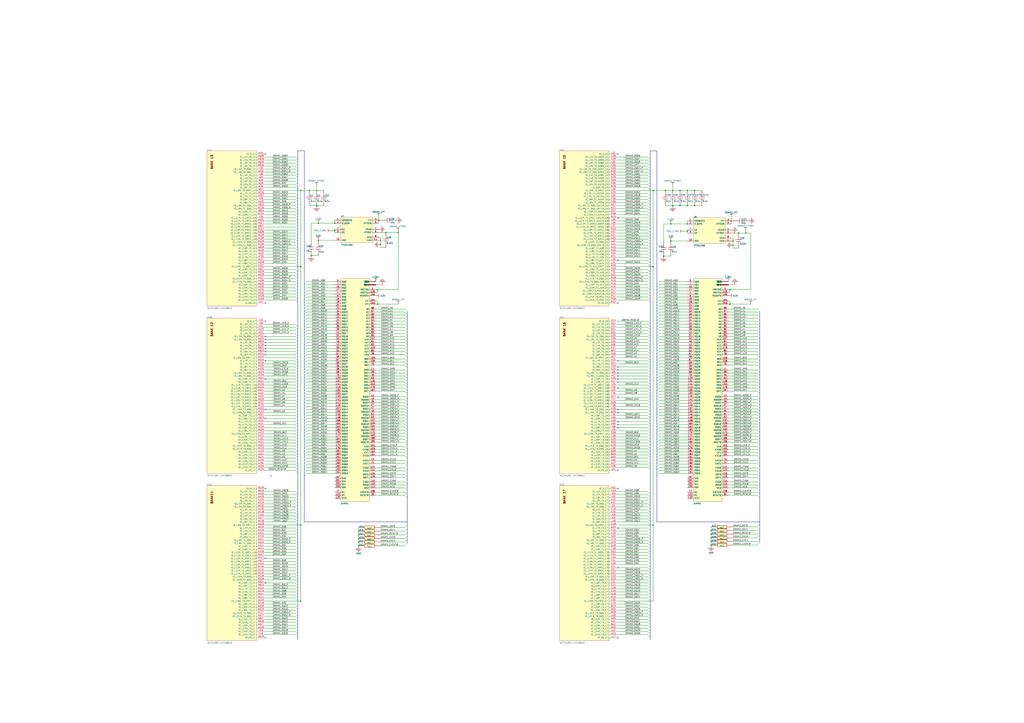
<source format=kicad_sch>
(kicad_sch (version 20221126) (generator eeschema)
  (paper "A1")
  (lib_symbols
    (symbol "m-blanc-altium-import:1.35V" (power)
      (property "Reference" "#PWR" (at 0 0 0))
      (property "Value" "1.35V" (at 0 3.81 0))
      (symbol "1.35V_0_0"
        (pin power_in line (at 0 0 0) (length 0) hide (name "1.35V") (number ""))
      )
    )
    (symbol "m-blanc-altium-import:3.3V" (power)
      (property "Reference" "#PWR" (at 0 0 0))
      (property "Value" "3.3V" (at 0 3.81 0))
      (symbol "3.3V_0_0"
        (pin power_in line (at 0 0 0) (length 0) hide (name "3.3V") (number ""))
      )
    )
    (symbol "m-blanc-altium-import:DRAM1_VTT" (power)
      (property "Reference" "#PWR" (at 0 0 0))
      (property "Value" "DRAM1_VTT" (at 0 3.81 0))
      (symbol "DRAM1_VTT_0_0"
        (pin power_in line (at 0 0 0) (length 0) hide (name "DRAM1_VTT") (number ""))
      )
    )
    (symbol "m-blanc-altium-import:DRAM1_VTTREF" (power)
      (property "Reference" "#PWR" (at 0 0 0))
      (property "Value" "DRAM1_VTTREF" (at 0 3.81 0))
      (symbol "DRAM1_VTTREF_0_0"
        (pin power_in line (at 0 0 0) (length 0) hide (name "DRAM1_VTTREF") (number ""))
      )
    )
    (symbol "m-blanc-altium-import:DRAM2_VTT" (power)
      (property "Reference" "#PWR" (at 0 0 0))
      (property "Value" "DRAM2_VTT" (at 0 3.81 0))
      (symbol "DRAM2_VTT_0_0"
        (pin power_in line (at 0 0 0) (length 0) hide (name "DRAM2_VTT") (number ""))
      )
    )
    (symbol "m-blanc-altium-import:DRAM2_VTTREF" (power)
      (property "Reference" "#PWR" (at 0 0 0))
      (property "Value" "DRAM2_VTTREF" (at 0 3.81 0))
      (symbol "DRAM2_VTTREF_0_0"
        (pin power_in line (at 0 0 0) (length 0) hide (name "DRAM2_VTTREF") (number ""))
      )
    )
    (symbol "m-blanc-altium-import:GND" (power)
      (property "Reference" "#PWR" (at 0 0 0))
      (property "Value" "GND" (at 0 6.35 0))
      (symbol "GND_0_0"
        (pin power_in line (at 0 0 0) (length 0) hide (name "GND") (number ""))
      )
    )
    (symbol "m-blanc-altium-import:POK_1.35V" (power)
      (property "Reference" "#PWR" (at 0 0 0))
      (property "Value" "POK_1.35V" (at 0 3.81 0))
      (symbol "POK_1.35V_0_0"
        (pin power_in line (at 0 0 0) (length 0) hide (name "POK_1.35V") (number ""))
      )
    )
    (symbol "m-blanc-altium-import:root_0_CAP 0402"
      (symbol "root_0_CAP 0402_1_0"
        (pin passive line (at 0 0 0) (length 5) (name "1") (number "1"))
        (pin passive line (at 12.5 0 180) (length 5) (name "2") (number "2"))
      )
    )
    (symbol "m-blanc-altium-import:root_0_DIMM-204P"
      (symbol "root_0_DIMM-204P_1_0"
        (pin passive line (at 28.5 -9 180) (length 5) (name "VREFDQ") (number "1"))
        (pin passive line (at 28.5 -99.5 180) (length 5) (name "DQS0#") (number "10"))
        (pin passive line (at 28.5 -2.5 180) (length 5) (name "VDD") (number "100"))
        (pin passive line (at 28.5 -137.999 180) (length 5) (name "CK0") (number "101"))
        (pin passive line (at 28.5 -142.999 180) (length 5) (name "CK1") (number "102"))
        (pin passive line (at 28.5 -140.499 180) (length 5) (name "CK0#") (number "103"))
        (pin passive line (at 28.5 -145.499 180) (length 5) (name "CK1#") (number "104"))
        (pin passive line (at 28.5 -2.5 180) (length 5) (name "VDD") (number "105"))
        (pin passive line (at 28.5 -2.5 180) (length 5) (name "VDD") (number "106"))
        (pin passive line (at 28.5 -50 180) (length 5) (name "A10") (number "107"))
        (pin passive line (at 28.5 -68.5 180) (length 5) (name "BA1") (number "108"))
        (pin passive line (at 28.5 -66 180) (length 5) (name "BA0") (number "109"))
        (pin passive line (at 28.5 -75 180) (length 5) (name "DM0") (number "11"))
        (pin passive line (at 28.5 -169.499 180) (length 5) (name "RAS#") (number "110"))
        (pin passive line (at 28.5 -2.5 180) (length 5) (name "VDD") (number "111"))
        (pin passive line (at 28.5 -2.5 180) (length 5) (name "VDD") (number "112"))
        (pin passive line (at 28.5 -171.999 180) (length 5) (name "WE#") (number "113"))
        (pin passive line (at 28.5 -155.499 180) (length 5) (name "CS0#") (number "114"))
        (pin passive line (at 28.5 -166.999 180) (length 5) (name "CAS#") (number "115"))
        (pin passive line (at 28.5 -160.999 180) (length 5) (name "ODT0") (number "116"))
        (pin passive line (at 28.5 -2.5 180) (length 5) (name "VDD") (number "117"))
        (pin passive line (at 28.5 -2.5 180) (length 5) (name "VDD") (number "118"))
        (pin passive line (at 28.5 -57.5 180) (length 5) (name "A13") (number "119"))
        (pin passive line (at 28.5 -97 180) (length 5) (name "DQS0") (number "12"))
        (pin passive line (at 28.5 -163.499 180) (length 5) (name "ODT1") (number "120"))
        (pin passive line (at 28.5 -157.999 180) (length 5) (name "CS1#") (number "121"))
        (pin passive line (at -5 -177.999 0) (length 5) (name "NC") (number "122"))
        (pin passive line (at 28.5 -2.5 180) (length 5) (name "VDD") (number "123"))
        (pin passive line (at 28.5 -2.5 180) (length 5) (name "VDD") (number "124"))
        (pin passive line (at -5 -180.499 0) (length 5) (name "TEST") (number "125"))
        (pin passive line (at 28.5 -11.5 180) (length 5) (name "VREFCA") (number "126"))
        (pin passive line (at 28.5 -5 180) (length 5) (name "GND") (number "127"))
        (pin passive line (at 28.5 -5 180) (length 5) (name "GND") (number "128"))
        (pin passive line (at -5 -82.5 0) (length 5) (name "DQ32") (number "129"))
        (pin passive line (at 28.5 -5 180) (length 5) (name "GND") (number "13"))
        (pin passive line (at -5 -92.5 0) (length 5) (name "DQ36") (number "130"))
        (pin passive line (at -5 -85 0) (length 5) (name "DQ33") (number "131"))
        (pin passive line (at -5 -95 0) (length 5) (name "DQ37") (number "132"))
        (pin passive line (at 28.5 -5 180) (length 5) (name "GND") (number "133"))
        (pin passive line (at 28.5 -5 180) (length 5) (name "GND") (number "134"))
        (pin passive line (at 28.5 -119.499 180) (length 5) (name "DQS4#") (number "135"))
        (pin passive line (at 28.5 -85 180) (length 5) (name "DM4") (number "136"))
        (pin passive line (at 28.5 -116.999 180) (length 5) (name "DQS4") (number "137"))
        (pin passive line (at 28.5 -5 180) (length 5) (name "GND") (number "138"))
        (pin passive line (at 28.5 -5 180) (length 5) (name "GND") (number "139"))
        (pin passive line (at 28.5 -5 180) (length 5) (name "GND") (number "14"))
        (pin passive line (at -5 -97.5 0) (length 5) (name "DQ38") (number "140"))
        (pin passive line (at -5 -87.5 0) (length 5) (name "DQ34") (number "141"))
        (pin passive line (at -5 -100 0) (length 5) (name "DQ39") (number "142"))
        (pin passive line (at -5 -90 0) (length 5) (name "DQ35") (number "143"))
        (pin passive line (at 28.5 -5 180) (length 5) (name "GND") (number "144"))
        (pin passive line (at 28.5 -5 180) (length 5) (name "GND") (number "145"))
        (pin passive line (at -5 -112.5 0) (length 5) (name "DQ44") (number "146"))
        (pin passive line (at -5 -102.5 0) (length 5) (name "DQ40") (number "147"))
        (pin passive line (at -5 -114.999 0) (length 5) (name "DQ45") (number "148"))
        (pin passive line (at -5 -105 0) (length 5) (name "DQ41") (number "149"))
        (pin passive line (at -5 -7.5 0) (length 5) (name "DQ2") (number "15"))
        (pin passive line (at 28.5 -5 180) (length 5) (name "GND") (number "150"))
        (pin passive line (at 28.5 -5 180) (length 5) (name "GND") (number "151"))
        (pin passive line (at 28.5 -124.499 180) (length 5) (name "DQS5#") (number "152"))
        (pin passive line (at 28.5 -87.5 180) (length 5) (name "DM5") (number "153"))
        (pin passive line (at 28.5 -121.999 180) (length 5) (name "DQS5") (number "154"))
        (pin passive line (at 28.5 -5 180) (length 5) (name "GND") (number "155"))
        (pin passive line (at 28.5 -5 180) (length 5) (name "GND") (number "156"))
        (pin passive line (at -5 -107.5 0) (length 5) (name "DQ42") (number "157"))
        (pin passive line (at -5 -117.499 0) (length 5) (name "DQ46") (number "158"))
        (pin passive line (at -5 -110 0) (length 5) (name "DQ43") (number "159"))
        (pin passive line (at -5 -17.5 0) (length 5) (name "DQ6") (number "16"))
        (pin passive line (at -5 -119.999 0) (length 5) (name "DQ47") (number "160"))
        (pin passive line (at 28.5 -5 180) (length 5) (name "GND") (number "161"))
        (pin passive line (at 28.5 -5 180) (length 5) (name "GND") (number "162"))
        (pin passive line (at -5 -122.499 0) (length 5) (name "DQ48") (number "163"))
        (pin passive line (at -5 -132.499 0) (length 5) (name "DQ52") (number "164"))
        (pin passive line (at -5 -124.999 0) (length 5) (name "DQ49") (number "165"))
        (pin passive line (at -5 -134.999 0) (length 5) (name "DQ53") (number "166"))
        (pin passive line (at 28.5 -5 180) (length 5) (name "GND") (number "167"))
        (pin passive line (at 28.5 -5 180) (length 5) (name "GND") (number "168"))
        (pin passive line (at 28.5 -129.499 180) (length 5) (name "DQS6#") (number "169"))
        (pin passive line (at -5 -10 0) (length 5) (name "DQ3") (number "17"))
        (pin passive line (at 28.5 -90 180) (length 5) (name "DM6") (number "170"))
        (pin passive line (at 28.5 -126.999 180) (length 5) (name "DQS6") (number "171"))
        (pin passive line (at 28.5 -5 180) (length 5) (name "GND") (number "172"))
        (pin passive line (at 28.5 -5 180) (length 5) (name "GND") (number "173"))
        (pin passive line (at -5 -137.499 0) (length 5) (name "DQ54") (number "174"))
        (pin passive line (at -5 -127.499 0) (length 5) (name "DQ50") (number "175"))
        (pin passive line (at -5 -139.999 0) (length 5) (name "DQ55") (number "176"))
        (pin passive line (at -5 -129.999 0) (length 5) (name "DQ51") (number "177"))
        (pin passive line (at 28.5 -5 180) (length 5) (name "GND") (number "178"))
        (pin passive line (at 28.5 -5 180) (length 5) (name "GND") (number "179"))
        (pin passive line (at -5 -20 0) (length 5) (name "DQ7") (number "18"))
        (pin passive line (at -5 -152.499 0) (length 5) (name "DQ60") (number "180"))
        (pin passive line (at -5 -142.499 0) (length 5) (name "DQ56") (number "181"))
        (pin passive line (at -5 -154.999 0) (length 5) (name "DQ61") (number "182"))
        (pin passive line (at -5 -144.999 0) (length 5) (name "DQ57") (number "183"))
        (pin passive line (at 28.5 -5 180) (length 5) (name "GND") (number "184"))
        (pin passive line (at 28.5 -5 180) (length 5) (name "GND") (number "185"))
        (pin passive line (at 28.5 -134.499 180) (length 5) (name "DQS7#") (number "186"))
        (pin passive line (at 28.5 -92.5 180) (length 5) (name "DM7") (number "187"))
        (pin passive line (at 28.5 -131.999 180) (length 5) (name "DQS7") (number "188"))
        (pin passive line (at 28.5 -5 180) (length 5) (name "GND") (number "189"))
        (pin passive line (at 28.5 -5 180) (length 5) (name "GND") (number "19"))
        (pin passive line (at 28.5 -5 180) (length 5) (name "GND") (number "190"))
        (pin passive line (at -5 -147.499 0) (length 5) (name "DQ58") (number "191"))
        (pin passive line (at -5 -157.499 0) (length 5) (name "DQ62") (number "192"))
        (pin passive line (at -5 -149.999 0) (length 5) (name "DQ59") (number "193"))
        (pin passive line (at -5 -159.999 0) (length 5) (name "DQ63") (number "194"))
        (pin passive line (at 28.5 -5 180) (length 5) (name "GND") (number "195"))
        (pin passive line (at 28.5 -5 180) (length 5) (name "GND") (number "196"))
        (pin passive line (at -5 -163.999 0) (length 5) (name "SA0") (number "197"))
        (pin passive line (at 28.5 -175.499 180) (length 5) (name "EVENT#") (number "198"))
        (pin passive line (at 28.5 -14 180) (length 5) (name "VDDSPD") (number "199"))
        (pin passive line (at 28.5 -5 180) (length 5) (name "GND") (number "2"))
        (pin passive line (at 28.5 -5 180) (length 5) (name "GND") (number "20"))
        (pin passive line (at -5 -171.499 0) (length 5) (name "SDA") (number "200"))
        (pin passive line (at -5 -166.499 0) (length 5) (name "SA1") (number "201"))
        (pin passive line (at -5 -168.999 0) (length 5) (name "SCL") (number "202"))
        (pin passive line (at 28.5 -21 180) (length 5) (name "VTT") (number "203"))
        (pin passive line (at 28.5 -18.5 180) (length 5) (name "VTT") (number "204"))
        (pin passive line (at -5 -22.5 0) (length 5) (name "DQ8") (number "21"))
        (pin passive line (at -5 -32.5 0) (length 5) (name "DQ12") (number "22"))
        (pin passive line (at -5 -25 0) (length 5) (name "DQ9") (number "23"))
        (pin passive line (at -5 -35 0) (length 5) (name "DQ13") (number "24"))
        (pin passive line (at 28.5 -5 180) (length 5) (name "GND") (number "25"))
        (pin passive line (at 28.5 -5 180) (length 5) (name "GND") (number "26"))
        (pin passive line (at 28.5 -104.5 180) (length 5) (name "DQS1#") (number "27"))
        (pin passive line (at 28.5 -77.5 180) (length 5) (name "DM1") (number "28"))
        (pin passive line (at 28.5 -102 180) (length 5) (name "DQS1") (number "29"))
        (pin passive line (at 28.5 -5 180) (length 5) (name "GND") (number "3"))
        (pin passive line (at 28.5 -177.999 180) (length 5) (name "RESET#") (number "30"))
        (pin passive line (at 28.5 -5 180) (length 5) (name "GND") (number "31"))
        (pin passive line (at 28.5 -5 180) (length 5) (name "GND") (number "32"))
        (pin passive line (at -5 -27.5 0) (length 5) (name "DQ10") (number "33"))
        (pin passive line (at -5 -37.5 0) (length 5) (name "DQ14") (number "34"))
        (pin passive line (at -5 -30 0) (length 5) (name "DQ11") (number "35"))
        (pin passive line (at -5 -40 0) (length 5) (name "DQ15") (number "36"))
        (pin passive line (at 28.5 -5 180) (length 5) (name "GND") (number "37"))
        (pin passive line (at 28.5 -5 180) (length 5) (name "GND") (number "38"))
        (pin passive line (at -5 -42.5 0) (length 5) (name "DQ16") (number "39"))
        (pin passive line (at -5 -12.5 0) (length 5) (name "DQ4") (number "4"))
        (pin passive line (at -5 -52.5 0) (length 5) (name "DQ20") (number "40"))
        (pin passive line (at -5 -45 0) (length 5) (name "DQ17") (number "41"))
        (pin passive line (at -5 -55 0) (length 5) (name "DQ21") (number "42"))
        (pin passive line (at 28.5 -5 180) (length 5) (name "GND") (number "43"))
        (pin passive line (at 28.5 -5 180) (length 5) (name "GND") (number "44"))
        (pin passive line (at 28.5 -109.5 180) (length 5) (name "DQS2#") (number "45"))
        (pin passive line (at 28.5 -80 180) (length 5) (name "DM2") (number "46"))
        (pin passive line (at 28.5 -107 180) (length 5) (name "DQS2") (number "47"))
        (pin passive line (at 28.5 -5 180) (length 5) (name "GND") (number "48"))
        (pin passive line (at 28.5 -5 180) (length 5) (name "GND") (number "49"))
        (pin passive line (at -5 -2.5 0) (length 5) (name "DQ0") (number "5"))
        (pin passive line (at -5 -57.5 0) (length 5) (name "DQ22") (number "50"))
        (pin passive line (at -5 -47.5 0) (length 5) (name "DQ18") (number "51"))
        (pin passive line (at -5 -60 0) (length 5) (name "DQ23") (number "52"))
        (pin passive line (at -5 -50 0) (length 5) (name "DQ19") (number "53"))
        (pin passive line (at 28.5 -5 180) (length 5) (name "GND") (number "54"))
        (pin passive line (at 28.5 -5 180) (length 5) (name "GND") (number "55"))
        (pin passive line (at -5 -72.5 0) (length 5) (name "DQ28") (number "56"))
        (pin passive line (at -5 -62.5 0) (length 5) (name "DQ24") (number "57"))
        (pin passive line (at -5 -75 0) (length 5) (name "DQ29") (number "58"))
        (pin passive line (at -5 -65 0) (length 5) (name "DQ25") (number "59"))
        (pin passive line (at -5 -15 0) (length 5) (name "DQ5") (number "6"))
        (pin passive line (at 28.5 -5 180) (length 5) (name "GND") (number "60"))
        (pin passive line (at 28.5 -5 180) (length 5) (name "GND") (number "61"))
        (pin passive line (at 28.5 -114.5 180) (length 5) (name "DQS3#") (number "62"))
        (pin passive line (at 28.5 -82.5 180) (length 5) (name "DM3") (number "63"))
        (pin passive line (at 28.5 -112 180) (length 5) (name "DQS3") (number "64"))
        (pin passive line (at 28.5 -5 180) (length 5) (name "GND") (number "65"))
        (pin passive line (at 28.5 -5 180) (length 5) (name "GND") (number "66"))
        (pin passive line (at -5 -67.5 0) (length 5) (name "DQ26") (number "67"))
        (pin passive line (at -5 -77.5 0) (length 5) (name "DQ30") (number "68"))
        (pin passive line (at -5 -70 0) (length 5) (name "DQ27") (number "69"))
        (pin passive line (at -5 -5 0) (length 5) (name "DQ1") (number "7"))
        (pin passive line (at -5 -80 0) (length 5) (name "DQ31") (number "70"))
        (pin passive line (at 28.5 -5 180) (length 5) (name "GND") (number "71"))
        (pin passive line (at 28.5 -5 180) (length 5) (name "GND") (number "72"))
        (pin passive line (at 28.5 -149.499 180) (length 5) (name "CKE0") (number "73"))
        (pin passive line (at 28.5 -151.999 180) (length 5) (name "CKE1") (number "74"))
        (pin passive line (at 28.5 -2.5 180) (length 5) (name "VDD") (number "75"))
        (pin passive line (at 28.5 -2.5 180) (length 5) (name "VDD") (number "76"))
        (pin passive line (at -5 -175.499 0) (length 5) (name "NC") (number "77"))
        (pin passive line (at 28.5 -62.5 180) (length 5) (name "A15") (number "78"))
        (pin passive line (at 28.5 -71 180) (length 5) (name "BA2") (number "79"))
        (pin passive line (at 28.5 -5 180) (length 5) (name "GND") (number "8"))
        (pin passive line (at 28.5 -60 180) (length 5) (name "A14") (number "80"))
        (pin passive line (at 28.5 -2.5 180) (length 5) (name "VDD") (number "81"))
        (pin passive line (at 28.5 -2.5 180) (length 5) (name "VDD") (number "82"))
        (pin passive line (at 28.5 -55 180) (length 5) (name "A12") (number "83"))
        (pin passive line (at 28.5 -52.5 180) (length 5) (name "A11") (number "84"))
        (pin passive line (at 28.5 -47.5 180) (length 5) (name "A9") (number "85"))
        (pin passive line (at 28.5 -42.5 180) (length 5) (name "A7") (number "86"))
        (pin passive line (at 28.5 -2.5 180) (length 5) (name "VDD") (number "87"))
        (pin passive line (at 28.5 -2.5 180) (length 5) (name "VDD") (number "88"))
        (pin passive line (at 28.5 -45 180) (length 5) (name "A8") (number "89"))
        (pin passive line (at 28.5 -5 180) (length 5) (name "GND") (number "9"))
        (pin passive line (at 28.5 -40 180) (length 5) (name "A6") (number "90"))
        (pin passive line (at 28.5 -37.5 180) (length 5) (name "A5") (number "91"))
        (pin passive line (at 28.5 -35 180) (length 5) (name "A4") (number "92"))
        (pin passive line (at 28.5 -2.5 180) (length 5) (name "VDD") (number "93"))
        (pin passive line (at 28.5 -2.5 180) (length 5) (name "VDD") (number "94"))
        (pin passive line (at 28.5 -32.5 180) (length 5) (name "A3") (number "95"))
        (pin passive line (at 28.5 -30 180) (length 5) (name "A2") (number "96"))
        (pin passive line (at 28.5 -27.5 180) (length 5) (name "A1") (number "97"))
        (pin passive line (at 28.5 -25 180) (length 5) (name "A0") (number "98"))
        (pin passive line (at 28.5 -2.5 180) (length 5) (name "VDD") (number "99"))
      )
    )
    (symbol "m-blanc-altium-import:root_0_TPS51206"
      (symbol "root_0_TPS51206_1_0"
        (pin input line (at -5 -2.5 0) (length 5) (name "VDDQSNS") (number "1"))
        (pin power_in line (at -5 -19 0) (length 5) (name "VDD") (number "10"))
        (pin passive line (at 31 -19 180) (length 5) (name "GND") (number "11"))
        (pin input line (at -5 -5 0) (length 5) (name "VLDOIN") (number "2"))
        (pin output line (at 31 -2.5 180) (length 5) (name "VTT") (number "3"))
        (pin power_in line (at 31 -10 180) (length 5) (name "PGND") (number "4"))
        (pin input line (at 31 -5 180) (length 5) (name "VTTSNS") (number "5"))
        (pin output line (at 31 -12.5 180) (length 5) (name "VTTREF") (number "6"))
        (pin input line (at -5 -10 0) (length 5) (name "S3") (number "7"))
        (pin power_in line (at 31 -16.5 180) (length 5) (name "GND") (number "8"))
        (pin input line (at -5 -12.5 0) (length 5) (name "S5") (number "9"))
      )
    )
    (symbol "m-blanc-altium-import:root_0_XC7K420T-1FFG901C"
      (symbol "root_0_XC7K420T-1FFG901C_1_0"
        (text "BANK11" (at 5.08 -15.24 900) (effects (font (size 1.778 1.778) bold) (justify left bottom)))
        (pin bidirectional line (at 48 -115 180) (length 7.5) (name "IO_L23P_T3_11") (number "AA17"))
        (pin bidirectional line (at 48 -117.5 180) (length 7.5) (name "IO_L23N_T3_11") (number "AA18"))
        (pin bidirectional line (at 48 -80 180) (length 7.5) (name "IO_L16P_T2_11") (number "AB14"))
        (pin bidirectional line (at 48 -82.5 180) (length 7.5) (name "IO_L16N_T2_11") (number "AB15"))
        (pin bidirectional line (at 48 -110 180) (length 7.5) (name "IO_L22P_T3_11") (number "AB17"))
        (pin bidirectional line (at 48 -112.5 180) (length 7.5) (name "IO_L22N_T3_11") (number "AB18"))
        (pin bidirectional line (at 48 -125 180) (length 7.5) (name "IO_25_11") (number "AB19"))
        (pin bidirectional line (at 48 -85 180) (length 7.5) (name "IO_L17P_T2_11") (number "AC14"))
        (pin bidirectional line (at 48 -87.5 180) (length 7.5) (name "IO_L17N_T2_11") (number "AC15"))
        (pin bidirectional line (at 48 -75 180) (length 7.5) (name "IO_L15P_T2_DQS_11") (number "AC16"))
        (pin bidirectional line (at 48 -105 180) (length 7.5) (name "IO_L21P_T3_DQS_11") (number "AC17"))
        (pin bidirectional line (at 48 -2.5 180) (length 7.5) (name "IO_0_11") (number "AC19"))
        (pin bidirectional line (at 48 -90 180) (length 7.5) (name "IO_L18P_T2_11") (number "AD14"))
        (pin bidirectional line (at 48 -77.5 180) (length 7.5) (name "IO_L15N_T2_DQS_11") (number "AD16"))
        (pin bidirectional line (at 48 -107.5 180) (length 7.5) (name "IO_L21N_T3_DQS_11") (number "AD17"))
        (pin bidirectional line (at 48 -100 180) (length 7.5) (name "IO_L20P_T3_11") (number "AD18"))
        (pin bidirectional line (at 48 -102.5 180) (length 7.5) (name "IO_L20N_T3_11") (number "AD19"))
        (pin bidirectional line (at 48 -92.5 180) (length 7.5) (name "IO_L18N_T2_11") (number "AE14"))
        (pin bidirectional clock (at 48 -70 180) (length 7.5) (name "IO_L14P_T2_SRCC_11") (number "AE15"))
        (pin bidirectional clock (at 48 -72.5 180) (length 7.5) (name "IO_L14N_T2_SRCC_11") (number "AE16"))
        (pin bidirectional line (at 48 -97.5 180) (length 7.5) (name "IO_L19P_T3_11") (number "AE18"))
        (pin bidirectional line (at 48 -95 180) (length 7.5) (name "IO_L19N_T3_VREF_11") (number "AE19"))
        (pin bidirectional clock (at 48 -65 180) (length 7.5) (name "IO_L13P_T2_MRCC_11") (number "AF15"))
        (pin bidirectional clock (at 48 -67.5 180) (length 7.5) (name "IO_L13N_T2_MRCC_11") (number "AF16"))
        (pin bidirectional clock (at 48 -60 180) (length 7.5) (name "IO_L12P_T1_MRCC_11") (number "AF17"))
        (pin bidirectional line (at 48 -30 180) (length 7.5) (name "IO_L6P_T0_11") (number "AF18"))
        (pin bidirectional line (at 48 -45 180) (length 7.5) (name "IO_L9P_T1_DQS_11") (number "AG14"))
        (pin bidirectional line (at 48 -47.5 180) (length 7.5) (name "IO_L9N_T1_DQS_11") (number "AG15"))
        (pin bidirectional clock (at 48 -62.5 180) (length 7.5) (name "IO_L12N_T1_MRCC_11") (number "AG17"))
        (pin bidirectional line (at 48 -32.5 180) (length 7.5) (name "IO_L6N_T0_VREF_11") (number "AG18"))
        (pin bidirectional line (at 48 -5 180) (length 7.5) (name "IO_L1P_T0_11") (number "AG19"))
        (pin bidirectional line (at 48 -40 180) (length 7.5) (name "IO_L8P_T1_11") (number "AH14"))
        (pin bidirectional line (at 48 -42.5 180) (length 7.5) (name "IO_L8N_T1_11") (number "AH15"))
        (pin bidirectional clock (at 48 -55 180) (length 7.5) (name "IO_L11P_T1_SRCC_11") (number "AH16"))
        (pin bidirectional clock (at 48 -57.5 180) (length 7.5) (name "IO_L11N_T1_SRCC_11") (number "AH17"))
        (pin bidirectional line (at 48 -10 180) (length 7.5) (name "IO_L2P_T0_11") (number "AH19"))
        (pin bidirectional line (at 48 -7.5 180) (length 7.5) (name "IO_L1N_T0_11") (number "AH20"))
        (pin bidirectional line (at 48 -50 180) (length 7.5) (name "IO_L10P_T1_11") (number "AJ14"))
        (pin bidirectional line (at 48 -25 180) (length 7.5) (name "IO_L5P_T0_11") (number "AJ16"))
        (pin bidirectional line (at 48 -27.5 180) (length 7.5) (name "IO_L5N_T0_11") (number "AJ17"))
        (pin bidirectional line (at 48 -20 180) (length 7.5) (name "IO_L4P_T0_11") (number "AJ18"))
        (pin bidirectional line (at 48 -12.5 180) (length 7.5) (name "IO_L2N_T0_11") (number "AJ19"))
        (pin bidirectional line (at 48 -52.5 180) (length 7.5) (name "IO_L10N_T1_11") (number "AK14"))
        (pin bidirectional line (at 48 -35 180) (length 7.5) (name "IO_L7P_T1_11") (number "AK15"))
        (pin bidirectional line (at 48 -37.5 180) (length 7.5) (name "IO_L7N_T1_11") (number "AK16"))
        (pin bidirectional line (at 48 -22.5 180) (length 7.5) (name "IO_L4N_T0_11") (number "AK18"))
        (pin bidirectional line (at 48 -15 180) (length 7.5) (name "IO_L3P_T0_DQS_11") (number "AK19"))
        (pin bidirectional line (at 48 -17.5 180) (length 7.5) (name "IO_L3N_T0_DQS_11") (number "AK20"))
        (pin bidirectional line (at 48 -120 180) (length 7.5) (name "IO_L24P_T3_11") (number "Y18"))
        (pin bidirectional line (at 48 -122.5 180) (length 7.5) (name "IO_L24N_T3_11") (number "Y19"))
      )
      (symbol "root_0_XC7K420T-1FFG901C_2_0"
        (text "BANK 12" (at 5.08 -15.24 900) (effects (font (size 1.778 1.778) bold) (justify left bottom)))
        (pin bidirectional line (at 48 -10 180) (length 7.5) (name "IO_L2P_T0_12") (number "AA20"))
        (pin bidirectional line (at 48 -12.5 180) (length 7.5) (name "IO_L2N_T0_12") (number "AA21"))
        (pin bidirectional line (at 48 -15 180) (length 7.5) (name "IO_L3P_T0_DQS_12") (number "AA22"))
        (pin bidirectional line (at 48 -17.5 180) (length 7.5) (name "IO_L3N_T0_DQS_12") (number "AA23"))
        (pin bidirectional line (at 48 -20 180) (length 7.5) (name "IO_L4P_T0_12") (number "AB20"))
        (pin bidirectional line (at 48 -25 180) (length 7.5) (name "IO_L5P_T0_12") (number "AB22"))
        (pin bidirectional line (at 48 -27.5 180) (length 7.5) (name "IO_L5N_T0_12") (number "AB23"))
        (pin bidirectional line (at 48 -22.5 180) (length 7.5) (name "IO_L4N_T0_12") (number "AC20"))
        (pin bidirectional line (at 48 -30 180) (length 7.5) (name "IO_L6P_T0_12") (number "AC21"))
        (pin bidirectional line (at 48 -32.5 180) (length 7.5) (name "IO_L6N_T0_VREF_12") (number "AC22"))
        (pin bidirectional line (at 48 -80 180) (length 7.5) (name "IO_L16P_T2_12") (number "AD21"))
        (pin bidirectional line (at 48 -82.5 180) (length 7.5) (name "IO_L16N_T2_12") (number "AD22"))
        (pin bidirectional line (at 48 -75 180) (length 7.5) (name "IO_L15P_T2_DQS_12") (number "AD23"))
        (pin bidirectional line (at 48 -50 180) (length 7.5) (name "IO_L10P_T1_12") (number "AD24"))
        (pin bidirectional line (at 48 -35 180) (length 7.5) (name "IO_L7P_T1_12") (number "AD26"))
        (pin bidirectional line (at 48 -125 180) (length 7.5) (name "IO_25_12") (number "AE20"))
        (pin bidirectional line (at 48 -85 180) (length 7.5) (name "IO_L17P_T2_12") (number "AE21"))
        (pin bidirectional line (at 48 -77.5 180) (length 7.5) (name "IO_L15N_T2_DQS_12") (number "AE23"))
        (pin bidirectional line (at 48 -52.5 180) (length 7.5) (name "IO_L10N_T1_12") (number "AE24"))
        (pin bidirectional line (at 48 -45 180) (length 7.5) (name "IO_L9P_T1_DQS_12") (number "AE25"))
        (pin bidirectional line (at 48 -37.5 180) (length 7.5) (name "IO_L7N_T1_12") (number "AE26"))
        (pin bidirectional line (at 48 -90 180) (length 7.5) (name "IO_L18P_T2_12") (number "AF20"))
        (pin bidirectional line (at 48 -87.5 180) (length 7.5) (name "IO_L17N_T2_12") (number "AF21"))
        (pin bidirectional clock (at 48 -70 180) (length 7.5) (name "IO_L14P_T2_SRCC_12") (number "AF22"))
        (pin bidirectional clock (at 48 -72.5 180) (length 7.5) (name "IO_L14N_T2_SRCC_12") (number "AF23"))
        (pin bidirectional clock (at 48 -55 180) (length 7.5) (name "IO_L11P_T1_SRCC_12") (number "AF25"))
        (pin bidirectional line (at 48 -47.5 180) (length 7.5) (name "IO_L9N_T1_DQS_12") (number "AF26"))
        (pin bidirectional line (at 48 -92.5 180) (length 7.5) (name "IO_L18N_T2_12") (number "AG20"))
        (pin bidirectional clock (at 48 -65 180) (length 7.5) (name "IO_L13P_T2_MRCC_12") (number "AG22"))
        (pin bidirectional clock (at 48 -67.5 180) (length 7.5) (name "IO_L13N_T2_MRCC_12") (number "AG23"))
        (pin bidirectional clock (at 48 -60 180) (length 7.5) (name "IO_L12P_T1_MRCC_12") (number "AG24"))
        (pin bidirectional clock (at 48 -57.5 180) (length 7.5) (name "IO_L11N_T1_SRCC_12") (number "AG25"))
        (pin bidirectional line (at 48 -97.5 180) (length 7.5) (name "IO_L19P_T3_12") (number "AH21"))
        (pin bidirectional line (at 48 -95 180) (length 7.5) (name "IO_L19N_T3_VREF_12") (number "AH22"))
        (pin bidirectional clock (at 48 -62.5 180) (length 7.5) (name "IO_L12N_T1_MRCC_12") (number "AH24"))
        (pin bidirectional line (at 48 -40 180) (length 7.5) (name "IO_L8P_T1_12") (number "AH25"))
        (pin bidirectional line (at 48 -42.5 180) (length 7.5) (name "IO_L8N_T1_12") (number "AH26"))
        (pin bidirectional line (at 48 -100 180) (length 7.5) (name "IO_L20P_T3_12") (number "AJ21"))
        (pin bidirectional line (at 48 -105 180) (length 7.5) (name "IO_L21P_T3_DQS_12") (number "AJ22"))
        (pin bidirectional line (at 48 -110 180) (length 7.5) (name "IO_L22P_T3_12") (number "AJ23"))
        (pin bidirectional line (at 48 -112.5 180) (length 7.5) (name "IO_L22N_T3_12") (number "AJ24"))
        (pin bidirectional line (at 48 -120 180) (length 7.5) (name "IO_L24P_T3_12") (number "AJ26"))
        (pin bidirectional line (at 48 -102.5 180) (length 7.5) (name "IO_L20N_T3_12") (number "AK21"))
        (pin bidirectional line (at 48 -107.5 180) (length 7.5) (name "IO_L21N_T3_DQS_12") (number "AK23"))
        (pin bidirectional line (at 48 -115 180) (length 7.5) (name "IO_L23P_T3_12") (number "AK24"))
        (pin bidirectional line (at 48 -117.5 180) (length 7.5) (name "IO_L23N_T3_12") (number "AK25"))
        (pin bidirectional line (at 48 -122.5 180) (length 7.5) (name "IO_L24N_T3_12") (number "AK26"))
        (pin bidirectional line (at 48 -5 180) (length 7.5) (name "IO_L1P_T0_12") (number "Y20"))
        (pin bidirectional line (at 48 -7.5 180) (length 7.5) (name "IO_L1N_T0_12") (number "Y21"))
        (pin bidirectional line (at 48 -2.5 180) (length 7.5) (name "IO_0_12") (number "Y23"))
      )
      (symbol "root_0_XC7K420T-1FFG901C_3_0"
        (text "BANK 13" (at 5.08 -15.24 900) (effects (font (size 1.778 1.778) bold) (justify left bottom)))
        (pin bidirectional line (at 48 -42.5 180) (length 7.5) (name "IO_L8N_T1_13") (number "AA25"))
        (pin bidirectional clock (at 48 -57.5 180) (length 7.5) (name "IO_L11N_T1_SRCC_13") (number "AA26"))
        (pin bidirectional clock (at 48 -60 180) (length 7.5) (name "IO_L12P_T1_MRCC_13") (number "AA27"))
        (pin bidirectional line (at 48 -5 180) (length 7.5) (name "IO_L1P_T0_13") (number "AA28"))
        (pin bidirectional line (at 48 -17.5 180) (length 7.5) (name "IO_L3N_T0_DQS_13") (number "AA30"))
        (pin bidirectional line (at 48 -50 180) (length 7.5) (name "IO_L10P_T1_13") (number "AB24"))
        (pin bidirectional line (at 48 -45 180) (length 7.5) (name "IO_L9P_T1_DQS_13") (number "AB25"))
        (pin bidirectional clock (at 48 -62.5 180) (length 7.5) (name "IO_L12N_T1_MRCC_13") (number "AB27"))
        (pin bidirectional line (at 48 -7.5 180) (length 7.5) (name "IO_L1N_T0_13") (number "AB28"))
        (pin bidirectional line (at 48 -10 180) (length 7.5) (name "IO_L2P_T0_13") (number "AB29"))
        (pin bidirectional line (at 48 -12.5 180) (length 7.5) (name "IO_L2N_T0_13") (number "AB30"))
        (pin bidirectional line (at 48 -52.5 180) (length 7.5) (name "IO_L10N_T1_13") (number "AC24"))
        (pin bidirectional line (at 48 -47.5 180) (length 7.5) (name "IO_L9N_T1_DQS_13") (number "AC25"))
        (pin bidirectional line (at 48 -35 180) (length 7.5) (name "IO_L7P_T1_13") (number "AC26"))
        (pin bidirectional clock (at 48 -65 180) (length 7.5) (name "IO_L13P_T2_MRCC_13") (number "AC27"))
        (pin bidirectional line (at 48 -75 180) (length 7.5) (name "IO_L15P_T2_DQS_13") (number "AC29"))
        (pin bidirectional line (at 48 -77.5 180) (length 7.5) (name "IO_L15N_T2_DQS_13") (number "AC30"))
        (pin bidirectional line (at 48 -37.5 180) (length 7.5) (name "IO_L7N_T1_13") (number "AD27"))
        (pin bidirectional clock (at 48 -67.5 180) (length 7.5) (name "IO_L13N_T2_MRCC_13") (number "AD28"))
        (pin bidirectional line (at 48 -80 180) (length 7.5) (name "IO_L16P_T2_13") (number "AD29"))
        (pin bidirectional clock (at 48 -70 180) (length 7.5) (name "IO_L14P_T2_SRCC_13") (number "AE28"))
        (pin bidirectional line (at 48 -82.5 180) (length 7.5) (name "IO_L16N_T2_13") (number "AE29"))
        (pin bidirectional line (at 48 -85 180) (length 7.5) (name "IO_L17P_T2_13") (number "AE30"))
        (pin bidirectional line (at 48 -90 180) (length 7.5) (name "IO_L18P_T2_13") (number "AF27"))
        (pin bidirectional clock (at 48 -72.5 180) (length 7.5) (name "IO_L14N_T2_SRCC_13") (number "AF28"))
        (pin bidirectional line (at 48 -87.5 180) (length 7.5) (name "IO_L17N_T2_13") (number "AF30"))
        (pin bidirectional line (at 48 -97.5 180) (length 7.5) (name "IO_L19P_T3_13") (number "AG27"))
        (pin bidirectional line (at 48 -92.5 180) (length 7.5) (name "IO_L18N_T2_13") (number "AG28"))
        (pin bidirectional line (at 48 -100 180) (length 7.5) (name "IO_L20P_T3_13") (number "AG29"))
        (pin bidirectional line (at 48 -110 180) (length 7.5) (name "IO_L22P_T3_13") (number "AG30"))
        (pin bidirectional line (at 48 -95 180) (length 7.5) (name "IO_L19N_T3_VREF_13") (number "AH27"))
        (pin bidirectional line (at 48 -102.5 180) (length 7.5) (name "IO_L20N_T3_13") (number "AH29"))
        (pin bidirectional line (at 48 -112.5 180) (length 7.5) (name "IO_L22N_T3_13") (number "AH30"))
        (pin bidirectional line (at 48 -105 180) (length 7.5) (name "IO_L21P_T3_DQS_13") (number "AJ27"))
        (pin bidirectional line (at 48 -107.5 180) (length 7.5) (name "IO_L21N_T3_DQS_13") (number "AJ28"))
        (pin bidirectional line (at 48 -115 180) (length 7.5) (name "IO_L23P_T3_13") (number "AJ29"))
        (pin bidirectional line (at 48 -120 180) (length 7.5) (name "IO_L24P_T3_13") (number "AK28"))
        (pin bidirectional line (at 48 -122.5 180) (length 7.5) (name "IO_L24N_T3_13") (number "AK29"))
        (pin bidirectional line (at 48 -117.5 180) (length 7.5) (name "IO_L23N_T3_13") (number "AK30"))
        (pin bidirectional line (at 48 -2.5 180) (length 7.5) (name "IO_0_13") (number "W24"))
        (pin bidirectional line (at 48 -30 180) (length 7.5) (name "IO_L6P_T0_13") (number "W26"))
        (pin bidirectional line (at 48 -32.5 180) (length 7.5) (name "IO_L6N_T0_VREF_13") (number "W27"))
        (pin bidirectional line (at 48 -25 180) (length 7.5) (name "IO_L5P_T0_13") (number "W28"))
        (pin bidirectional line (at 48 -27.5 180) (length 7.5) (name "IO_L5N_T0_13") (number "W29"))
        (pin bidirectional line (at 48 -125 180) (length 7.5) (name "IO_25_13") (number "Y24"))
        (pin bidirectional line (at 48 -40 180) (length 7.5) (name "IO_L8P_T1_13") (number "Y25"))
        (pin bidirectional clock (at 48 -55 180) (length 7.5) (name "IO_L11P_T1_SRCC_13") (number "Y26"))
        (pin bidirectional line (at 48 -20 180) (length 7.5) (name "IO_L4P_T0_13") (number "Y28"))
        (pin bidirectional line (at 48 -22.5 180) (length 7.5) (name "IO_L4N_T0_13") (number "Y29"))
        (pin bidirectional line (at 48 -15 180) (length 7.5) (name "IO_L3P_T0_DQS_13") (number "Y30"))
      )
      (symbol "root_0_XC7K420T-1FFG901C_4_0"
        (text "BANK 14" (at 5.08 -15.24 900) (effects (font (size 1.778 1.778) bold) (justify left bottom)))
        (pin bidirectional line (at 48 -97.5 180) (length 7.5) (name "IO_L19P_T3_A10_D26_14") (number "R18"))
        (pin bidirectional line (at 48 -95 180) (length 7.5) (name "IO_L19N_T3_A09_D25_VREF_14") (number "R19"))
        (pin bidirectional line (at 48 -75 180) (length 7.5) (name "IO_L15P_T2_DQS_RDWR_B_14") (number "R20"))
        (pin bidirectional line (at 48 -77.5 180) (length 7.5) (name "IO_L15N_T2_DQS_DOUT_CSO_B_14") (number "R21"))
        (pin bidirectional line (at 48 -40 180) (length 7.5) (name "IO_L8P_T1_D11_14") (number "R23"))
        (pin bidirectional line (at 48 -35 180) (length 7.5) (name "IO_L7P_T1_D09_14") (number "R24"))
        (pin bidirectional line (at 48 -37.5 180) (length 7.5) (name "IO_L7N_T1_D10_14") (number "R25"))
        (pin bidirectional line (at 48 -50 180) (length 7.5) (name "IO_L10P_T1_D14_14") (number "R26"))
        (pin bidirectional line (at 48 -10 180) (length 7.5) (name "IO_L2P_T0_D02_14") (number "R28"))
        (pin bidirectional line (at 48 -5 180) (length 7.5) (name "IO_L1P_T0_D00_MOSI_14") (number "R30"))
        (pin bidirectional line (at 48 -105 180) (length 7.5) (name "IO_L21P_T3_DQS_14") (number "T17"))
        (pin bidirectional line (at 48 -107.5 180) (length 7.5) (name "IO_L21N_T3_DQS_A06_D22_14") (number "T18"))
        (pin bidirectional line (at 48 -80 180) (length 7.5) (name "IO_L16P_T2_CSI_B_14") (number "T20"))
        (pin bidirectional line (at 48 -82.5 180) (length 7.5) (name "IO_L16N_T2_A15_D31_14") (number "T21"))
        (pin bidirectional line (at 48 -2.5 180) (length 7.5) (name "IO_0_14") (number "T22"))
        (pin bidirectional line (at 48 -42.5 180) (length 7.5) (name "IO_L8N_T1_D12_14") (number "T23"))
        (pin bidirectional clock (at 48 -55 180) (length 7.5) (name "IO_L11P_T1_SRCC_14") (number "T25"))
        (pin bidirectional clock (at 48 -57.5 180) (length 7.5) (name "IO_L11N_T1_SRCC_14") (number "T26"))
        (pin bidirectional line (at 48 -52.5 180) (length 7.5) (name "IO_L10N_T1_D15_14") (number "T27"))
        (pin bidirectional line (at 48 -12.5 180) (length 7.5) (name "IO_L2N_T0_D03_14") (number "T28"))
        (pin bidirectional line (at 48 -7.5 180) (length 7.5) (name "IO_L1N_T0_D01_DIN_14") (number "T30"))
        (pin bidirectional line (at 48 -110 180) (length 7.5) (name "IO_L22P_T3_A05_D21_14") (number "U17"))
        (pin bidirectional line (at 48 -112.5 180) (length 7.5) (name "IO_L22N_T3_A04_D20_14") (number "U18"))
        (pin bidirectional line (at 48 -100 180) (length 7.5) (name "IO_L20P_T3_A08_D24_14") (number "U19"))
        (pin bidirectional line (at 48 -85 180) (length 7.5) (name "IO_L17P_T2_A14_D30_14") (number "U20"))
        (pin bidirectional clock (at 48 -70 180) (length 7.5) (name "IO_L14P_T2_SRCC_14") (number "U22"))
        (pin bidirectional clock (at 48 -72.5 180) (length 7.5) (name "IO_L14N_T2_SRCC_14") (number "U23"))
        (pin bidirectional clock (at 48 -60 180) (length 7.5) (name "IO_L12P_T1_MRCC_14") (number "U24"))
        (pin bidirectional clock (at 48 -62.5 180) (length 7.5) (name "IO_L12N_T1_MRCC_14") (number "U25"))
        (pin bidirectional line (at 48 -25 180) (length 7.5) (name "IO_L5P_T0_D06_14") (number "U27"))
        (pin bidirectional line (at 48 -27.5 180) (length 7.5) (name "IO_L5N_T0_D07_14") (number "U28"))
        (pin bidirectional line (at 48 -20 180) (length 7.5) (name "IO_L4P_T0_D04_14") (number "U29"))
        (pin bidirectional line (at 48 -22.5 180) (length 7.5) (name "IO_L4N_T0_D05_14") (number "U30"))
        (pin bidirectional line (at 48 -115 180) (length 7.5) (name "IO_L23P_T3_A03_D19_14") (number "V17"))
        (pin bidirectional line (at 48 -102.5 180) (length 7.5) (name "IO_L20N_T3_A07_D23_14") (number "V19"))
        (pin bidirectional line (at 48 -87.5 180) (length 7.5) (name "IO_L17N_T2_A13_D29_14") (number "V20"))
        (pin bidirectional clock (at 48 -65 180) (length 7.5) (name "IO_L13P_T2_MRCC_14") (number "V21"))
        (pin bidirectional clock (at 48 -67.5 180) (length 7.5) (name "IO_L13N_T2_MRCC_14") (number "V22"))
        (pin bidirectional line (at 48 -45 180) (length 7.5) (name "IO_L9P_T1_DQS_14") (number "V24"))
        (pin bidirectional line (at 48 -47.5 180) (length 7.5) (name "IO_L9N_T1_DQS_D13_14") (number "V25"))
        (pin bidirectional line (at 48 -30 180) (length 7.5) (name "IO_L6P_T0_FCS_B_14") (number "V26"))
        (pin bidirectional line (at 48 -32.5 180) (length 7.5) (name "IO_L6N_T0_D08_VREF_14") (number "V27"))
        (pin bidirectional line (at 48 -15 180) (length 7.5) (name "IO_L3P_T0_DQS_PUDC_B_14") (number "V29"))
        (pin bidirectional clock (at 48 -17.5 180) (length 7.5) (name "IO_L3N_T0_DQS_EMCCLK_14") (number "V30"))
        (pin bidirectional line (at 48 -117.5 180) (length 7.5) (name "IO_L23N_T3_A02_D18_14") (number "W17"))
        (pin bidirectional line (at 48 -120 180) (length 7.5) (name "IO_L24P_T3_A01_D17_14") (number "W18"))
        (pin bidirectional line (at 48 -122.5 180) (length 7.5) (name "IO_L24N_T3_A00_D16_14") (number "W19"))
        (pin bidirectional line (at 48 -125 180) (length 7.5) (name "IO_25_14") (number "W21"))
        (pin bidirectional line (at 48 -90 180) (length 7.5) (name "IO_L18P_T2_A12_D28_14") (number "W22"))
        (pin bidirectional line (at 48 -92.5 180) (length 7.5) (name "IO_L18N_T2_A11_D27_14") (number "W23"))
      )
      (symbol "root_0_XC7K420T-1FFG901C_5_0"
        (text "BANK 15" (at 5.08 -15.24 900) (effects (font (size 1.778 1.778) bold) (justify left bottom)))
        (pin bidirectional line (at 48 -77.5 180) (length 7.5) (name "IO_L15N_T2_DQS_ADV_B_15") (number "K24"))
        (pin bidirectional line (at 48 -35 180) (length 7.5) (name "IO_L7P_T1_AD10P_15") (number "K25"))
        (pin bidirectional line (at 48 -37.5 180) (length 7.5) (name "IO_L7N_T1_AD10N_15") (number "K26"))
        (pin bidirectional line (at 48 -5 180) (length 7.5) (name "IO_L1P_T0_AD0P_15") (number "K28"))
        (pin bidirectional line (at 48 -7.5 180) (length 7.5) (name "IO_L1N_T0_AD0N_15") (number "K29"))
        (pin bidirectional line (at 48 -12.5 180) (length 7.5) (name "IO_L2N_T0_AD8N_15") (number "K30"))
        (pin bidirectional line (at 48 -90 180) (length 7.5) (name "IO_L18P_T2_A24_15") (number "L20"))
        (pin bidirectional line (at 48 -92.5 180) (length 7.5) (name "IO_L18N_T2_A23_15") (number "L21"))
        (pin bidirectional line (at 48 -2.5 180) (length 7.5) (name "IO_0_15") (number "L22"))
        (pin bidirectional line (at 48 -75 180) (length 7.5) (name "IO_L15P_T2_DQS_15") (number "L23"))
        (pin bidirectional clock (at 48 -57.5 180) (length 7.5) (name "IO_L11N_T1_SRCC_AD12N_15") (number "L25"))
        (pin bidirectional clock (at 48 -60 180) (length 7.5) (name "IO_L12P_T1_MRCC_AD5P_15") (number "L26"))
        (pin bidirectional clock (at 48 -62.5 180) (length 7.5) (name "IO_L12N_T1_MRCC_AD5N_15") (number "L27"))
        (pin bidirectional line (at 48 -32.5 180) (length 7.5) (name "IO_L6N_T0_VREF_15") (number "L28"))
        (pin bidirectional line (at 48 -10 180) (length 7.5) (name "IO_L2P_T0_AD8P_15") (number "L30"))
        (pin bidirectional line (at 48 -117.5 180) (length 7.5) (name "IO_L23N_T3_FWE_B_15") (number "M17"))
        (pin bidirectional line (at 48 -105 180) (length 7.5) (name "IO_L21P_T3_DQS_15") (number "M18"))
        (pin bidirectional line (at 48 -107.5 180) (length 7.5) (name "IO_L21N_T3_DQS_A18_15") (number "M19"))
        (pin bidirectional line (at 48 -95 180) (length 7.5) (name "IO_L19N_T3_A21_VREF_15") (number "M20"))
        (pin bidirectional line (at 48 -82.5 180) (length 7.5) (name "IO_L16N_T2_A27_15") (number "M22"))
        (pin bidirectional clock (at 48 -65 180) (length 7.5) (name "IO_L13P_T2_MRCC_15") (number "M23"))
        (pin bidirectional clock (at 48 -67.5 180) (length 7.5) (name "IO_L13N_T2_MRCC_15") (number "M24"))
        (pin bidirectional clock (at 48 -55 180) (length 7.5) (name "IO_L11P_T1_SRCC_AD12P_15") (number "M25"))
        (pin bidirectional line (at 48 -47.5 180) (length 7.5) (name "IO_L9N_T1_DQS_AD11N_15") (number "M27"))
        (pin bidirectional line (at 48 -30 180) (length 7.5) (name "IO_L6P_T0_15") (number "M28"))
        (pin bidirectional line (at 48 -22.5 180) (length 7.5) (name "IO_L4N_T0_AD9N_15") (number "M29"))
        (pin bidirectional line (at 48 -17.5 180) (length 7.5) (name "IO_L3N_T0_DQS_AD1N_15") (number "M30"))
        (pin bidirectional line (at 48 -115 180) (length 7.5) (name "IO_L23P_T3_FOE_B_15") (number "N17"))
        (pin bidirectional line (at 48 -112.5 180) (length 7.5) (name "IO_L22N_T3_A16_15") (number "N19"))
        (pin bidirectional line (at 48 -97.5 180) (length 7.5) (name "IO_L19P_T3_A22_15") (number "N20"))
        (pin bidirectional line (at 48 -102.5 180) (length 7.5) (name "IO_L20N_T3_A19_15") (number "N21"))
        (pin bidirectional line (at 48 -80 180) (length 7.5) (name "IO_L16P_T2_A28_15") (number "N22"))
        (pin bidirectional clock (at 48 -70 180) (length 7.5) (name "IO_L14P_T2_SRCC_15") (number "N24"))
        (pin bidirectional clock (at 48 -72.5 180) (length 7.5) (name "IO_L14N_T2_SRCC_15") (number "N25"))
        (pin bidirectional line (at 48 -42.5 180) (length 7.5) (name "IO_L8N_T1_AD3N_15") (number "N26"))
        (pin bidirectional line (at 48 -45 180) (length 7.5) (name "IO_L9P_T1_DQS_AD11P_15") (number "N27"))
        (pin bidirectional line (at 48 -20 180) (length 7.5) (name "IO_L4P_T0_AD9P_15") (number "N29"))
        (pin bidirectional line (at 48 -15 180) (length 7.5) (name "IO_L3P_T0_DQS_AD1P_15") (number "N30"))
        (pin bidirectional line (at 48 -120 180) (length 7.5) (name "IO_L24P_T3_RS1_15") (number "P17"))
        (pin bidirectional line (at 48 -122.5 180) (length 7.5) (name "IO_L24N_T3_RS0_15") (number "P18"))
        (pin bidirectional line (at 48 -110 180) (length 7.5) (name "IO_L22P_T3_A17_15") (number "P19"))
        (pin bidirectional line (at 48 -100 180) (length 7.5) (name "IO_L20P_T3_A20_15") (number "P21"))
        (pin bidirectional line (at 48 -125 180) (length 7.5) (name "IO_25_15") (number "P22"))
        (pin bidirectional line (at 48 -85 180) (length 7.5) (name "IO_L17P_T2_A26_15") (number "P23"))
        (pin bidirectional line (at 48 -87.5 180) (length 7.5) (name "IO_L17N_T2_A25_15") (number "P24"))
        (pin bidirectional line (at 48 -40 180) (length 7.5) (name "IO_L8P_T1_AD3P_15") (number "P26"))
        (pin bidirectional line (at 48 -50 180) (length 7.5) (name "IO_L10P_T1_AD4P_15") (number "P27"))
        (pin bidirectional line (at 48 -52.5 180) (length 7.5) (name "IO_L10N_T1_AD4N_15") (number "P28"))
        (pin bidirectional line (at 48 -27.5 180) (length 7.5) (name "IO_L5N_T0_AD2N_15") (number "P29"))
        (pin bidirectional line (at 48 -25 180) (length 7.5) (name "IO_L5P_T0_AD2P_15") (number "R29"))
      )
      (symbol "root_0_XC7K420T-1FFG901C_6_0"
        (text "BANK 16" (at 5.08 -15.24 900) (effects (font (size 1.778 1.778) bold) (justify left bottom)))
        (pin bidirectional line (at 48 -20 180) (length 7.5) (name "IO_L4P_T0_16") (number "A25"))
        (pin bidirectional line (at 48 -22.5 180) (length 7.5) (name "IO_L4N_T0_16") (number "A26"))
        (pin bidirectional line (at 48 -120 180) (length 7.5) (name "IO_L24P_T3_16") (number "A27"))
        (pin bidirectional line (at 48 -122.5 180) (length 7.5) (name "IO_L24N_T3_16") (number "A28"))
        (pin bidirectional line (at 48 -117.5 180) (length 7.5) (name "IO_L23N_T3_16") (number "A30"))
        (pin bidirectional line (at 48 -10 180) (length 7.5) (name "IO_L2P_T0_16") (number "B24"))
        (pin bidirectional line (at 48 -12.5 180) (length 7.5) (name "IO_L2N_T0_16") (number "B25"))
        (pin bidirectional line (at 48 -27.5 180) (length 7.5) (name "IO_L5N_T0_16") (number "B27"))
        (pin bidirectional line (at 48 -110 180) (length 7.5) (name "IO_L22P_T3_16") (number "B28"))
        (pin bidirectional line (at 48 -112.5 180) (length 7.5) (name "IO_L22N_T3_16") (number "B29"))
        (pin bidirectional line (at 48 -115 180) (length 7.5) (name "IO_L23P_T3_16") (number "B30"))
        (pin bidirectional line (at 48 -7.5 180) (length 7.5) (name "IO_L1N_T0_16") (number "C24"))
        (pin bidirectional line (at 48 -15 180) (length 7.5) (name "IO_L3P_T0_DQS_16") (number "C25"))
        (pin bidirectional line (at 48 -17.5 180) (length 7.5) (name "IO_L3N_T0_DQS_16") (number "C26"))
        (pin bidirectional line (at 48 -25 180) (length 7.5) (name "IO_L5P_T0_16") (number "C27"))
        (pin bidirectional line (at 48 -105 180) (length 7.5) (name "IO_L21P_T3_DQS_16") (number "C29"))
        (pin bidirectional line (at 48 -107.5 180) (length 7.5) (name "IO_L21N_T3_DQS_16") (number "C30"))
        (pin bidirectional line (at 48 -5 180) (length 7.5) (name "IO_L1P_T0_16") (number "D24"))
        (pin bidirectional line (at 48 -30 180) (length 7.5) (name "IO_L6P_T0_16") (number "D26"))
        (pin bidirectional line (at 48 -32.5 180) (length 7.5) (name "IO_L6N_T0_VREF_16") (number "D27"))
        (pin bidirectional line (at 48 -95 180) (length 7.5) (name "IO_L19N_T3_VREF_16") (number "D28"))
        (pin bidirectional line (at 48 -102.5 180) (length 7.5) (name "IO_L20N_T3_16") (number "D29"))
        (pin bidirectional line (at 48 -2.5 180) (length 7.5) (name "IO_0_16") (number "E24"))
        (pin bidirectional clock (at 48 -60 180) (length 7.5) (name "IO_L12P_T1_MRCC_16") (number "E25"))
        (pin bidirectional clock (at 48 -62.5 180) (length 7.5) (name "IO_L12N_T1_MRCC_16") (number "E26"))
        (pin bidirectional line (at 48 -97.5 180) (length 7.5) (name "IO_L19P_T3_16") (number "E28"))
        (pin bidirectional line (at 48 -100 180) (length 7.5) (name "IO_L20P_T3_16") (number "E29"))
        (pin bidirectional line (at 48 -82.5 180) (length 7.5) (name "IO_L16N_T2_16") (number "E30"))
        (pin bidirectional clock (at 48 -55 180) (length 7.5) (name "IO_L11P_T1_SRCC_16") (number "F25"))
        (pin bidirectional clock (at 48 -57.5 180) (length 7.5) (name "IO_L11N_T1_SRCC_16") (number "F26"))
        (pin bidirectional clock (at 48 -67.5 180) (length 7.5) (name "IO_L13N_T2_MRCC_16") (number "F27"))
        (pin bidirectional clock (at 48 -72.5 180) (length 7.5) (name "IO_L14N_T2_SRCC_16") (number "F28"))
        (pin bidirectional line (at 48 -80 180) (length 7.5) (name "IO_L16P_T2_16") (number "F30"))
        (pin bidirectional line (at 48 -37.5 180) (length 7.5) (name "IO_L7N_T1_16") (number "G24"))
        (pin bidirectional line (at 48 -42.5 180) (length 7.5) (name "IO_L8N_T1_16") (number "G25"))
        (pin bidirectional clock (at 48 -65 180) (length 7.5) (name "IO_L13P_T2_MRCC_16") (number "G27"))
        (pin bidirectional clock (at 48 -70 180) (length 7.5) (name "IO_L14P_T2_SRCC_16") (number "G28"))
        (pin bidirectional line (at 48 -77.5 180) (length 7.5) (name "IO_L15N_T2_DQS_16") (number "G29"))
        (pin bidirectional line (at 48 -87.5 180) (length 7.5) (name "IO_L17N_T2_16") (number "G30"))
        (pin bidirectional line (at 48 -35 180) (length 7.5) (name "IO_L7P_T1_16") (number "H24"))
        (pin bidirectional line (at 48 -40 180) (length 7.5) (name "IO_L8P_T1_16") (number "H25"))
        (pin bidirectional line (at 48 -50 180) (length 7.5) (name "IO_L10P_T1_16") (number "H26"))
        (pin bidirectional line (at 48 -52.5 180) (length 7.5) (name "IO_L10N_T1_16") (number "H27"))
        (pin bidirectional line (at 48 -75 180) (length 7.5) (name "IO_L15P_T2_DQS_16") (number "H29"))
        (pin bidirectional line (at 48 -85 180) (length 7.5) (name "IO_L17P_T2_16") (number "H30"))
        (pin bidirectional line (at 48 -125 180) (length 7.5) (name "IO_25_16") (number "J24"))
        (pin bidirectional line (at 48 -45 180) (length 7.5) (name "IO_L9P_T1_DQS_16") (number "J26"))
        (pin bidirectional line (at 48 -47.5 180) (length 7.5) (name "IO_L9N_T1_DQS_16") (number "J27"))
        (pin bidirectional line (at 48 -90 180) (length 7.5) (name "IO_L18P_T2_16") (number "J28"))
        (pin bidirectional line (at 48 -92.5 180) (length 7.5) (name "IO_L18N_T2_16") (number "J29"))
      )
      (symbol "root_0_XC7K420T-1FFG901C_7_0"
        (text "BANK 17" (at 5.08 -15.24 900) (effects (font (size 1.778 1.778) bold) (justify left bottom)))
        (pin bidirectional line (at 48 -107.5 180) (length 7.5) (name "IO_L21N_T3_DQS_17") (number "A18"))
        (pin bidirectional line (at 48 -110 180) (length 7.5) (name "IO_L22P_T3_17") (number "A20"))
        (pin bidirectional line (at 48 -112.5 180) (length 7.5) (name "IO_L22N_T3_17") (number "A21"))
        (pin bidirectional line (at 48 -120 180) (length 7.5) (name "IO_L24P_T3_17") (number "A22"))
        (pin bidirectional line (at 48 -122.5 180) (length 7.5) (name "IO_L24N_T3_17") (number "A23"))
        (pin bidirectional line (at 48 -105 180) (length 7.5) (name "IO_L21P_T3_DQS_17") (number "B18"))
        (pin bidirectional line (at 48 -100 180) (length 7.5) (name "IO_L20P_T3_17") (number "B19"))
        (pin bidirectional line (at 48 -102.5 180) (length 7.5) (name "IO_L20N_T3_17") (number "B20"))
        (pin bidirectional line (at 48 -115 180) (length 7.5) (name "IO_L23P_T3_17") (number "B22"))
        (pin bidirectional line (at 48 -117.5 180) (length 7.5) (name "IO_L23N_T3_17") (number "B23"))
        (pin bidirectional line (at 48 -97.5 180) (length 7.5) (name "IO_L19P_T3_17") (number "C19"))
        (pin bidirectional line (at 48 -95 180) (length 7.5) (name "IO_L19N_T3_VREF_17") (number "C20"))
        (pin bidirectional line (at 48 -80 180) (length 7.5) (name "IO_L16P_T2_17") (number "C21"))
        (pin bidirectional line (at 48 -82.5 180) (length 7.5) (name "IO_L16N_T2_17") (number "C22"))
        (pin bidirectional line (at 48 -90 180) (length 7.5) (name "IO_L18P_T2_17") (number "D18"))
        (pin bidirectional line (at 48 -92.5 180) (length 7.5) (name "IO_L18N_T2_17") (number "D19"))
        (pin bidirectional clock (at 48 -70 180) (length 7.5) (name "IO_L14P_T2_SRCC_17") (number "D21"))
        (pin bidirectional clock (at 48 -72.5 180) (length 7.5) (name "IO_L14N_T2_SRCC_17") (number "D22"))
        (pin bidirectional line (at 48 -77.5 180) (length 7.5) (name "IO_L15N_T2_DQS_17") (number "D23"))
        (pin bidirectional line (at 48 -85 180) (length 7.5) (name "IO_L17P_T2_17") (number "E18"))
        (pin bidirectional line (at 48 -87.5 180) (length 7.5) (name "IO_L17N_T2_17") (number "E19"))
        (pin bidirectional clock (at 48 -65 180) (length 7.5) (name "IO_L13P_T2_MRCC_17") (number "E20"))
        (pin bidirectional clock (at 48 -67.5 180) (length 7.5) (name "IO_L13N_T2_MRCC_17") (number "E21"))
        (pin bidirectional line (at 48 -75 180) (length 7.5) (name "IO_L15P_T2_DQS_17") (number "E23"))
        (pin bidirectional line (at 48 -52.5 180) (length 7.5) (name "IO_L10N_T1_17") (number "F18"))
        (pin bidirectional clock (at 48 -60 180) (length 7.5) (name "IO_L12P_T1_MRCC_17") (number "F20"))
        (pin bidirectional clock (at 48 -62.5 180) (length 7.5) (name "IO_L12N_T1_MRCC_17") (number "F21"))
        (pin bidirectional clock (at 48 -57.5 180) (length 7.5) (name "IO_L11N_T1_SRCC_17") (number "F22"))
        (pin bidirectional line (at 48 -37.5 180) (length 7.5) (name "IO_L7N_T1_17") (number "F23"))
        (pin bidirectional line (at 48 -50 180) (length 7.5) (name "IO_L10P_T1_17") (number "G18"))
        (pin bidirectional line (at 48 -47.5 180) (length 7.5) (name "IO_L9N_T1_DQS_17") (number "G19"))
        (pin bidirectional line (at 48 -42.5 180) (length 7.5) (name "IO_L8N_T1_17") (number "G20"))
        (pin bidirectional clock (at 48 -55 180) (length 7.5) (name "IO_L11P_T1_SRCC_17") (number "G22"))
        (pin bidirectional line (at 48 -35 180) (length 7.5) (name "IO_L7P_T1_17") (number "G23"))
        (pin bidirectional line (at 48 -45 180) (length 7.5) (name "IO_L9P_T1_DQS_17") (number "H19"))
        (pin bidirectional line (at 48 -40 180) (length 7.5) (name "IO_L8P_T1_17") (number "H20"))
        (pin bidirectional line (at 48 -2.5 180) (length 7.5) (name "IO_0_17") (number "H21"))
        (pin bidirectional line (at 48 -12.5 180) (length 7.5) (name "IO_L2N_T0_17") (number "H22"))
        (pin bidirectional line (at 48 -25 180) (length 7.5) (name "IO_L5P_T0_17") (number "J18"))
        (pin bidirectional line (at 48 -27.5 180) (length 7.5) (name "IO_L5N_T0_17") (number "J19"))
        (pin bidirectional line (at 48 -17.5 180) (length 7.5) (name "IO_L3N_T0_DQS_17") (number "J21"))
        (pin bidirectional line (at 48 -10 180) (length 7.5) (name "IO_L2P_T0_17") (number "J22"))
        (pin bidirectional line (at 48 -7.5 180) (length 7.5) (name "IO_L1N_T0_17") (number "J23"))
        (pin bidirectional line (at 48 -32.5 180) (length 7.5) (name "IO_L6N_T0_VREF_17") (number "K18"))
        (pin bidirectional line (at 48 -20 180) (length 7.5) (name "IO_L4P_T0_17") (number "K19"))
        (pin bidirectional line (at 48 -22.5 180) (length 7.5) (name "IO_L4N_T0_17") (number "K20"))
        (pin bidirectional line (at 48 -15 180) (length 7.5) (name "IO_L3P_T0_DQS_17") (number "K21"))
        (pin bidirectional line (at 48 -5 180) (length 7.5) (name "IO_L1P_T0_17") (number "K23"))
        (pin bidirectional line (at 48 -125 180) (length 7.5) (name "IO_25_17") (number "L17"))
        (pin bidirectional line (at 48 -30 180) (length 7.5) (name "IO_L6P_T0_17") (number "L18"))
      )
      (symbol "root_0_XC7K420T-1FFG901C_8_0"
        (text "BANK 18" (at 5.08 -15.24 900) (effects (font (size 1.778 1.778) bold) (justify left bottom)))
        (pin bidirectional line (at 48 -60 180) (length 7.5) (name "IO_L17N_T2_18") (number "A14"))
        (pin bidirectional line (at 48 -62.5 180) (length 7.5) (name "IO_L18P_T2_18") (number "A15"))
        (pin bidirectional line (at 48 -65 180) (length 7.5) (name "IO_L18N_T2_18") (number "A16"))
        (pin bidirectional line (at 48 -75 180) (length 7.5) (name "IO_L20N_T3_18") (number "A17"))
        (pin bidirectional line (at 48 -57.5 180) (length 7.5) (name "IO_L17P_T2_18") (number "B14"))
        (pin bidirectional line (at 48 -55 180) (length 7.5) (name "IO_L16N_T2_18") (number "B15"))
        (pin bidirectional line (at 48 -72.5 180) (length 7.5) (name "IO_L20P_T3_18") (number "B17"))
        (pin bidirectional line (at 48 -52.5 180) (length 7.5) (name "IO_L16P_T2_18") (number "C14"))
        (pin bidirectional clock (at 48 -37.5 180) (length 7.5) (name "IO_L13P_T2_MRCC_18") (number "C15"))
        (pin bidirectional clock (at 48 -40 180) (length 7.5) (name "IO_L13N_T2_MRCC_18") (number "C16"))
        (pin bidirectional line (at 48 -70 180) (length 7.5) (name "IO_L19N_T3_VREF_18") (number "C17"))
        (pin bidirectional line (at 48 -50 180) (length 7.5) (name "IO_L15N_T2_DQS_18") (number "D14"))
        (pin bidirectional clock (at 48 -45 180) (length 7.5) (name "IO_L14N_T2_SRCC_18") (number "D16"))
        (pin bidirectional line (at 48 -67.5 180) (length 7.5) (name "IO_L19P_T3_18") (number "D17"))
        (pin bidirectional line (at 48 -47.5 180) (length 7.5) (name "IO_L15P_T2_DQS_18") (number "E14"))
        (pin bidirectional clock (at 48 -42.5 180) (length 7.5) (name "IO_L14P_T2_SRCC_18") (number "E15"))
        (pin bidirectional clock (at 48 -27.5 180) (length 7.5) (name "IO_L11N_T1_SRCC_18") (number "E16"))
        (pin bidirectional clock (at 48 -35 180) (length 7.5) (name "IO_L12N_T1_MRCC_18") (number "F15"))
        (pin bidirectional clock (at 48 -30 180) (length 7.5) (name "IO_L11P_T1_SRCC_18") (number "F16"))
        (pin bidirectional line (at 48 -25 180) (length 7.5) (name "IO_L10N_T1_18") (number "F17"))
        (pin bidirectional line (at 48 -20 180) (length 7.5) (name "IO_L9N_T1_DQS_18") (number "G14"))
        (pin bidirectional clock (at 48 -32.5 180) (length 7.5) (name "IO_L12P_T1_MRCC_18") (number "G15"))
        (pin bidirectional line (at 48 -22.5 180) (length 7.5) (name "IO_L10P_T1_18") (number "G17"))
        (pin bidirectional line (at 48 -17.5 180) (length 7.5) (name "IO_L9P_T1_DQS_18") (number "H14"))
        (pin bidirectional line (at 48 -10 180) (length 7.5) (name "IO_L7N_T1_18") (number "H15"))
        (pin bidirectional line (at 48 -12.5 180) (length 7.5) (name "IO_L8P_T1_18") (number "H16"))
        (pin bidirectional line (at 48 -15 180) (length 7.5) (name "IO_L8N_T1_18") (number "H17"))
        (pin bidirectional line (at 48 -7.5 180) (length 7.5) (name "IO_L7P_T1_18") (number "J14"))
        (pin bidirectional line (at 48 -2.5 180) (length 7.5) (name "IO_L6P_T0_18") (number "J16"))
        (pin bidirectional line (at 48 -5 180) (length 7.5) (name "IO_L6N_T0_VREF_18") (number "J17"))
      )
      (symbol "root_0_XC7K420T-1FFG901C_9_0"
        (pin input line (at -7.5 -35.5 0) (length 7.5) (name "PROGRAM_B_0") (number "AB11"))
        (pin input line (at -7.5 -22.5 0) (length 7.5) (name "M2_0") (number "AB12"))
        (pin bidirectional line (at -7.5 -28 0) (length 7.5) (name "DONE_0") (number "AC10"))
        (pin input line (at -7.5 -38 0) (length 7.5) (name "CFGBVS_0") (number "AC11"))
        (pin input line (at -7.5 -20 0) (length 7.5) (name "M1_0") (number "AC12"))
        (pin input line (at -7.5 -17.5 0) (length 7.5) (name "M0_0") (number "AC13"))
        (pin bidirectional line (at -7.5 -30.5 0) (length 7.5) (name "INIT_B_0") (number "H10"))
        (pin input line (at -7.5 -2.5 0) (length 7.5) (name "TDI_0") (number "H11"))
        (pin input clock (at -7.5 -7.5 0) (length 7.5) (name "TCK_0") (number "H12"))
        (pin bidirectional clock (at -7.5 -15 0) (length 7.5) (name "CCLK_0") (number "H13"))
        (pin input line (at -7.5 -10 0) (length 7.5) (name "TMS_0") (number "J11"))
        (pin output line (at -7.5 -5 0) (length 7.5) (name "TDO_0") (number "J13"))
        (pin input line (at -7.5 -53.5 0) (length 7.5) (name "VREFN_0") (number "R12"))
        (pin input line (at -7.5 -43 0) (length 7.5) (name "VP_0") (number "R13"))
        (pin input line (at -7.5 -45.5 0) (length 7.5) (name "VN_0") (number "T12"))
        (pin input line (at -7.5 -50.5 0) (length 7.5) (name "VREFP_0") (number "T13"))
        (pin input line (at -7.5 -61 0) (length 7.5) (name "DXN_0") (number "U12"))
        (pin input line (at -7.5 -58.5 0) (length 7.5) (name "DXP_0") (number "U13"))
      )
      (symbol "root_0_XC7K420T-1FFG901C_10_0"
        (pin input line (at -7.5 -94 0) (length 7.5) (name "MGTXRXN1_113") (number "AA3"))
        (pin input line (at -7.5 -91.5 0) (length 7.5) (name "MGTXRXP1_113") (number "AA4"))
        (pin output line (at 53 -99 180) (length 7.5) (name "MGTXTXN2_113") (number "AB1"))
        (pin output line (at 53 -96.5 180) (length 7.5) (name "MGTXTXP2_113") (number "AB2"))
        (pin input line (at -7.5 -89 0) (length 7.5) (name "MGTXRXN0_113") (number "AB5"))
        (pin input line (at -7.5 -86.5 0) (length 7.5) (name "MGTXRXP0_113") (number "AB6"))
        (pin input line (at -7.5 -68.5 0) (length 7.5) (name "MGTXRXN3_112") (number "AC3"))
        (pin input line (at -7.5 -66 0) (length 7.5) (name "MGTXRXP3_112") (number "AC4"))
        (pin input clock (at -7.5 -5 0) (length 7.5) (name "MGTREFCLK0N_111") (number "AC7"))
        (pin input clock (at -7.5 -2.5 0) (length 7.5) (name "MGTREFCLK0P_111") (number "AC8"))
        (pin output line (at 53 -94 180) (length 7.5) (name "MGTXTXN1_113") (number "AD1"))
        (pin output line (at 53 -91.5 180) (length 7.5) (name "MGTXTXP1_113") (number "AD2"))
        (pin input clock (at -7.5 -40.5 0) (length 7.5) (name "MGTREFCLK0N_112") (number "AD5"))
        (pin input clock (at -7.5 -38 0) (length 7.5) (name "MGTREFCLK0P_112") (number "AD6"))
        (pin input line (at -7.5 -33 0) (length 7.5) (name "MGTXRXN3_111") (number "AE11"))
        (pin input line (at -7.5 -30.5 0) (length 7.5) (name "MGTXRXP3_111") (number "AE12"))
        (pin input line (at -7.5 -63.5 0) (length 7.5) (name "MGTXRXN2_112") (number "AE3"))
        (pin input line (at -7.5 -61 0) (length 7.5) (name "MGTXRXP2_112") (number "AE4"))
        (pin input clock (at -7.5 -10 0) (length 7.5) (name "MGTREFCLK1N_111") (number "AE7"))
        (pin input clock (at -7.5 -7.5 0) (length 7.5) (name "MGTREFCLK1P_111") (number "AE8"))
        (pin output line (at 53 -89 180) (length 7.5) (name "MGTXTXN0_113") (number "AF1"))
        (pin input line (at -7.5 -25.5 0) (length 7.5) (name "MGTXRXP2_111") (number "AF10"))
        (pin output line (at 53 -86.5 180) (length 7.5) (name "MGTXTXP0_113") (number "AF2"))
        (pin input clock (at -7.5 -45.5 0) (length 7.5) (name "MGTREFCLK1N_112") (number "AF5"))
        (pin input clock (at -7.5 -43 0) (length 7.5) (name "MGTREFCLK1P_112") (number "AF6"))
        (pin input line (at -7.5 -28 0) (length 7.5) (name "MGTXRXN2_111") (number "AF9"))
        (pin input line (at -7.5 -23 0) (length 7.5) (name "MGTXRXN1_111") (number "AG11"))
        (pin input line (at -7.5 -20.5 0) (length 7.5) (name "MGTXRXP1_111") (number "AG12"))
        (pin input line (at -7.5 -58.5 0) (length 7.5) (name "MGTXRXN1_112") (number "AG3"))
        (pin input line (at -7.5 -56 0) (length 7.5) (name "MGTXRXP1_112") (number "AG4"))
        (pin output line (at 53 -32.5 180) (length 7.5) (name "MGTXTXN3_111") (number "AG7"))
        (pin output line (at 53 -30 180) (length 7.5) (name "MGTXTXP3_111") (number "AG8"))
        (pin output line (at 53 -68 180) (length 7.5) (name "MGTXTXN3_112") (number "AH1"))
        (pin input line (at -7.5 -15.5 0) (length 7.5) (name "MGTXRXP0_111") (number "AH10"))
        (pin output line (at 53 -65.5 180) (length 7.5) (name "MGTXTXP3_112") (number "AH2"))
        (pin input line (at -7.5 -53.5 0) (length 7.5) (name "MGTXRXN0_112") (number "AH5"))
        (pin input line (at -7.5 -51 0) (length 7.5) (name "MGTXRXP0_112") (number "AH6"))
        (pin input line (at -7.5 -18 0) (length 7.5) (name "MGTXRXN0_111") (number "AH9"))
        (pin output line (at 53 -17.5 180) (length 7.5) (name "MGTXTXN0_111") (number "AJ11"))
        (pin output line (at 53 -15 180) (length 7.5) (name "MGTXTXP0_111") (number "AJ12"))
        (pin output line (at 53 -58 180) (length 7.5) (name "MGTXTXN1_112") (number "AJ3"))
        (pin output line (at 53 -55.5 180) (length 7.5) (name "MGTXTXP1_112") (number "AJ4"))
        (pin output line (at 53 -27.5 180) (length 7.5) (name "MGTXTXN2_111") (number "AJ7"))
        (pin output line (at 53 -25 180) (length 7.5) (name "MGTXTXP2_111") (number "AJ8"))
        (pin output line (at 53 -63 180) (length 7.5) (name "MGTXTXN2_112") (number "AK1"))
        (pin output line (at 53 -20 180) (length 7.5) (name "MGTXTXP1_111") (number "AK10"))
        (pin output line (at 53 -60.5 180) (length 7.5) (name "MGTXTXP2_112") (number "AK2"))
        (pin output line (at 53 -53 180) (length 7.5) (name "MGTXTXN0_112") (number "AK5"))
        (pin output line (at 53 -50.5 180) (length 7.5) (name "MGTXTXP0_112") (number "AK6"))
        (pin output line (at 53 -22.5 180) (length 7.5) (name "MGTXTXN1_111") (number "AK9"))
        (pin output line (at 53 -139.5 180) (length 7.5) (name "MGTXTXN3_114") (number "N3"))
        (pin output line (at 53 -137 180) (length 7.5) (name "MGTXTXP3_114") (number "N4"))
        (pin output line (at 53 -134.5 180) (length 7.5) (name "MGTXTXN2_114") (number "P1"))
        (pin output line (at 53 -132 180) (length 7.5) (name "MGTXTXP2_114") (number "P2"))
        (pin input line (at -7.5 -139.5 0) (length 7.5) (name "MGTXRXN3_114") (number "P5"))
        (pin input line (at -7.5 -137 0) (length 7.5) (name "MGTXRXP3_114") (number "P6"))
        (pin input line (at -7.5 -134.5 0) (length 7.5) (name "MGTXRXN2_114") (number "R3"))
        (pin input line (at -7.5 -132 0) (length 7.5) (name "MGTXRXP2_114") (number "R4"))
        (pin input clock (at -7.5 -112 0) (length 7.5) (name "MGTREFCLK0N_114") (number "R7"))
        (pin input clock (at -7.5 -109.5 0) (length 7.5) (name "MGTREFCLK0P_114") (number "R8"))
        (pin output line (at 53 -129.5 180) (length 7.5) (name "MGTXTXN1_114") (number "T1"))
        (pin output line (at 53 -127 180) (length 7.5) (name "MGTXTXP1_114") (number "T2"))
        (pin input clock (at -7.5 -117 0) (length 7.5) (name "MGTREFCLK1N_114") (number "T5"))
        (pin input clock (at -7.5 -114.5 0) (length 7.5) (name "MGTREFCLK1P_114") (number "T6"))
        (pin input line (at -7.5 -129.5 0) (length 7.5) (name "MGTXRXN1_114") (number "U3"))
        (pin input line (at -7.5 -127 0) (length 7.5) (name "MGTXRXP1_114") (number "U4"))
        (pin input clock (at -7.5 -76 0) (length 7.5) (name "MGTREFCLK0N_113") (number "U7"))
        (pin input clock (at -7.5 -73.5 0) (length 7.5) (name "MGTREFCLK0P_113") (number "U8"))
        (pin output line (at 53 -124.5 180) (length 7.5) (name "MGTXTXN0_114") (number "V1"))
        (pin output line (at 53 -122 180) (length 7.5) (name "MGTXTXP0_114") (number "V2"))
        (pin input line (at -7.5 -124.5 0) (length 7.5) (name "MGTXRXN0_114") (number "V5"))
        (pin input line (at -7.5 -122 0) (length 7.5) (name "MGTXRXP0_114") (number "V6"))
        (pin input line (at -7.5 -104 0) (length 7.5) (name "MGTXRXN3_113") (number "W3"))
        (pin input line (at -7.5 -101.5 0) (length 7.5) (name "MGTXRXP3_113") (number "W4"))
        (pin input clock (at -7.5 -81 0) (length 7.5) (name "MGTREFCLK1N_113") (number "W7"))
        (pin input clock (at -7.5 -78.5 0) (length 7.5) (name "MGTREFCLK1P_113") (number "W8"))
        (pin output line (at 53 -104 180) (length 7.5) (name "MGTXTXN3_113") (number "Y1"))
        (pin output line (at 53 -101.5 180) (length 7.5) (name "MGTXTXP3_113") (number "Y2"))
        (pin input line (at -7.5 -99 0) (length 7.5) (name "MGTXRXN2_113") (number "Y5"))
        (pin input line (at -7.5 -96.5 0) (length 7.5) (name "MGTXRXP2_113") (number "Y6"))
      )
      (symbol "root_0_XC7K420T-1FFG901C_11_0"
        (pin output line (at 58 -104 180) (length 7.5) (name "MGTXTXN3_117") (number "A11"))
        (pin output line (at 58 -101.5 180) (length 7.5) (name "MGTXTXP3_117") (number "A12"))
        (pin output line (at 58 -63.5 180) (length 7.5) (name "MGTXTXN2_116") (number "A3"))
        (pin output line (at 58 -61 180) (length 7.5) (name "MGTXTXP2_116") (number "A4"))
        (pin output line (at 58 -94 180) (length 7.5) (name "MGTXTXN1_117") (number "A7"))
        (pin output line (at 58 -91.5 180) (length 7.5) (name "MGTXTXP1_117") (number "A8"))
        (pin output line (at 58 -58.5 180) (length 7.5) (name "MGTXTXN1_116") (number "B1"))
        (pin output line (at 58 -96.5 180) (length 7.5) (name "MGTXTXP2_117") (number "B10"))
        (pin output line (at 58 -56 180) (length 7.5) (name "MGTXTXP1_116") (number "B2"))
        (pin output line (at 58 -68.5 180) (length 7.5) (name "MGTXTXN3_116") (number "B5"))
        (pin output line (at 58 -66 180) (length 7.5) (name "MGTXTXP3_116") (number "B6"))
        (pin output line (at 58 -99 180) (length 7.5) (name "MGTXTXN2_117") (number "B9"))
        (pin input line (at -7.5 -104 0) (length 7.5) (name "MGTXRXN3_117") (number "C11"))
        (pin input line (at -7.5 -101.5 0) (length 7.5) (name "MGTXRXP3_117") (number "C12"))
        (pin input line (at -7.5 -68.5 0) (length 7.5) (name "MGTXRXN3_116") (number "C3"))
        (pin input line (at -7.5 -66 0) (length 7.5) (name "MGTXRXP3_116") (number "C4"))
        (pin output line (at 58 -89 180) (length 7.5) (name "MGTXTXN0_117") (number "C7"))
        (pin output line (at 58 -86.5 180) (length 7.5) (name "MGTXTXP0_117") (number "C8"))
        (pin output line (at 58 -53.5 180) (length 7.5) (name "MGTXTXN0_116") (number "D1"))
        (pin input line (at -7.5 -91.5 0) (length 7.5) (name "MGTXRXP1_117") (number "D10"))
        (pin output line (at 58 -51 180) (length 7.5) (name "MGTXTXP0_116") (number "D2"))
        (pin input line (at -7.5 -63.5 0) (length 7.5) (name "MGTXRXN2_116") (number "D5"))
        (pin input line (at -7.5 -61 0) (length 7.5) (name "MGTXRXP2_116") (number "D6"))
        (pin input line (at -7.5 -94 0) (length 7.5) (name "MGTXRXN1_117") (number "D9"))
        (pin input line (at -7.5 -99 0) (length 7.5) (name "MGTXRXN2_117") (number "E11"))
        (pin input line (at -7.5 -96.5 0) (length 7.5) (name "MGTXRXP2_117") (number "E12"))
        (pin input line (at -7.5 -58.5 0) (length 7.5) (name "MGTXRXN1_116") (number "E3"))
        (pin input line (at -7.5 -56 0) (length 7.5) (name "MGTXRXP1_116") (number "E4"))
        (pin input clock (at -7.5 -76.5 0) (length 7.5) (name "MGTREFCLK0N_117") (number "E7"))
        (pin input clock (at -7.5 -74 0) (length 7.5) (name "MGTREFCLK0P_117") (number "E8"))
        (pin output line (at 58 -33 180) (length 7.5) (name "MGTXTXN3_115") (number "F1"))
        (pin input line (at -7.5 -86.5 0) (length 7.5) (name "MGTXRXP0_117") (number "F10"))
        (pin output line (at 58 -30.5 180) (length 7.5) (name "MGTXTXP3_115") (number "F2"))
        (pin input clock (at -7.5 -41 0) (length 7.5) (name "MGTREFCLK0N_116") (number "F5"))
        (pin input clock (at -7.5 -38.5 0) (length 7.5) (name "MGTREFCLK0P_116") (number "F6"))
        (pin input line (at -7.5 -89 0) (length 7.5) (name "MGTXRXN0_117") (number "F9"))
        (pin input line (at -7.5 -53.5 0) (length 7.5) (name "MGTXRXN0_116") (number "G3"))
        (pin input line (at -7.5 -51 0) (length 7.5) (name "MGTXRXP0_116") (number "G4"))
        (pin input clock (at -7.5 -81.5 0) (length 7.5) (name "MGTREFCLK1N_117") (number "G7"))
        (pin input clock (at -7.5 -79 0) (length 7.5) (name "MGTREFCLK1P_117") (number "G8"))
        (pin output line (at 58 -28 180) (length 7.5) (name "MGTXTXN2_115") (number "H1"))
        (pin output line (at 58 -25.5 180) (length 7.5) (name "MGTXTXP2_115") (number "H2"))
        (pin input clock (at -7.5 -46 0) (length 7.5) (name "MGTREFCLK1N_116") (number "H5"))
        (pin input clock (at -7.5 -43.5 0) (length 7.5) (name "MGTREFCLK1P_116") (number "H6"))
        (pin input line (at -7.5 -33 0) (length 7.5) (name "MGTXRXN3_115") (number "J3"))
        (pin input line (at -7.5 -30.5 0) (length 7.5) (name "MGTXRXP3_115") (number "J4"))
        (pin input clock (at -7.5 -5 0) (length 7.5) (name "MGTREFCLK0N_115") (number "J7"))
        (pin input clock (at -7.5 -2.5 0) (length 7.5) (name "MGTREFCLK0P_115") (number "J8"))
        (pin output line (at 58 -23 180) (length 7.5) (name "MGTXTXN1_115") (number "K1"))
        (pin output line (at 58 -20.5 180) (length 7.5) (name "MGTXTXP1_115") (number "K2"))
        (pin input line (at -7.5 -28 0) (length 7.5) (name "MGTXRXN2_115") (number "K5"))
        (pin input line (at -7.5 -25.5 0) (length 7.5) (name "MGTXRXP2_115") (number "K6"))
        (pin input line (at -7.5 -23 0) (length 7.5) (name "MGTXRXN1_115") (number "L3"))
        (pin input line (at -7.5 -20.5 0) (length 7.5) (name "MGTXRXP1_115") (number "L4"))
        (pin input clock (at -7.5 -10 0) (length 7.5) (name "MGTREFCLK1N_115") (number "L7"))
        (pin input clock (at -7.5 -7.5 0) (length 7.5) (name "MGTREFCLK1P_115") (number "L8"))
        (pin output line (at 58 -18 180) (length 7.5) (name "MGTXTXN0_115") (number "M1"))
        (pin output line (at 58 -15.5 180) (length 7.5) (name "MGTXTXP0_115") (number "M2"))
        (pin input line (at -7.5 -18 0) (length 7.5) (name "MGTXRXN0_115") (number "M5"))
        (pin input line (at -7.5 -15.5 0) (length 7.5) (name "MGTXRXP0_115") (number "M6"))
        (pin input line (at 58 -10 180) (length 7.5) (name "MGTRREF_115") (number "N7"))
        (pin passive line (at 58 -2.5 180) (length 7.5) (name "MGTAVTTRCAL_115") (number "N8"))
      )
      (symbol "root_0_XC7K420T-1FFG901C_12_0"
        (pin power_in line (at -7.5 -12.5 0) (length 7.5) (name "MGTAVCC_G10") (number "AA6"))
        (pin power_in line (at -7.5 -35.5 0) (length 7.5) (name "MGTVCCAUX_G10") (number "AA8"))
        (pin power_in line (at 53 -32.5 180) (length 7.5) (name "MGTAVTT_G10") (number "AB3"))
        (pin power_in line (at 53 -30 180) (length 7.5) (name "MGTAVTT_G10") (number "AC2"))
        (pin power_in line (at -7.5 -15 0) (length 7.5) (name "MGTAVCC_G10") (number "AC6"))
        (pin power_in line (at -7.5 -17.5 0) (length 7.5) (name "MGTAVCC_G10") (number "AE6"))
        (pin power_in line (at 53 -27.5 180) (length 7.5) (name "MGTAVTT_G10") (number "AF3"))
        (pin power_in line (at 53 -25 180) (length 7.5) (name "MGTAVTT_G10") (number "AG2"))
        (pin power_in line (at -7.5 -20 0) (length 7.5) (name "MGTAVCC_G10") (number "AG6"))
        (pin power_in line (at 53 -22.5 180) (length 7.5) (name "MGTAVTT_G10") (number "AG9"))
        (pin power_in line (at -7.5 -25.5 0) (length 7.5) (name "MGTAVCC_G10") (number "AH11"))
        (pin power_in line (at -7.5 -23 0) (length 7.5) (name "MGTAVCC_G10") (number "AH7"))
        (pin power_in line (at 53 -20 180) (length 7.5) (name "MGTAVTT_G10") (number "AJ6"))
        (pin power_in line (at 53 -17.5 180) (length 7.5) (name "MGTAVTT_G10") (number "AJ9"))
        (pin power_in line (at -7.5 -28 0) (length 7.5) (name "MGTAVCC_G10") (number "AK11"))
        (pin power_in line (at 53 -15 180) (length 7.5) (name "MGTAVTT_G10") (number "AK3"))
        (pin power_in line (at 53 -12.5 180) (length 7.5) (name "MGTAVTT_G10") (number "AK7"))
        (pin power_in line (at -7.5 -40.5 0) (length 7.5) (name "MGTAVCC_G11") (number "B11"))
        (pin power_in line (at 53 -40.5 180) (length 7.5) (name "MGTAVTT_G11") (number "B3"))
        (pin power_in line (at 53 -43 180) (length 7.5) (name "MGTAVTT_G11") (number "B7"))
        (pin power_in line (at 53 -45.5 180) (length 7.5) (name "MGTAVTT_G11") (number "C2"))
        (pin power_in line (at 53 -48 180) (length 7.5) (name "MGTAVTT_G11") (number "C6"))
        (pin power_in line (at 53 -50.5 180) (length 7.5) (name "MGTAVTT_G11") (number "C9"))
        (pin power_in line (at -7.5 -45.5 0) (length 7.5) (name "MGTAVCC_G11") (number "D11"))
        (pin power_in line (at -7.5 -43 0) (length 7.5) (name "MGTAVCC_G11") (number "D7"))
        (pin power_in line (at -7.5 -48 0) (length 7.5) (name "MGTAVCC_G11") (number "E6"))
        (pin power_in line (at 53 -53 180) (length 7.5) (name "MGTAVTT_G11") (number "E9"))
        (pin power_in line (at 53 -55.5 180) (length 7.5) (name "MGTAVTT_G11") (number "F3"))
        (pin power_in line (at 53 -58 180) (length 7.5) (name "MGTAVTT_G11") (number "G2"))
        (pin power_in line (at -7.5 -50.5 0) (length 7.5) (name "MGTAVCC_G11") (number "G6"))
        (pin power_in line (at -7.5 -53 0) (length 7.5) (name "MGTAVCC_G11") (number "J6"))
        (pin power_in line (at 53 -60.5 180) (length 7.5) (name "MGTAVTT_G11") (number "K3"))
        (pin power_in line (at -7.5 -63.5 0) (length 7.5) (name "MGTVCCAUX_G11") (number "K8"))
        (pin power_in line (at 53 -63 180) (length 7.5) (name "MGTAVTT_G11") (number "L2"))
        (pin power_in line (at -7.5 -55.5 0) (length 7.5) (name "MGTAVCC_G11") (number "L6"))
        (pin power_in line (at -7.5 -2.5 0) (length 7.5) (name "MGTAVCC_G10") (number "N6"))
        (pin power_in line (at 53 -2.5 180) (length 7.5) (name "MGTAVTT_G10") (number "P3"))
        (pin power_in line (at 53 -5 180) (length 7.5) (name "MGTAVTT_G10") (number "R2"))
        (pin power_in line (at -7.5 -5 0) (length 7.5) (name "MGTAVCC_G10") (number "R6"))
        (pin power_in line (at -7.5 -7.5 0) (length 7.5) (name "MGTAVCC_G10") (number "U6"))
        (pin power_in line (at 53 -7.5 180) (length 7.5) (name "MGTAVTT_G10") (number "V3"))
        (pin power_in line (at 53 -10 180) (length 7.5) (name "MGTAVTT_G10") (number "W2"))
        (pin power_in line (at -7.5 -10 0) (length 7.5) (name "MGTAVCC_G10") (number "W6"))
        (pin power_in line (at -7.5 -33 0) (length 7.5) (name "MGTVCCAUX_G10") (number "Y7"))
      )
      (symbol "root_0_XC7K420T-1FFG901C_13_0"
        (pin power_in line (at 33 -48 180) (length 7.5) (name "VCCO_17") (number "A19"))
        (pin power_in line (at 33 -28 180) (length 7.5) (name "VCCO_16") (number "A29"))
        (pin power_in line (at -7.5 -10 0) (length 7.5) (name "VCCO_11") (number "AA19"))
        (pin power_in line (at -7.5 -50.5 0) (length 7.5) (name "VCCO_13") (number "AA29"))
        (pin power_in line (at -7.5 -12.5 0) (length 7.5) (name "VCCO_11") (number "AB16"))
        (pin power_in line (at -7.5 -53 0) (length 7.5) (name "VCCO_13") (number "AB26"))
        (pin power_in line (at -7.5 -30.5 0) (length 7.5) (name "VCCO_12") (number "AC23"))
        (pin power_in line (at -7.5 -33 0) (length 7.5) (name "VCCO_12") (number "AD20"))
        (pin power_in line (at -7.5 -55.5 0) (length 7.5) (name "VCCO_13") (number "AD30"))
        (pin power_in line (at -7.5 -15 0) (length 7.5) (name "VCCO_11") (number "AE17"))
        (pin power_in line (at -7.5 -58 0) (length 7.5) (name "VCCO_13") (number "AE27"))
        (pin power_in line (at -7.5 -17.5 0) (length 7.5) (name "VCCO_11") (number "AF14"))
        (pin power_in line (at -7.5 -35.5 0) (length 7.5) (name "VCCO_12") (number "AF24"))
        (pin power_in line (at -7.5 -38 0) (length 7.5) (name "VCCO_12") (number "AG21"))
        (pin power_in line (at -7.5 -20.5 0) (length 7.5) (name "VCCO_11") (number "AH18"))
        (pin power_in line (at -7.5 -60.5 0) (length 7.5) (name "VCCO_13") (number "AH28"))
        (pin power_in line (at -7.5 -23 0) (length 7.5) (name "VCCO_11") (number "AJ15"))
        (pin power_in line (at -7.5 -40.5 0) (length 7.5) (name "VCCO_12") (number "AJ25"))
        (pin power_in line (at -7.5 -43 0) (length 7.5) (name "VCCO_12") (number "AK22"))
        (pin power_in line (at 33 -71 180) (length 7.5) (name "VCCO_18") (number "B16"))
        (pin power_in line (at 33 -30.5 180) (length 7.5) (name "VCCO_16") (number "B26"))
        (pin power_in line (at 33 -50.5 180) (length 7.5) (name "VCCO_17") (number "C23"))
        (pin power_in line (at 33 -53 180) (length 7.5) (name "VCCO_17") (number "D20"))
        (pin power_in line (at 33 -33 180) (length 7.5) (name "VCCO_16") (number "D30"))
        (pin power_in line (at 33 -73.5 180) (length 7.5) (name "VCCO_18") (number "E17"))
        (pin power_in line (at 33 -35.5 180) (length 7.5) (name "VCCO_16") (number "E27"))
        (pin power_in line (at 33 -76 180) (length 7.5) (name "VCCO_18") (number "F14"))
        (pin power_in line (at 33 -38 180) (length 7.5) (name "VCCO_16") (number "F24"))
        (pin power_in line (at 33 -55.5 180) (length 7.5) (name "VCCO_17") (number "G21"))
        (pin power_in line (at 33 -58 180) (length 7.5) (name "VCCO_17") (number "H18"))
        (pin power_in line (at 33 -40.5 180) (length 7.5) (name "VCCO_16") (number "H28"))
        (pin power_in line (at -7.5 -2.5 0) (length 7.5) (name "VCCO_0") (number "J10"))
        (pin power_in line (at 33 -78.5 180) (length 7.5) (name "VCCO_18") (number "J15"))
        (pin power_in line (at 33 -43 180) (length 7.5) (name "VCCO_16") (number "J25"))
        (pin power_in line (at -7.5 -5 0) (length 7.5) (name "VCCO_0") (number "K11"))
        (pin power_in line (at 33 -60.5 180) (length 7.5) (name "VCCO_17") (number "K22"))
        (pin power_in line (at 33 -10 180) (length 7.5) (name "VCCO_15") (number "L19"))
        (pin power_in line (at 33 -12.5 180) (length 7.5) (name "VCCO_15") (number "L29"))
        (pin power_in line (at 33 -15 180) (length 7.5) (name "VCCO_15") (number "M26"))
        (pin power_in line (at 33 -17.5 180) (length 7.5) (name "VCCO_15") (number "N23"))
        (pin power_in line (at 33 -20 180) (length 7.5) (name "VCCO_15") (number "P20"))
        (pin power_in line (at 33 -22.5 180) (length 7.5) (name "VCCO_15") (number "P30"))
        (pin power_in line (at -7.5 -66 0) (length 7.5) (name "VCCO_14") (number "R17"))
        (pin power_in line (at -7.5 -68.5 0) (length 7.5) (name "VCCO_14") (number "R27"))
        (pin power_in line (at -7.5 -71 0) (length 7.5) (name "VCCO_14") (number "T24"))
        (pin power_in line (at -7.5 -73.5 0) (length 7.5) (name "VCCO_14") (number "U21"))
        (pin power_in line (at -7.5 -76 0) (length 7.5) (name "VCCO_14") (number "V18"))
        (pin power_in line (at -7.5 -78.5 0) (length 7.5) (name "VCCO_14") (number "V28"))
        (pin power_in line (at -7.5 -48 0) (length 7.5) (name "VCCO_13") (number "W25"))
        (pin power_in line (at -7.5 -28 0) (length 7.5) (name "VCCO_12") (number "Y22"))
      )
      (symbol "root_0_XC7K420T-1FFG901C_14_0"
        (pin power_in line (at 38 -15 180) (length 7.5) (name "VCCINT") (number "AA11"))
        (pin power_in line (at 38 -12.5 180) (length 7.5) (name "VCCINT") (number "AA13"))
        (pin power_in line (at 38 -55 180) (length 7.5) (name "VCCBRAM") (number "AA15"))
        (pin power_in line (at 38 -23 180) (length 7.5) (name "VCCBATT_0") (number "G13"))
        (pin power_in line (at -7.5 -2.5 0) (length 7.5) (name "VCCINT") (number "K12"))
        (pin power_in line (at -7.5 -5 0) (length 7.5) (name "VCCINT") (number "K14"))
        (pin power_in line (at -7.5 -7.5 0) (length 7.5) (name "VCCINT") (number "K16"))
        (pin power_in line (at -7.5 -10 0) (length 7.5) (name "VCCINT") (number "L11"))
        (pin power_in line (at -7.5 -12.5 0) (length 7.5) (name "VCCINT") (number "L13"))
        (pin power_in line (at -7.5 -15 0) (length 7.5) (name "VCCINT") (number "L15"))
        (pin power_in line (at -7.5 -17.5 0) (length 7.5) (name "VCCINT") (number "M10"))
        (pin power_in line (at -7.5 -20 0) (length 7.5) (name "VCCINT") (number "M12"))
        (pin power_in line (at -7.5 -22.5 0) (length 7.5) (name "VCCINT") (number "M14"))
        (pin power_in line (at 38 -33 180) (length 7.5) (name "VCCAUX") (number "M16"))
        (pin power_in line (at -7.5 -25 0) (length 7.5) (name "VCCINT") (number "N11"))
        (pin power_in line (at -7.5 -27.5 0) (length 7.5) (name "VCCINT") (number "N13"))
        (pin power_in line (at -7.5 -30 0) (length 7.5) (name "VCCINT") (number "N15"))
        (pin power_in line (at -7.5 -32.5 0) (length 7.5) (name "VCCINT") (number "P10"))
        (pin power_in line (at 38 -28 180) (length 7.5) (name "VCCADC_0") (number "P13"))
        (pin power_in line (at -7.5 -35 0) (length 7.5) (name "VCCINT") (number "P14"))
        (pin power_in line (at 38 -35.5 180) (length 7.5) (name "VCCAUX") (number "P16"))
        (pin power_in line (at -7.5 -37.5 0) (length 7.5) (name "VCCINT") (number "R11"))
        (pin power_in line (at 38 -47.5 180) (length 7.5) (name "VCCBRAM") (number "R15"))
        (pin power_in line (at -7.5 -40 0) (length 7.5) (name "VCCINT") (number "T10"))
        (pin power_in line (at -7.5 -42.5 0) (length 7.5) (name "VCCINT") (number "T14"))
        (pin power_in line (at 38 -38 180) (length 7.5) (name "VCCAUX") (number "T16"))
        (pin power_in line (at -7.5 -45 0) (length 7.5) (name "VCCINT") (number "U11"))
        (pin power_in line (at 38 -50 180) (length 7.5) (name "VCCBRAM") (number "U15"))
        (pin power_in line (at -7.5 -47.5 0) (length 7.5) (name "VCCINT") (number "V10"))
        (pin power_in line (at -7.5 -50 0) (length 7.5) (name "VCCINT") (number "V12"))
        (pin power_in line (at -7.5 -52.5 0) (length 7.5) (name "VCCINT") (number "V14"))
        (pin power_in line (at 38 -40.5 180) (length 7.5) (name "VCCAUX") (number "V16"))
        (pin power_in line (at -7.5 -55 0) (length 7.5) (name "VCCINT") (number "W11"))
        (pin power_in line (at 38 -2.5 180) (length 7.5) (name "VCCINT") (number "W13"))
        (pin power_in line (at 38 -52.5 180) (length 7.5) (name "VCCBRAM") (number "W15"))
        (pin power_in line (at 38 -5 180) (length 7.5) (name "VCCINT") (number "Y10"))
        (pin power_in line (at 38 -7.5 180) (length 7.5) (name "VCCINT") (number "Y12"))
        (pin power_in line (at 38 -10 180) (length 7.5) (name "VCCINT") (number "Y14"))
        (pin power_in line (at 38 -43 180) (length 7.5) (name "VCCAUX") (number "Y16"))
      )
      (symbol "root_0_XC7K420T-1FFG901C_15_0"
        (pin power_in line (at -7.5 -2.5 0) (length 7.5) (name "GND") (number "A1"))
        (pin power_in line (at -7.5 -15 0) (length 7.5) (name "GND") (number "A10"))
        (pin power_in line (at -7.5 -17.5 0) (length 7.5) (name "GND") (number "A13"))
        (pin power_in line (at -7.5 -5 0) (length 7.5) (name "GND") (number "A2"))
        (pin power_in line (at -7.5 -20 0) (length 7.5) (name "GND") (number "A24"))
        (pin power_in line (at -7.5 -7.5 0) (length 7.5) (name "GND") (number "A5"))
        (pin power_in line (at -7.5 -10 0) (length 7.5) (name "GND") (number "A6"))
        (pin power_in line (at -7.5 -12.5 0) (length 7.5) (name "GND") (number "A9"))
        (pin power_in line (at -7.5 -27.5 0) (length 7.5) (name "GND") (number "B12"))
        (pin power_in line (at -7.5 -30 0) (length 7.5) (name "GND") (number "B13"))
        (pin power_in line (at -7.5 -32.5 0) (length 7.5) (name "GND") (number "B21"))
        (pin power_in line (at -7.5 -22.5 0) (length 7.5) (name "GND") (number "B4"))
        (pin power_in line (at -7.5 -25 0) (length 7.5) (name "GND") (number "B8"))
        (pin power_in line (at -7.5 -35 0) (length 7.5) (name "GND") (number "C1"))
        (pin power_in line (at -7.5 -40 0) (length 7.5) (name "GND") (number "C10"))
        (pin power_in line (at -7.5 -42.5 0) (length 7.5) (name "GND") (number "C13"))
        (pin power_in line (at -7.5 -45 0) (length 7.5) (name "GND") (number "C18"))
        (pin power_in line (at -7.5 -47.5 0) (length 7.5) (name "GND") (number "C28"))
        (pin power_in line (at -7.5 -37.5 0) (length 7.5) (name "GND") (number "C5"))
        (pin power_in line (at -7.5 -57.5 0) (length 7.5) (name "GND") (number "D12"))
        (pin power_in line (at -7.5 -60 0) (length 7.5) (name "GND") (number "D13"))
        (pin power_in line (at -7.5 -62.5 0) (length 7.5) (name "GND") (number "D15"))
        (pin power_in line (at -7.5 -65 0) (length 7.5) (name "GND") (number "D25"))
        (pin power_in line (at -7.5 -50 0) (length 7.5) (name "GND") (number "D3"))
        (pin power_in line (at -7.5 -52.5 0) (length 7.5) (name "GND") (number "D4"))
        (pin power_in line (at -7.5 -55 0) (length 7.5) (name "GND") (number "D8"))
        (pin power_in line (at -7.5 -67.5 0) (length 7.5) (name "GND") (number "E1"))
        (pin power_in line (at -7.5 -75 0) (length 7.5) (name "GND") (number "E10"))
        (pin power_in line (at -7.5 -77.5 0) (length 7.5) (name "GND") (number "E13"))
        (pin power_in line (at -7.5 -70 0) (length 7.5) (name "GND") (number "E2"))
        (pin power_in line (at -7.5 -80 0) (length 7.5) (name "GND") (number "E22"))
        (pin power_in line (at -7.5 -72.5 0) (length 7.5) (name "GND") (number "E5"))
        (pin power_in line (at -7.5 -90 0) (length 7.5) (name "GND") (number "F11"))
        (pin power_in line (at -7.5 -92.5 0) (length 7.5) (name "GND") (number "F12"))
        (pin power_in line (at -7.5 -95 0) (length 7.5) (name "GND") (number "F13"))
        (pin power_in line (at -7.5 -97.5 0) (length 7.5) (name "GND") (number "F19"))
        (pin power_in line (at -7.5 -100 0) (length 7.5) (name "GND") (number "F29"))
        (pin power_in line (at -7.5 -82.5 0) (length 7.5) (name "GND") (number "F4"))
        (pin power_in line (at -7.5 -85 0) (length 7.5) (name "GND") (number "F7"))
        (pin power_in line (at -7.5 -87.5 0) (length 7.5) (name "GND") (number "F8"))
        (pin power_in line (at -7.5 -102.5 0) (length 7.5) (name "GND") (number "G1"))
        (pin power_in line (at -7.5 -110 0) (length 7.5) (name "GND") (number "G10"))
        (pin power_in line (at -7.5 -112.5 0) (length 7.5) (name "GND") (number "G11"))
        (pin power_in line (at -7.5 -115 0) (length 7.5) (name "GND") (number "G12"))
        (pin power_in line (at -7.5 -117.5 0) (length 7.5) (name "GND") (number "G16"))
        (pin power_in line (at -7.5 -120 0) (length 7.5) (name "GND") (number "G26"))
        (pin power_in line (at -7.5 -105 0) (length 7.5) (name "GND") (number "G5"))
        (pin power_in line (at -7.5 -107.5 0) (length 7.5) (name "GND") (number "G9"))
        (pin power_in line (at -7.5 -135 0) (length 7.5) (name "GND") (number "H23"))
        (pin power_in line (at -7.5 -122.5 0) (length 7.5) (name "GND") (number "H3"))
        (pin power_in line (at -7.5 -125 0) (length 7.5) (name "GND") (number "H4"))
        (pin power_in line (at -7.5 -127.5 0) (length 7.5) (name "GND") (number "H7"))
        (pin power_in line (at -7.5 -130 0) (length 7.5) (name "GND") (number "H8"))
        (pin power_in line (at -7.5 -132.5 0) (length 7.5) (name "GND") (number "H9"))
        (pin power_in line (at -7.5 -137.5 0) (length 7.5) (name "GND") (number "J1"))
        (pin power_in line (at 28 -5 180) (length 7.5) (name "GND") (number "J12"))
        (pin power_in line (at -7.5 -140 0) (length 7.5) (name "GND") (number "J2"))
        (pin power_in line (at 28 -7.5 180) (length 7.5) (name "GND") (number "J20"))
        (pin power_in line (at 28 -10 180) (length 7.5) (name "GND") (number "J30"))
        (pin power_in line (at -7.5 -142.5 0) (length 7.5) (name "GND") (number "J5"))
        (pin power_in line (at 28 -2.5 180) (length 7.5) (name "GND") (number "J9"))
        (pin power_in line (at 28 -20 180) (length 7.5) (name "GND") (number "K10"))
        (pin power_in line (at 28 -22.5 180) (length 7.5) (name "GND") (number "K13"))
        (pin power_in line (at 28 -25 180) (length 7.5) (name "GND") (number "K15"))
        (pin power_in line (at 28 -27.5 180) (length 7.5) (name "GND") (number "K17"))
        (pin power_in line (at 28 -30 180) (length 7.5) (name "GND") (number "K27"))
        (pin power_in line (at 28 -12.5 180) (length 7.5) (name "GND") (number "K4"))
        (pin power_in line (at 28 -15 180) (length 7.5) (name "GND") (number "K7"))
        (pin power_in line (at 28 -17.5 180) (length 7.5) (name "GND") (number "K9"))
        (pin power_in line (at 28 -32.5 180) (length 7.5) (name "GND") (number "L1"))
        (pin power_in line (at 28 -40 180) (length 7.5) (name "GND") (number "L10"))
        (pin power_in line (at 28 -42.5 180) (length 7.5) (name "GND") (number "L12"))
        (pin power_in line (at 28 -45 180) (length 7.5) (name "GND") (number "L14"))
        (pin power_in line (at 28 -47.5 180) (length 7.5) (name "GND") (number "L16"))
        (pin power_in line (at 28 -50 180) (length 7.5) (name "GND") (number "L24"))
        (pin power_in line (at 28 -35 180) (length 7.5) (name "GND") (number "L5"))
        (pin power_in line (at 28 -37.5 180) (length 7.5) (name "GND") (number "L9"))
        (pin power_in line (at 28 -65 180) (length 7.5) (name "GND") (number "M11"))
        (pin power_in line (at 28 -67.5 180) (length 7.5) (name "GND") (number "M13"))
        (pin power_in line (at 28 -70 180) (length 7.5) (name "GND") (number "M15"))
        (pin power_in line (at 28 -72.5 180) (length 7.5) (name "GND") (number "M21"))
        (pin power_in line (at 28 -52.5 180) (length 7.5) (name "GND") (number "M3"))
        (pin power_in line (at 28 -55 180) (length 7.5) (name "GND") (number "M4"))
        (pin power_in line (at 28 -57.5 180) (length 7.5) (name "GND") (number "M7"))
        (pin power_in line (at 28 -60 180) (length 7.5) (name "GND") (number "M8"))
        (pin power_in line (at 28 -62.5 180) (length 7.5) (name "GND") (number "M9"))
        (pin power_in line (at 28 -75 180) (length 7.5) (name "GND") (number "N1"))
        (pin power_in line (at 28 -85 180) (length 7.5) (name "GND") (number "N10"))
        (pin power_in line (at 28 -87.5 180) (length 7.5) (name "GND") (number "N12"))
        (pin power_in line (at 28 -90 180) (length 7.5) (name "GND") (number "N14"))
        (pin power_in line (at 28 -92.5 180) (length 7.5) (name "GND") (number "N16"))
        (pin power_in line (at 28 -95 180) (length 7.5) (name "GND") (number "N18"))
        (pin power_in line (at 28 -77.5 180) (length 7.5) (name "GND") (number "N2"))
        (pin power_in line (at 28 -97.5 180) (length 7.5) (name "GND") (number "N28"))
        (pin power_in line (at 28 -80 180) (length 7.5) (name "GND") (number "N5"))
        (pin power_in line (at 28 -82.5 180) (length 7.5) (name "GND") (number "N9"))
        (pin power_in line (at 28 -110 180) (length 7.5) (name "GND") (number "P11"))
        (pin power_in line (at 28 -112.5 180) (length 7.5) (name "GND") (number "P15"))
        (pin power_in line (at 28 -115 180) (length 7.5) (name "GND") (number "P25"))
        (pin power_in line (at 28 -100 180) (length 7.5) (name "GND") (number "P4"))
        (pin power_in line (at 28 -102.5 180) (length 7.5) (name "GND") (number "P7"))
        (pin power_in line (at 28 -105 180) (length 7.5) (name "GND") (number "P8"))
        (pin power_in line (at 28 -107.5 180) (length 7.5) (name "GND") (number "P9"))
        (pin power_in line (at 28 -117.5 180) (length 7.5) (name "GND") (number "R1"))
        (pin power_in line (at 28 -125 180) (length 7.5) (name "GND") (number "R10"))
        (pin power_in line (at 28 -127.5 180) (length 7.5) (name "GND") (number "R14"))
        (pin power_in line (at 28 -130 180) (length 7.5) (name "GND") (number "R16"))
        (pin power_in line (at 28 -132.5 180) (length 7.5) (name "GND") (number "R22"))
        (pin power_in line (at 28 -120 180) (length 7.5) (name "GND") (number "R5"))
        (pin power_in line (at 28 -122.5 180) (length 7.5) (name "GND") (number "R9"))
        (pin power_in line (at 28 -135 180) (length 7.5) (name "GND") (number "T3"))
        (pin power_in line (at 28 -137.5 180) (length 7.5) (name "GND") (number "T4"))
        (pin power_in line (at 28 -140 180) (length 7.5) (name "GND") (number "T7"))
        (pin power_in line (at 28 -142.5 180) (length 7.5) (name "GND") (number "T8"))
      )
      (symbol "root_0_XC7K420T-1FFG901C_16_0"
        (pin power_in line (at -7.5 -100 0) (length 7.5) (name "GND") (number "AA1"))
        (pin power_in line (at -7.5 -112.5 0) (length 7.5) (name "GND") (number "AA10"))
        (pin power_in line (at -7.5 -115 0) (length 7.5) (name "GND") (number "AA12"))
        (pin power_in line (at -7.5 -117.5 0) (length 7.5) (name "GND") (number "AA14"))
        (pin power_in line (at -7.5 -120 0) (length 7.5) (name "GND") (number "AA16"))
        (pin power_in line (at -7.5 -102.5 0) (length 7.5) (name "GND") (number "AA2"))
        (pin power_in line (at -7.5 -122.5 0) (length 7.5) (name "GND") (number "AA24"))
        (pin power_in line (at -7.5 -105 0) (length 7.5) (name "GND") (number "AA5"))
        (pin power_in line (at -7.5 -107.5 0) (length 7.5) (name "GND") (number "AA7"))
        (pin power_in line (at -7.5 -110 0) (length 7.5) (name "GND") (number "AA9"))
        (pin power_in line (at -7.5 -135 0) (length 7.5) (name "GND") (number "AB10"))
        (pin power_in line (at -7.5 -137.5 0) (length 7.5) (name "GND") (number "AB13"))
        (pin power_in line (at -7.5 -140 0) (length 7.5) (name "GND") (number "AB21"))
        (pin power_in line (at -7.5 -125 0) (length 7.5) (name "GND") (number "AB4"))
        (pin power_in line (at -7.5 -127.5 0) (length 7.5) (name "GND") (number "AB7"))
        (pin power_in line (at -7.5 -130 0) (length 7.5) (name "GND") (number "AB8"))
        (pin power_in line (at -7.5 -132.5 0) (length 7.5) (name "GND") (number "AB9"))
        (pin power_in line (at 28 -2.5 180) (length 7.5) (name "GND") (number "AC1"))
        (pin power_in line (at 28 -10 180) (length 7.5) (name "GND") (number "AC18"))
        (pin power_in line (at 28 -12.5 180) (length 7.5) (name "GND") (number "AC28"))
        (pin power_in line (at 28 -5 180) (length 7.5) (name "GND") (number "AC5"))
        (pin power_in line (at 28 -7.5 180) (length 7.5) (name "GND") (number "AC9"))
        (pin power_in line (at 28 -27.5 180) (length 7.5) (name "GND") (number "AD10"))
        (pin power_in line (at 28 -30 180) (length 7.5) (name "GND") (number "AD11"))
        (pin power_in line (at 28 -32.5 180) (length 7.5) (name "GND") (number "AD12"))
        (pin power_in line (at 28 -35 180) (length 7.5) (name "GND") (number "AD13"))
        (pin power_in line (at 28 -37.5 180) (length 7.5) (name "GND") (number "AD15"))
        (pin power_in line (at 28 -40 180) (length 7.5) (name "GND") (number "AD25"))
        (pin power_in line (at 28 -15 180) (length 7.5) (name "GND") (number "AD3"))
        (pin power_in line (at 28 -17.5 180) (length 7.5) (name "GND") (number "AD4"))
        (pin power_in line (at 28 -20 180) (length 7.5) (name "GND") (number "AD7"))
        (pin power_in line (at 28 -22.5 180) (length 7.5) (name "GND") (number "AD8"))
        (pin power_in line (at 28 -25 180) (length 7.5) (name "GND") (number "AD9"))
        (pin power_in line (at 28 -42.5 180) (length 7.5) (name "GND") (number "AE1"))
        (pin power_in line (at 28 -52.5 180) (length 7.5) (name "GND") (number "AE10"))
        (pin power_in line (at 28 -55 180) (length 7.5) (name "GND") (number "AE13"))
        (pin power_in line (at 28 -45 180) (length 7.5) (name "GND") (number "AE2"))
        (pin power_in line (at 28 -57.5 180) (length 7.5) (name "GND") (number "AE22"))
        (pin power_in line (at 28 -47.5 180) (length 7.5) (name "GND") (number "AE5"))
        (pin power_in line (at 28 -50 180) (length 7.5) (name "GND") (number "AE9"))
        (pin power_in line (at 28 -67.5 180) (length 7.5) (name "GND") (number "AF11"))
        (pin power_in line (at 28 -70 180) (length 7.5) (name "GND") (number "AF12"))
        (pin power_in line (at 28 -72.5 180) (length 7.5) (name "GND") (number "AF13"))
        (pin power_in line (at 28 -75 180) (length 7.5) (name "GND") (number "AF19"))
        (pin power_in line (at 28 -77.5 180) (length 7.5) (name "GND") (number "AF29"))
        (pin power_in line (at 28 -60 180) (length 7.5) (name "GND") (number "AF4"))
        (pin power_in line (at 28 -62.5 180) (length 7.5) (name "GND") (number "AF7"))
        (pin power_in line (at 28 -65 180) (length 7.5) (name "GND") (number "AF8"))
        (pin power_in line (at 28 -80 180) (length 7.5) (name "GND") (number "AG1"))
        (pin power_in line (at 28 -85 180) (length 7.5) (name "GND") (number "AG10"))
        (pin power_in line (at 28 -87.5 180) (length 7.5) (name "GND") (number "AG13"))
        (pin power_in line (at 28 -90 180) (length 7.5) (name "GND") (number "AG16"))
        (pin power_in line (at 28 -92.5 180) (length 7.5) (name "GND") (number "AG26"))
        (pin power_in line (at 28 -82.5 180) (length 7.5) (name "GND") (number "AG5"))
        (pin power_in line (at 28 -102.5 180) (length 7.5) (name "GND") (number "AH12"))
        (pin power_in line (at 28 -105 180) (length 7.5) (name "GND") (number "AH13"))
        (pin power_in line (at 28 -107.5 180) (length 7.5) (name "GND") (number "AH23"))
        (pin power_in line (at 28 -95 180) (length 7.5) (name "GND") (number "AH3"))
        (pin power_in line (at 28 -97.5 180) (length 7.5) (name "GND") (number "AH4"))
        (pin power_in line (at 28 -100 180) (length 7.5) (name "GND") (number "AH8"))
        (pin power_in line (at 28 -110 180) (length 7.5) (name "GND") (number "AJ1"))
        (pin power_in line (at 28 -117.5 180) (length 7.5) (name "GND") (number "AJ10"))
        (pin power_in line (at 28 -120 180) (length 7.5) (name "GND") (number "AJ13"))
        (pin power_in line (at 28 -112.5 180) (length 7.5) (name "GND") (number "AJ2"))
        (pin power_in line (at 28 -122.5 180) (length 7.5) (name "GND") (number "AJ20"))
        (pin power_in line (at 28 -125 180) (length 7.5) (name "GND") (number "AJ30"))
        (pin power_in line (at 28 -115 180) (length 7.5) (name "GND") (number "AJ5"))
        (pin power_in line (at 28 -132.5 180) (length 7.5) (name "GND") (number "AK12"))
        (pin power_in line (at 28 -135 180) (length 7.5) (name "GND") (number "AK13"))
        (pin power_in line (at 28 -137.5 180) (length 7.5) (name "GND") (number "AK17"))
        (pin power_in line (at 28 -140 180) (length 7.5) (name "GND") (number "AK27"))
        (pin power_in line (at 28 -127.5 180) (length 7.5) (name "GND") (number "AK4"))
        (pin power_in line (at 28 -130 180) (length 7.5) (name "GND") (number "AK8"))
        (pin power_in line (at 28 -147 180) (length 7.5) (name "GNDADC_0") (number "P12"))
        (pin power_in line (at -7.5 -5 0) (length 7.5) (name "GND") (number "T11"))
        (pin power_in line (at -7.5 -7.5 0) (length 7.5) (name "GND") (number "T15"))
        (pin power_in line (at -7.5 -10 0) (length 7.5) (name "GND") (number "T19"))
        (pin power_in line (at -7.5 -12.5 0) (length 7.5) (name "GND") (number "T29"))
        (pin power_in line (at -7.5 -2.5 0) (length 7.5) (name "GND") (number "T9"))
        (pin power_in line (at -7.5 -15 0) (length 7.5) (name "GND") (number "U1"))
        (pin power_in line (at -7.5 -25 0) (length 7.5) (name "GND") (number "U10"))
        (pin power_in line (at -7.5 -27.5 0) (length 7.5) (name "GND") (number "U14"))
        (pin power_in line (at -7.5 -30 0) (length 7.5) (name "GND") (number "U16"))
        (pin power_in line (at -7.5 -17.5 0) (length 7.5) (name "GND") (number "U2"))
        (pin power_in line (at -7.5 -32.5 0) (length 7.5) (name "GND") (number "U26"))
        (pin power_in line (at -7.5 -20 0) (length 7.5) (name "GND") (number "U5"))
        (pin power_in line (at -7.5 -22.5 0) (length 7.5) (name "GND") (number "U9"))
        (pin power_in line (at -7.5 -45 0) (length 7.5) (name "GND") (number "V11"))
        (pin power_in line (at -7.5 -47.5 0) (length 7.5) (name "GND") (number "V13"))
        (pin power_in line (at -7.5 -50 0) (length 7.5) (name "GND") (number "V15"))
        (pin power_in line (at -7.5 -52.5 0) (length 7.5) (name "GND") (number "V23"))
        (pin power_in line (at -7.5 -35 0) (length 7.5) (name "GND") (number "V4"))
        (pin power_in line (at -7.5 -37.5 0) (length 7.5) (name "GND") (number "V7"))
        (pin power_in line (at -7.5 -40 0) (length 7.5) (name "GND") (number "V8"))
        (pin power_in line (at -7.5 -42.5 0) (length 7.5) (name "GND") (number "V9"))
        (pin power_in line (at -7.5 -55 0) (length 7.5) (name "GND") (number "W1"))
        (pin power_in line (at -7.5 -62.5 0) (length 7.5) (name "GND") (number "W10"))
        (pin power_in line (at -7.5 -65 0) (length 7.5) (name "GND") (number "W12"))
        (pin power_in line (at -7.5 -67.5 0) (length 7.5) (name "GND") (number "W14"))
        (pin power_in line (at -7.5 -70 0) (length 7.5) (name "GND") (number "W16"))
        (pin power_in line (at -7.5 -72.5 0) (length 7.5) (name "GND") (number "W20"))
        (pin power_in line (at -7.5 -75 0) (length 7.5) (name "GND") (number "W30"))
        (pin power_in line (at -7.5 -57.5 0) (length 7.5) (name "GND") (number "W5"))
        (pin power_in line (at -7.5 -60 0) (length 7.5) (name "GND") (number "W9"))
        (pin power_in line (at -7.5 -87.5 0) (length 7.5) (name "GND") (number "Y11"))
        (pin power_in line (at -7.5 -90 0) (length 7.5) (name "GND") (number "Y13"))
        (pin power_in line (at -7.5 -92.5 0) (length 7.5) (name "GND") (number "Y15"))
        (pin power_in line (at -7.5 -95 0) (length 7.5) (name "GND") (number "Y17"))
        (pin power_in line (at -7.5 -97.5 0) (length 7.5) (name "GND") (number "Y27"))
        (pin power_in line (at -7.5 -77.5 0) (length 7.5) (name "GND") (number "Y3"))
        (pin power_in line (at -7.5 -80 0) (length 7.5) (name "GND") (number "Y4"))
        (pin power_in line (at -7.5 -82.5 0) (length 7.5) (name "GND") (number "Y8"))
        (pin power_in line (at -7.5 -85 0) (length 7.5) (name "GND") (number "Y9"))
      )
    )
    (symbol "m-blanc-altium-import:root_1_CAP 0402"
      (symbol "root_1_CAP 0402_1_0"
        (pin passive line (at 0 0 90) (length 5) (name "1") (number "1"))
        (pin passive line (at 0 12.5 270) (length 5) (name "2") (number "2"))
      )
    )
    (symbol "m-blanc-altium-import:root_2_RES 0402"
      (symbol "root_2_RES 0402_1_0"
        (pin passive line (at 0 0 180) (length 5) (name "1") (number "1"))
        (pin passive line (at -18 0 0) (length 5) (name "2") (number "2"))
      )
    )
    (symbol "m-blanc-altium-import:root_3_CAP 0402"
      (symbol "root_3_CAP 0402_1_0"
        (pin passive line (at 0 0 270) (length 5) (name "1") (number "1"))
        (pin passive line (at 0 -12.5 90) (length 5) (name "2") (number "2"))
      )
    )
  )
  (junction (at 552.499 156.5054))
  (junction (at 564.499 184.0054))
  (junction (at 294.5 442.5044))
  (junction (at 550.999 198.0054))
  (junction (at 247 494.0034))
  (junction (at 247 219.0044))
  (junction (at 294.5 439.5044))
  (junction (at 294.5 445.5044))
  (junction (at 599.499 238.0054))
  (junction (at 583.999 439.0044))
  (junction (at 294.5 448.5044))
  (junction (at 583.999 436.0044))
  (junction (at 601.999 198.0054))
  (junction (at 583.999 442.0044))
  (junction (at 311 181.0044))
  (junction (at 570.499 169.0054))
  (junction (at 564.499 156.5054))
  (junction (at 254 156.5044))
  (junction (at 600.499 181.5054))
  (junction (at 536.499 431.5044))
  (junction (at 275 183.5044))
  (junction (at 312.5 201.0044))
  (junction (at 564.499 169.0054))
  (junction (at 310 250.0044))
  (junction (at 247 156.5044))
  (junction (at 552.499 169.0054))
  (junction (at 546.499 156.5054))
  (junction (at 317 191.0044))
  (junction (at 261.5 183.5044))
  (junction (at 612.499 191.5054))
  (junction (at 550.999 184.0054))
  (junction (at 536.499 219.0054))
  (junction (at 536.499 156.5054))
  (junction (at 544.999 210.5054))
  (junction (at 294.5 436.5044))
  (junction (at 558.499 169.0054))
  (junction (at 583.999 445.0044))
  (junction (at 606.499 191.5054))
  (junction (at 261.5 197.5044))
  (junction (at 570.499 156.5054))
  (junction (at 327 191.0044))
  (junction (at 310 238.0044))
  (junction (at 275 189.5044))
  (junction (at 583.999 448.0044))
  (junction (at 599.499 250.0054))
  (junction (at 255.5 210.0044))
  (junction (at 247 431.5034))
  (junction (at 601.999 201.5054))
  (junction (at 312.5 197.5044))
  (junction (at 558.499 156.5054))
  (junction (at 260 169.0044))
  (junction (at 260 156.5044))
  (junction (at 564.499 190.0054))
  (no_connect (at 507.499 346.5054))
  (no_connect (at 218 459.0034))
  (no_connect (at 507.499 351.5054))
  (no_connect (at 507.499 249.0064))
  (no_connect (at 507.499 311.5054))
  (no_connect (at 218 279.0044))
  (no_connect (at 218 344.0034))
  (no_connect (at 507.499 314.0054))
  (no_connect (at 218 126.5044))
  (no_connect (at 507.498 466.5064))
  (no_connect (at 507.499 301.5054))
  (no_connect (at 507.499 179.0054))
  (no_connect (at 218 311.5034))
  (no_connect (at 218 336.5034))
  (no_connect (at 507.499 306.5054))
  (no_connect (at 507.498 434.0064))
  (no_connect (at 218 249.0044))
  (no_connect (at 507.499 296.5054))
  (no_connect (at 507.499 326.5054))
  (no_connect (at 507.499 214.0054))
  (no_connect (at 218 479.0034))
  (no_connect (at 507.499 339.0054))
  (no_connect (at 218 276.5044))
  (no_connect (at 222.5 391.0044))
  (no_connect (at 507.499 319.0054))
  (no_connect (at 218 286.5044))
  (no_connect (at 507.499 126.5064))
  (no_connect (at 507.499 304.0054))
  (no_connect (at 507.499 349.0054))
  (no_connect (at 218 264.0044))
  (no_connect (at 218 524.0034))
  (no_connect (at 218 289.0044))
  (no_connect (at 507.499 309.0054))
  (no_connect (at 507.499 524.0054))
  (no_connect (at 218 281.5044))
  (no_connect (at 218 284.0044))
  (no_connect (at 507.499 401.5054))
  (no_connect (at 507.499 386.5054))
  (no_connect (at 218 291.5044))
  (no_connect (at 507.499 336.5054))
  (no_connect (at 218 401.5034))
  (no_connect (at 218 296.5044))
  (bus_entry (at 539.499 276.0054) (size 2 -2))
  (bus_entry (at 334.5 348.0044) (size -2 -2))
  (bus_entry (at 332.5 445.5044) (size 2 -2))
  (bus_entry (at 531.999 454.0044) (size 2 2))
  (bus_entry (at 242.5 516.5034) (size 2 2))
  (bus_entry (at 623.999 386.5044) (size -2 -2))
  (bus_entry (at 531.999 486.5044) (size 2 2))
  (bus_entry (at 250 366.0044) (size 2 -2))
  (bus_entry (at 539.499 253.5054) (size 2 -2))
  (bus_entry (at 334.5 328.0044) (size -2 -2))
  (bus_entry (at 623.999 360.5044) (size -2 -2))
  (bus_entry (at 539.499 326.0054) (size 2 -2))
  (bus_entry (at 539.499 281.0054) (size 2 -2))
  (bus_entry (at 250 271.0044) (size 2 -2))
  (bus_entry (at 250 303.5044) (size 2 -2))
  (bus_entry (at 539.499 366.0044) (size 2 -2))
  (bus_entry (at 531.999 439.0044) (size 2 2))
  (bus_entry (at 334.5 323.5044) (size -2 -2))
  (bus_entry (at 539.499 338.5054) (size 2 -2))
  (bus_entry (at 531.999 491.5044) (size 2 2))
  (bus_entry (at 623.999 338.0054) (size -2 -2))
  (bus_entry (at 623.999 348.0044) (size -2 -2))
  (bus_entry (at 242.5 191.5044) (size 2 2))
  (bus_entry (at 539.499 246.0054) (size 2 -2))
  (bus_entry (at 242.5 404.0044) (size 2 2))
  (bus_entry (at 334.5 278.5044) (size -2 -2))
  (bus_entry (at 334.5 311.0044) (size -2 -2))
  (bus_entry (at 242.5 154.0044) (size 2 2))
  (bus_entry (at 531.999 136.5054) (size 2 2))
  (bus_entry (at 531.999 371.5044) (size 2 2))
  (bus_entry (at 531.999 511.5044) (size 2 2))
  (bus_entry (at 539.499 298.5054) (size 2 -2))
  (bus_entry (at 531.999 291.5054) (size 2 2))
  (bus_entry (at 250 351.0044) (size 2 -2))
  (bus_entry (at 242.5 491.5044) (size 2 2))
  (bus_entry (at 242.5 199.0044) (size 2 2))
  (bus_entry (at 242.5 406.5044) (size 2 2))
  (bus_entry (at 334.5 256.0044) (size -2 -2))
  (bus_entry (at 531.999 281.5054) (size 2 2))
  (bus_entry (at 242.5 314.0044) (size 2 2))
  (bus_entry (at 623.999 340.5054) (size -2 -2))
  (bus_entry (at 531.999 226.5054) (size 2 2))
  (bus_entry (at 242.5 301.5044) (size 2 2))
  (bus_entry (at 539.499 353.5044) (size 2 -2))
  (bus_entry (at 539.499 263.5054) (size 2 -2))
  (bus_entry (at 539.499 356.0044) (size 2 -2))
  (bus_entry (at 250 363.5044) (size 2 -2))
  (bus_entry (at 334.5 308.5044) (size -2 -2))
  (bus_entry (at 623.999 293.5054) (size -2 -2))
  (bus_entry (at 531.999 176.5054) (size 2 2))
  (bus_entry (at 539.499 343.5054) (size 2 -2))
  (bus_entry (at 531.999 451.5044) (size 2 2))
  (bus_entry (at 242.5 241.5044) (size 2 2))
  (bus_entry (at 531.999 199.0054) (size 2 2))
  (bus_entry (at 539.499 291.0054) (size 2 -2))
  (bus_entry (at 531.999 444.0044) (size 2 2))
  (bus_entry (at 242.5 181.5044) (size 2 2))
  (bus_entry (at 242.5 276.5044) (size 2 2))
  (bus_entry (at 242.5 286.5044) (size 2 2))
  (bus_entry (at 242.5 211.5044) (size 2 2))
  (bus_entry (at 250 361.0044) (size 2 -2))
  (bus_entry (at 242.5 224.0044) (size 2 2))
  (bus_entry (at 242.5 209.0044) (size 2 2))
  (bus_entry (at 539.499 351.0044) (size 2 -2))
  (bus_entry (at 531.999 169.0054) (size 2 2))
  (bus_entry (at 623.999 271.0054) (size -2 -2))
  (bus_entry (at 334.5 406.5044) (size -2 -2))
  (bus_entry (at 623.999 392.0044) (size -2 -2))
  (bus_entry (at 531.999 379.0044) (size 2 2))
  (bus_entry (at 531.999 309.0054) (size 2 2))
  (bus_entry (at 242.5 164.0044) (size 2 2))
  (bus_entry (at 531.999 271.5054) (size 2 2))
  (bus_entry (at 531.999 366.5044) (size 2 2))
  (bus_entry (at 531.999 141.5054) (size 2 2))
  (bus_entry (at 531.999 499.0044) (size 2 2))
  (bus_entry (at 334.5 281.0044) (size -2 -2))
  (bus_entry (at 242.5 359.0044) (size 2 2))
  (bus_entry (at 539.499 251.0054) (size 2 -2))
  (bus_entry (at 531.999 321.5054) (size 2 2))
  (bus_entry (at 539.499 288.5054) (size 2 -2))
  (bus_entry (at 332.5 436.5044) (size 2 -2))
  (bus_entry (at 250 308.5044) (size 2 -2))
  (bus_entry (at 242.5 239.0044) (size 2 2))
  (bus_entry (at 539.499 241.0054) (size 2 -2))
  (bus_entry (at 334.5 380.5044) (size -2 -2))
  (bus_entry (at 242.5 429.0044) (size 2 2))
  (bus_entry (at 531.999 436.5044) (size 2 2))
  (bus_entry (at 332.5 439.5044) (size 2 -2))
  (bus_entry (at 242.5 309.0044) (size 2 2))
  (bus_entry (at 531.999 314.0054) (size 2 2))
  (bus_entry (at 623.999 286.0054) (size -2 -2))
  (bus_entry (at 539.499 306.0054) (size 2 -2))
  (bus_entry (at 242.5 374.0044) (size 2 2))
  (bus_entry (at 250 353.5044) (size 2 -2))
  (bus_entry (at 531.999 416.5044) (size 2 2))
  (bus_entry (at 242.5 141.5044) (size 2 2))
  (bus_entry (at 242.5 446.5044) (size 2 2))
  (bus_entry (at 623.999 273.5054) (size -2 -2))
  (bus_entry (at 531.999 324.0054) (size 2 2))
  (bus_entry (at 242.5 366.5044) (size 2 2))
  (bus_entry (at 334.5 350.5044) (size -2 -2))
  (bus_entry (at 242.5 271.5044) (size 2 2))
  (bus_entry (at 623.999 358.0044) (size -2 -2))
  (bus_entry (at 531.999 289.0054) (size 2 2))
  (bus_entry (at 242.5 384.0044) (size 2 2))
  (bus_entry (at 531.999 459.0044) (size 2 2))
  (bus_entry (at 531.999 269.0054) (size 2 2))
  (bus_entry (at 242.5 246.5044) (size 2 2))
  (bus_entry (at 531.999 299.0054) (size 2 2))
  (bus_entry (at 334.5 371.5044) (size -2 -2))
  (bus_entry (at 242.5 304.0044) (size 2 2))
  (bus_entry (at 531.999 519.0044) (size 2 2))
  (bus_entry (at 531.999 434.0044) (size 2 2))
  (bus_entry (at 531.999 154.0054) (size 2 2))
  (bus_entry (at 539.499 348.5044) (size 2 -2))
  (bus_entry (at 242.5 149.0044) (size 2 2))
  (bus_entry (at 531.999 164.0054) (size 2 2))
  (bus_entry (at 531.999 476.5044) (size 2 2))
  (bus_entry (at 623.999 311.0054) (size -2 -2))
  (bus_entry (at 242.5 306.5044) (size 2 2))
  (bus_entry (at 250 253.5044) (size 2 -2))
  (bus_entry (at 334.5 365.5044) (size -2 -2))
  (bus_entry (at 334.5 403.0044) (size -2 -2))
  (bus_entry (at 539.499 261.0054) (size 2 -2))
  (bus_entry (at 242.5 136.5044) (size 2 2))
  (bus_entry (at 623.999 318.5054) (size -2 -2))
  (bus_entry (at 250 258.5044) (size 2 -2))
  (bus_entry (at 242.5 506.5034) (size 2 2))
  (bus_entry (at 539.499 363.5044) (size 2 -2))
  (bus_entry (at 539.499 273.5054) (size 2 -2))
  (bus_entry (at 242.5 356.5044) (size 2 2))
  (bus_entry (at 531.999 239.0054) (size 2 2))
  (bus_entry (at 623.999 261.0054) (size -2 -2))
  (bus_entry (at 531.999 484.0044) (size 2 2))
  (bus_entry (at 531.999 196.5054) (size 2 2))
  (bus_entry (at 531.999 244.0054) (size 2 2))
  (bus_entry (at 334.5 330.5044) (size -2 -2))
  (bus_entry (at 531.999 501.5044) (size 2 2))
  (bus_entry (at 531.999 456.5044) (size 2 2))
  (bus_entry (at 623.999 345.5054) (size -2 -2))
  (bus_entry (at 334.5 363.0044) (size -2 -2))
  (bus_entry (at 531.999 426.5044) (size 2 2))
  (bus_entry (at 242.5 201.5044) (size 2 2))
  (bus_entry (at 242.5 414.0044) (size 2 2))
  (bus_entry (at 539.499 361.0044) (size 2 -2))
  (bus_entry (at 623.999 263.5054) (size -2 -2))
  (bus_entry (at 250 233.5044) (size 2 -2))
  (bus_entry (at 531.999 344.0044) (size 2 2))
  (bus_entry (at 250 391.0044) (size 2 -2))
  (bus_entry (at 334.5 283.5044) (size -2 -2))
  (bus_entry (at 539.499 368.5044) (size 2 -2))
  (bus_entry (at 539.499 313.5054) (size 2 -2))
  (bus_entry (at 531.999 134.0054) (size 2 2))
  (bus_entry (at 250 336.0044) (size 2 -2))
  (bus_entry (at 250 301.0044) (size 2 -2))
  (bus_entry (at 250 293.5044) (size 2 -2))
  (bus_entry (at 621.999 433.0044) (size 2 -2))
  (bus_entry (at 242.5 204.0044) (size 2 2))
  (bus_entry (at 242.5 299.0044) (size 2 2))
  (bus_entry (at 531.999 311.5054) (size 2 2))
  (bus_entry (at 242.5 146.5044) (size 2 2))
  (bus_entry (at 250 328.5044) (size 2 -2))
  (bus_entry (at 539.499 283.5054) (size 2 -2))
  (bus_entry (at 531.999 211.5054) (size 2 2))
  (bus_entry (at 531.999 516.5044) (size 2 2))
  (bus_entry (at 531.999 166.5054) (size 2 2))
  (bus_entry (at 250 286.0044) (size 2 -2))
  (bus_entry (at 531.999 466.5044) (size 2 2))
  (bus_entry (at 531.999 184.0054) (size 2 2))
  (bus_entry (at 531.999 441.5044) (size 2 2))
  (bus_entry (at 334.5 291.0044) (size -2 -2))
  (bus_entry (at 621.999 442.0044) (size 2 -2))
  (bus_entry (at 242.5 166.5044) (size 2 2))
  (bus_entry (at 531.999 359.0054) (size 2 2))
  (bus_entry (at 531.999 206.5054) (size 2 2))
  (bus_entry (at 539.499 308.5054) (size 2 -2))
  (bus_entry (at 531.999 381.5044) (size 2 2))
  (bus_entry (at 623.999 283.5054) (size -2 -2))
  (bus_entry (at 539.499 233.5054) (size 2 -2))
  (bus_entry (at 623.999 323.5054) (size -2 -2))
  (bus_entry (at 539.499 386.0044) (size 2 -2))
  (bus_entry (at 531.999 319.0054) (size 2 2))
  (bus_entry (at 539.499 256.0054) (size 2 -2))
  (bus_entry (at 623.999 288.5054) (size -2 -2))
  (bus_entry (at 242.5 514.0034) (size 2 2))
  (bus_entry (at 531.999 376.5044) (size 2 2))
  (bus_entry (at 531.999 374.0044) (size 2 2))
  (bus_entry (at 334.5 392.0044) (size -2 -2))
  (bus_entry (at 623.999 291.0054) (size -2 -2))
  (bus_entry (at 539.499 383.5044) (size 2 -2))
  (bus_entry (at 250 323.5044) (size 2 -2))
  (bus_entry (at 531.999 274.0054) (size 2 2))
  (bus_entry (at 623.999 400.5044) (size -2 -2))
  (bus_entry (at 539.499 391.0044) (size 2 -2))
  (bus_entry (at 250 236.0044) (size 2 -2))
  (bus_entry (at 531.999 194.0054) (size 2 2))
  (bus_entry (at 623.999 403.0044) (size -2 -2))
  (bus_entry (at 623.999 398.0044) (size -2 -2))
  (bus_entry (at 334.5 286.0044) (size -2 -2))
  (bus_entry (at 242.5 176.5044) (size 2 2))
  (bus_entry (at 531.999 471.5044) (size 2 2))
  (bus_entry (at 242.5 499.0044) (size 2 2))
  (bus_entry (at 623.999 350.5044) (size -2 -2))
  (bus_entry (at 242.5 131.5044) (size 2 2))
  (bus_entry (at 539.499 278.5054) (size 2 -2))
  (bus_entry (at 332.5 442.5044) (size 2 -2))
  (bus_entry (at 242.5 194.0044) (size 2 2))
  (bus_entry (at 623.999 299.5054) (size -2 -2))
  (bus_entry (at 242.5 291.5044) (size 2 2))
  (bus_entry (at 334.5 345.5044) (size -2 -2))
  (bus_entry (at 242.5 311.5044) (size 2 2))
  (bus_entry (at 242.5 439.0044) (size 2 2))
  (bus_entry (at 242.5 284.0044) (size 2 2))
  (bus_entry (at 334.5 313.5044) (size -2 -2))
  (bus_entry (at 539.499 346.0044) (size 2 -2))
  (bus_entry (at 250 343.5044) (size 2 -2))
  (bus_entry (at 623.999 383.0044) (size -2 -2))
  (bus_entry (at 242.5 509.0034) (size 2 2))
  (bus_entry (at 531.999 351.5044) (size 2 2))
  (bus_entry (at 242.5 179.0044) (size 2 2))
  (bus_entry (at 332.5 448.5044) (size 2 -2))
  (bus_entry (at 623.999 302.0054) (size -2 -2))
  (bus_entry (at 531.999 214.0054) (size 2 2))
  (bus_entry (at 242.5 294.0044) (size 2 2))
  (bus_entry (at 334.5 409.0044) (size -2 -2))
  (bus_entry (at 539.499 333.5054) (size 2 -2))
  (bus_entry (at 242.5 471.5044) (size 2 2))
  (bus_entry (at 242.5 234.0044) (size 2 2))
  (bus_entry (at 334.5 338.0044) (size -2 -2))
  (bus_entry (at 623.999 406.5044) (size -2 -2))
  (bus_entry (at 250 243.5044) (size 2 -2))
  (bus_entry (at 623.999 278.5054) (size -2 -2))
  (bus_entry (at 531.999 496.5044) (size 2 2))
  (bus_entry (at 539.499 243.5054) (size 2 -2))
  (bus_entry (at 623.999 355.5044) (size -2 -2))
  (bus_entry (at 623.999 306.0054) (size -2 -2))
  (bus_entry (at 539.499 318.5054) (size 2 -2))
  (bus_entry (at 334.5 288.5044) (size -2 -2))
  (bus_entry (at 242.5 511.5034) (size 2 2))
  (bus_entry (at 531.999 446.5044) (size 2 2))
  (bus_entry (at 250 341.0044) (size 2 -2))
  (bus_entry (at 531.999 179.0054) (size 2 2))
  (bus_entry (at 531.999 276.5054) (size 2 2))
  (bus_entry (at 242.5 411.5044) (size 2 2))
  (bus_entry (at 250 376.0044) (size 2 -2))
  (bus_entry (at 531.999 489.0044) (size 2 2))
  (bus_entry (at 250 248.5044) (size 2 -2))
  (bus_entry (at 242.5 189.0044) (size 2 2))
  (bus_entry (at 242.5 289.0044) (size 2 2))
  (bus_entry (at 531.999 221.5054) (size 2 2))
  (bus_entry (at 531.999 384.0044) (size 2 2))
  (bus_entry (at 242.5 279.0044) (size 2 2))
  (bus_entry (at 242.5 316.5044) (size 2 2))
  (bus_entry (at 621.999 445.0044) (size 2 -2))
  (bus_entry (at 531.999 181.5054) (size 2 2))
  (bus_entry (at 242.5 459.0044) (size 2 2))
  (bus_entry (at 242.5 184.0044) (size 2 2))
  (bus_entry (at 250 373.5044) (size 2 -2))
  (bus_entry (at 531.999 241.5054) (size 2 2))
  (bus_entry (at 242.5 489.0044) (size 2 2))
  (bus_entry (at 531.999 151.5054) (size 2 2))
  (bus_entry (at 539.499 373.5044) (size 2 -2))
  (bus_entry (at 250 371.0044) (size 2 -2))
  (bus_entry (at 531.999 461.5044) (size 2 2))
  (bus_entry (at 539.499 268.5054) (size 2 -2))
  (bus_entry (at 250 306.0044) (size 2 -2))
  (bus_entry (at 242.5 464.0044) (size 2 2))
  (bus_entry (at 334.5 355.5044) (size -2 -2))
  (bus_entry (at 623.999 333.0054) (size -2 -2))
  (bus_entry (at 531.999 421.5044) (size 2 2))
  (bus_entry (at 334.5 263.5044) (size -2 -2))
  (bus_entry (at 623.999 343.0054) (size -2 -2))
  (bus_entry (at 531.999 464.0044) (size 2 2))
  (bus_entry (at 334.5 306.0044) (size -2 -2))
  (bus_entry (at 531.999 316.5054) (size 2 2))
  (bus_entry (at 334.5 266.0044) (size -2 -2))
  (bus_entry (at 539.499 316.0054) (size 2 -2))
  (bus_entry (at 539.499 328.5054) (size 2 -2))
  (bus_entry (at 539.499 321.0054) (size 2 -2))
  (bus_entry (at 250 238.5044) (size 2 -2))
  (bus_entry (at 334.5 302.0044) (size -2 -2))
  (bus_entry (at 242.5 159.0044) (size 2 2))
  (bus_entry (at 531.999 404.0044) (size 2 2))
  (bus_entry (at 242.5 214.0044) (size 2 2))
  (bus_entry (at 531.999 236.5054) (size 2 2))
  (bus_entry (at 531.999 204.0054) (size 2 2))
  (bus_entry (at 531.999 424.0044) (size 2 2))
  (bus_entry (at 250 321.0044) (size 2 -2))
  (bus_entry (at 531.999 411.5044) (size 2 2))
  (bus_entry (at 623.999 308.5054) (size -2 -2))
  (bus_entry (at 539.499 341.0054) (size 2 -2))
  (bus_entry (at 242.5 216.5044) (size 2 2))
  (bus_entry (at 242.5 474.0044) (size 2 2))
  (bus_entry (at 334.5 318.5044) (size -2 -2))
  (bus_entry (at 334.5 376.5044) (size -2 -2))
  (bus_entry (at 242.5 421.5044) (size 2 2))
  (bus_entry (at 334.5 360.5044) (size -2 -2))
  (bus_entry (at 531.999 369.0044) (size 2 2))
  (bus_entry (at 242.5 269.0044) (size 2 2))
  (bus_entry (at 531.999 149.0054) (size 2 2))
  (bus_entry (at 539.499 266.0054) (size 2 -2))
  (bus_entry (at 623.999 297.0054) (size -2 -2))
  (bus_entry (at 531.999 509.0044) (size 2 2))
  (bus_entry (at 242.5 169.0044) (size 2 2))
  (bus_entry (at 242.5 229.0044) (size 2 2))
  (bus_entry (at 334.5 398.0044) (size -2 -2))
  (bus_entry (at 242.5 226.5044) (size 2 2))
  (bus_entry (at 531.999 161.5054) (size 2 2))
  (bus_entry (at 531.999 409.0044) (size 2 2))
  (bus_entry (at 531.999 234.0054) (size 2 2))
  (bus_entry (at 334.5 273.5044) (size -2 -2))
  (bus_entry (at 242.5 134.0044) (size 2 2))
  (bus_entry (at 531.999 144.0054) (size 2 2))
  (bus_entry (at 242.5 426.5044) (size 2 2))
  (bus_entry (at 334.5 268.5044) (size -2 -2))
  (bus_entry (at 242.5 469.0044) (size 2 2))
  (bus_entry (at 242.5 321.5044) (size 2 2))
  (bus_entry (at 332.5 433.5044) (size 2 -2))
  (bus_entry (at 242.5 341.5044) (size 2 2))
  (bus_entry (at 334.5 321.0044) (size -2 -2))
  (bus_entry (at 531.999 209.0054) (size 2 2))
  (bus_entry (at 250 346.0044) (size 2 -2))
  (bus_entry (at 242.5 424.0044) (size 2 2))
  (bus_entry (at 531.999 514.0044) (size 2 2))
  (bus_entry (at 242.5 479.0044) (size 2 2))
  (bus_entry (at 242.5 221.5044) (size 2 2))
  (bus_entry (at 242.5 441.5044) (size 2 2))
  (bus_entry (at 250 316.0044) (size 2 -2))
  (bus_entry (at 531.999 171.5054) (size 2 2))
  (bus_entry (at 531.999 264.0054) (size 2 2))
  (bus_entry (at 242.5 376.5044) (size 2 2))
  (bus_entry (at 242.5 466.5044) (size 2 2))
  (bus_entry (at 242.5 434.0044) (size 2 2))
  (bus_entry (at 250 281.0044) (size 2 -2))
  (bus_entry (at 242.5 409.0044) (size 2 2))
  (bus_entry (at 539.499 248.5054) (size 2 -2))
  (bus_entry (at 250 383.5044) (size 2 -2))
  (bus_entry (at 250 241.0044) (size 2 -2))
  (bus_entry (at 539.499 236.0054) (size 2 -2))
  (bus_entry (at 334.5 400.5044) (size -2 -2))
  (bus_entry (at 242.5 444.0044) (size 2 2))
  (bus_entry (at 242.5 324.0044) (size 2 2))
  (bus_entry (at 334.5 386.5044) (size -2 -2))
  (bus_entry (at 334.5 261.0044) (size -2 -2))
  (bus_entry (at 531.999 364.0044) (size 2 2))
  (bus_entry (at 531.999 479.0054) (size 2 2))
  (bus_entry (at 623.999 258.5054) (size -2 -2))
  (bus_entry (at 539.499 296.0054) (size 2 -2))
  (bus_entry (at 531.999 339.0054) (size 2 2))
  (bus_entry (at 334.5 293.5044) (size -2 -2))
  (bus_entry (at 334.5 353.0044) (size -2 -2))
  (bus_entry (at 242.5 151.5044) (size 2 2))
  (bus_entry (at 242.5 486.5044) (size 2 2))
  (bus_entry (at 242.5 484.0044) (size 2 2))
  (bus_entry (at 250 268.5044) (size 2 -2))
  (bus_entry (at 531.999 304.0054) (size 2 2))
  (bus_entry (at 531.999 191.5054) (size 2 2))
  (bus_entry (at 623.999 335.5054) (size -2 -2))
  (bus_entry (at 250 358.5044) (size 2 -2))
  (bus_entry (at 531.999 284.0054) (size 2 2))
  (bus_entry (at 242.5 346.5044) (size 2 2))
  (bus_entry (at 250 348.5044) (size 2 -2))
  (bus_entry (at 250 326.0044) (size 2 -2))
  (bus_entry (at 334.5 389.0044) (size -2 -2))
  (bus_entry (at 242.5 436.5044) (size 2 2))
  (bus_entry (at 531.999 186.5054) (size 2 2))
  (bus_entry (at 531.999 326.5054) (size 2 2))
  (bus_entry (at 242.5 449.0044) (size 2 2))
  (bus_entry (at 242.5 319.0044) (size 2 2))
  (bus_entry (at 623.999 389.0044) (size -2 -2))
  (bus_entry (at 623.999 276.0054) (size -2 -2))
  (bus_entry (at 334.5 358.0044) (size -2 -2))
  (bus_entry (at 623.999 369.0044) (size -2 -2))
  (bus_entry (at 242.5 351.5044) (size 2 2))
  (bus_entry (at 242.5 349.0044) (size 2 2))
  (bus_entry (at 242.5 454.0044) (size 2 2))
  (bus_entry (at 242.5 361.5044) (size 2 2))
  (bus_entry (at 623.999 409.0044) (size -2 -2))
  (bus_entry (at 623.999 374.0044) (size -2 -2))
  (bus_entry (at 242.5 386.5044) (size 2 2))
  (bus_entry (at 531.999 504.0044) (size 2 2))
  (bus_entry (at 242.5 274.0044) (size 2 2))
  (bus_entry (at 531.999 159.0054) (size 2 2))
  (bus_entry (at 334.5 369.0044) (size -2 -2))
  (bus_entry (at 533.999 226.0054) (size -2 -2))
  (bus_entry (at 334.5 383.0044) (size -2 -2))
  (bus_entry (at 539.499 323.5054) (size 2 -2))
  (bus_entry (at 250 388.5044) (size 2 -2))
  (bus_entry (at 531.999 201.5054) (size 2 2))
  (bus_entry (at 250 263.5044) (size 2 -2))
  (bus_entry (at 242.5 144.0044) (size 2 2))
  (bus_entry (at 242.5 206.5044) (size 2 2))
  (bus_entry (at 539.499 293.5054) (size 2 -2))
  (bus_entry (at 621.999 436.0044) (size 2 -2))
  (bus_entry (at 531.999 296.5054) (size 2 2))
  (bus_entry (at 539.499 301.0054) (size 2 -2))
  (bus_entry (at 531.999 336.5054) (size 2 2))
  (bus_entry (at 242.5 364.0044) (size 2 2))
  (bus_entry (at 242.5 129.0044) (size 2 2))
  (bus_entry (at 242.5 334.0044) (size 2 2))
  (bus_entry (at 250 261.0044) (size 2 -2))
  (bus_entry (at 623.999 268.5054) (size -2 -2))
  (bus_entry (at 334.5 271.0044) (size -2 -2))
  (bus_entry (at 250 313.5044) (size 2 -2))
  (bus_entry (at 250 333.5044) (size 2 -2))
  (bus_entry (at 623.999 281.0054) (size -2 -2))
  (bus_entry (at 250 276.0044) (size 2 -2))
  (bus_entry (at 531.999 129.0054) (size 2 2))
  (bus_entry (at 242.5 236.5044) (size 2 2))
  (bus_entry (at 242.5 339.0044) (size 2 2))
  (bus_entry (at 539.499 381.0044) (size 2 -2))
  (bus_entry (at 250 311.0044) (size 2 -2))
  (bus_entry (at 623.999 363.0044) (size -2 -2))
  (bus_entry (at 539.499 371.0044) (size 2 -2))
  (bus_entry (at 623.999 365.5044) (size -2 -2))
  (bus_entry (at 334.5 343.0044) (size -2 -2))
  (bus_entry (at 531.999 334.0054) (size 2 2))
  (bus_entry (at 250 251.0044) (size 2 -2))
  (bus_entry (at 531.999 469.0044) (size 2 2))
  (bus_entry (at 242.5 496.5044) (size 2 2))
  (bus_entry (at 242.5 326.5044) (size 2 2))
  (bus_entry (at 242.5 139.0044) (size 2 2))
  (bus_entry (at 242.5 281.5044) (size 2 2))
  (bus_entry (at 242.5 501.5044) (size 2 2))
  (bus_entry (at 334.5 299.5044) (size -2 -2))
  (bus_entry (at 242.5 419.0044) (size 2 2))
  (bus_entry (at 531.999 279.0054) (size 2 2))
  (bus_entry (at 250 386.0044) (size 2 -2))
  (bus_entry (at 539.499 336.0054) (size 2 -2))
  (bus_entry (at 242.5 331.5044) (size 2 2))
  (bus_entry (at 531.999 429.0044) (size 2 2))
  (bus_entry (at 539.499 303.5054) (size 2 -2))
  (bus_entry (at 531.999 341.5054) (size 2 2))
  (bus_entry (at 531.999 361.5044) (size 2 2))
  (bus_entry (at 623.999 353.0044) (size -2 -2))
  (bus_entry (at 531.999 419.0044) (size 2 2))
  (bus_entry (at 242.5 456.5044) (size 2 2))
  (bus_entry (at 621.999 448.0044) (size 2 -2))
  (bus_entry (at 531.999 246.5054) (size 2 2))
  (bus_entry (at 539.499 271.0054) (size 2 -2))
  (bus_entry (at 334.5 335.5044) (size -2 -2))
  (bus_entry (at 531.999 174.0054) (size 2 2))
  (bus_entry (at 531.999 449.0044) (size 2 2))
  (bus_entry (at 334.5 297.0044) (size -2 -2))
  (bus_entry (at 531.999 406.5044) (size 2 2))
  (bus_entry (at 250 318.5044) (size 2 -2))
  (bus_entry (at 623.999 316.0054) (size -2 -2))
  (bus_entry (at 623.999 328.0054) (size -2 -2))
  (bus_entry (at 242.5 244.0044) (size 2 2))
  (bus_entry (at 242.5 519.0034) (size 2 2))
  (bus_entry (at 250 283.5044) (size 2 -2))
  (bus_entry (at 531.999 349.0044) (size 2 2))
  (bus_entry (at 531.999 231.5054) (size 2 2))
  (bus_entry (at 539.499 388.5044) (size 2 -2))
  (bus_entry (at 242.5 171.5044) (size 2 2))
  (bus_entry (at 250 381.0044) (size 2 -2))
  (bus_entry (at 250 338.5044) (size 2 -2))
  (bus_entry (at 531.999 131.5054) (size 2 2))
  (bus_entry (at 334.5 340.5044) (size -2 -2))
  (bus_entry (at 531.999 506.5044) (size 2 2))
  (bus_entry (at 250 288.5044) (size 2 -2))
  (bus_entry (at 242.5 174.0044) (size 2 2))
  (bus_entry (at 242.5 344.0044) (size 2 2))
  (bus_entry (at 250 296.0044) (size 2 -2))
  (bus_entry (at 242.5 196.5044) (size 2 2))
  (bus_entry (at 623.999 266.0054) (size -2 -2))
  (bus_entry (at 242.5 369.0044) (size 2 2))
  (bus_entry (at 242.5 296.5044) (size 2 2))
  (bus_entry (at 531.999 189.0054) (size 2 2))
  (bus_entry (at 531.999 354.0044) (size 2 2))
  (bus_entry (at 250 256.0044) (size 2 -2))
  (bus_entry (at 334.5 374.0044) (size -2 -2))
  (bus_entry (at 250 356.0044) (size 2 -2))
  (bus_entry (at 531.999 266.5054) (size 2 2))
  (bus_entry (at 334.5 394.5044) (size -2 -2))
  (bus_entry (at 242.5 451.5044) (size 2 2))
  (bus_entry (at 242.5 371.5044) (size 2 2))
  (bus_entry (at 623.999 330.5054) (size -2 -2))
  (bus_entry (at 539.499 286.0054) (size 2 -2))
  (bus_entry (at 242.5 381.5044) (size 2 2))
  (bus_entry (at 539.499 376.0044) (size 2 -2))
  (bus_entry (at 531.999 521.5044) (size 2 2))
  (bus_entry (at 250 291.0044) (size 2 -2))
  (bus_entry (at 623.999 394.5044) (size -2 -2))
  (bus_entry (at 242.5 521.5034) (size 2 2))
  (bus_entry (at 242.5 461.5044) (size 2 2))
  (bus_entry (at 250 273.5044) (size 2 -2))
  (bus_entry (at 334.5 316.0044) (size -2 -2))
  (bus_entry (at 623.999 380.5044) (size -2 -2))
  (bus_entry (at 242.5 186.5044) (size 2 2))
  (bus_entry (at 531.999 286.5054) (size 2 2))
  (bus_entry (at 250 246.0044) (size 2 -2))
  (bus_entry (at 242.5 231.5044) (size 2 2))
  (bus_entry (at 623.999 256.0054) (size -2 -2))
  (bus_entry (at 539.499 378.5044) (size 2 -2))
  (bus_entry (at 623.999 371.5044) (size -2 -2))
  (bus_entry (at 623.999 313.5054) (size -2 -2))
  (bus_entry (at 334.5 333.0044) (size -2 -2))
  (bus_entry (at 539.499 311.0054) (size 2 -2))
  (bus_entry (at 623.999 376.5044) (size -2 -2))
  (bus_entry (at 250 368.5044) (size 2 -2))
  (bus_entry (at 242.5 266.5044) (size 2 2))
  (bus_entry (at 242.5 504.0034) (size 2 2))
  (bus_entry (at 531.999 306.5054) (size 2 2))
  (bus_entry (at 242.5 354.0044) (size 2 2))
  (bus_entry (at 531.999 329.0054) (size 2 2))
  (bus_entry (at 531.999 216.5054) (size 2 2))
  (bus_entry (at 334.5 258.5044) (size -2 -2))
  (bus_entry (at 531.999 294.0054) (size 2 2))
  (bus_entry (at 623.999 321.0054) (size -2 -2))
  (bus_entry (at 242.5 476.5044) (size 2 2))
  (bus_entry (at 531.999 356.5044) (size 2 2))
  (bus_entry (at 531.999 229.0054) (size 2 2))
  (bus_entry (at 531.999 139.0054) (size 2 2))
  (bus_entry (at 250 266.0044) (size 2 -2))
  (bus_entry (at 531.999 481.5044) (size 2 2))
  (bus_entry (at 250 331.0044) (size 2 -2))
  (bus_entry (at 539.499 331.0054) (size 2 -2))
  (bus_entry (at 250 378.5044) (size 2 -2))
  (bus_entry (at 531.999 474.0044) (size 2 2))
  (bus_entry (at 531.999 301.5054) (size 2 2))
  (bus_entry (at 334.5 276.0044) (size -2 -2))
  (bus_entry (at 250 278.5044) (size 2 -2))
  (bus_entry (at 242.5 336.5044) (size 2 2))
  (bus_entry (at 539.499 258.5054) (size 2 -2))
  (bus_entry (at 539.499 238.5054) (size 2 -2))
  (bus_entry (at 531.999 414.0044) (size 2 2))
  (bus_entry (at 531.999 331.5054) (size 2 2))
  (bus_entry (at 531.999 346.5044) (size 2 2))
  (bus_entry (at 242.5 416.5044) (size 2 2))
  (bus_entry (at 242.5 481.5044) (size 2 2))
  (bus_entry (at 621.999 439.0044) (size 2 -2))
  (bus_entry (at 250 298.5044) (size 2 -2))
  (bus_entry (at 242.5 379.0044) (size 2 2))
  (bus_entry (at 242.5 161.5044) (size 2 2))
  (bus_entry (at 539.499 358.5044) (size 2 -2))
  (bus_entry (at 531.999 146.5054) (size 2 2))
  (bus_entry (at 242.5 329.0044) (size 2 2))
  (wire (pts (xy 531.999 236.5054) (xy 531.999 236.5064)) (stroke (width 0.254)))
  (wire (pts (xy 260 156.5044) (xy 266 156.5044)) (stroke (width 0.254)))
  (bus (pts (xy 539.499 353.5044) (xy 539.499 351.0044)) (stroke (width 0.254)))
  (bus (pts (xy 244.5 163.5044) (xy 244.5 166.0044)) (stroke (width 0.254)))
  (bus (pts (xy 244.5 468.5044) (xy 244.5 471.0044)) (stroke (width 0.254)))
  (bus (pts (xy 334.5 288.5044) (xy 334.5 291.0044)) (stroke (width 0.254)))
  (wire (pts (xy 218 301.5034) (xy 242.5 301.5034)) (stroke (width 0.254)))
  (bus (pts (xy 533.999 176.0054) (xy 533.999 178.5054)) (stroke (width 0.254)))
  (wire (pts (xy 247 156.5044) (xy 218 156.5044)) (stroke (width 0.254)))
  (wire (pts (xy 218 284.0044) (xy 242.5 284.0044)) (stroke (width 0.254)))
  (bus (pts (xy 623.999 353.0044) (xy 623.999 355.5044)) (stroke (width 0.254)))
  (wire (pts (xy 531.999 316.5054) (xy 507.499 316.5054)) (stroke (width 0.254)))
  (bus (pts (xy 539.499 316.0054) (xy 539.499 313.5054)) (stroke (width 0.254)))
  (wire (pts (xy 252 249.0044) (xy 275 249.0044)) (stroke (width 0.254)))
  (wire (pts (xy 600.499 198.0054) (xy 601.999 198.0054)) (stroke (width 0.254)))
  (bus (pts (xy 533.999 136.0054) (xy 533.999 138.5054)) (stroke (width 0.254)))
  (wire (pts (xy 252 301.5044) (xy 275 301.5044)) (stroke (width 0.254)))
  (bus (pts (xy 533.999 473.5044) (xy 533.999 476.0044)) (stroke (width 0.254)))
  (wire (pts (xy 242.5 186.5044) (xy 218 186.5044)) (stroke (width 0.254)))
  (wire (pts (xy 242.5 346.5034) (xy 242.5 346.5044)) (stroke (width 0.254)))
  (bus (pts (xy 539.499 351.0044) (xy 539.499 348.5044)) (stroke (width 0.254)))
  (wire (pts (xy 242.5 506.5034) (xy 218 506.5034)) (stroke (width 0.254)))
  (bus (pts (xy 250 261.0044) (xy 250 258.5044)) (stroke (width 0.254)))
  (wire (pts (xy 242.5 406.5034) (xy 218 406.5034)) (stroke (width 0.254)))
  (wire (pts (xy 507.499 146.5054) (xy 507.499 146.5064)) (stroke (width 0.254)))
  (bus (pts (xy 250 381.0044) (xy 250 378.5044)) (stroke (width 0.254)))
  (bus (pts (xy 539.499 268.5054) (xy 539.499 266.0054)) (stroke (width 0.254)))
  (bus (pts (xy 244.5 321.0044) (xy 244.5 323.5044)) (stroke (width 0.254)))
  (wire (pts (xy 242.5 456.5044) (xy 242.5 456.5034)) (stroke (width 0.254)))
  (wire (pts (xy 332.5 407.0044) (xy 308.5 407.0044)) (stroke (width 0.254)))
  (wire (pts (xy 252 269.0044) (xy 275 269.0044)) (stroke (width 0.254)))
  (wire (pts (xy 242.5 299.0044) (xy 242.5 299.0034)) (stroke (width 0.254)))
  (wire (pts (xy 218 474.0034) (xy 242.5 474.0034)) (stroke (width 0.254)))
  (wire (pts (xy 507.499 409.0054) (xy 531.999 409.0054)) (stroke (width 0.254)))
  (bus (pts (xy 334.5 330.5044) (xy 334.5 333.0044)) (stroke (width 0.254)))
  (bus (pts (xy 539.499 326.0054) (xy 539.499 323.5054)) (stroke (width 0.254)))
  (wire (pts (xy 242.5 289.0044) (xy 218 289.0044)) (stroke (width 0.254)))
  (bus (pts (xy 244.5 388.5044) (xy 244.5 406.0044)) (stroke (width 0.254)))
  (bus (pts (xy 334.5 333.0044) (xy 334.5 335.5044)) (stroke (width 0.254)))
  (wire (pts (xy 242.5 484.0034) (xy 242.5 484.0044)) (stroke (width 0.254)))
  (wire (pts (xy 507.499 226.5064) (xy 531.999 226.5064)) (stroke (width 0.254)))
  (bus (pts (xy 533.999 503.5044) (xy 533.999 506.0044)) (stroke (width 0.254)))
  (wire (pts (xy 242.5 181.5044) (xy 218 181.5044)) (stroke (width 0.254)))
  (wire (pts (xy 247 156.5044) (xy 254 156.5044)) (stroke (width 0.254)))
  (bus (pts (xy 539.499 346.0044) (xy 539.499 343.5054)) (stroke (width 0.254)))
  (bus (pts (xy 623.999 383.0044) (xy 623.999 386.5044)) (stroke (width 0.254)))
  (wire (pts (xy 242.5 464.0034) (xy 242.5 464.0044)) (stroke (width 0.254)))
  (wire (pts (xy 242.5 359.0044) (xy 242.5 359.0034)) (stroke (width 0.254)))
  (bus (pts (xy 244.5 191.0044) (xy 244.5 193.5044)) (stroke (width 0.254)))
  (wire (pts (xy 272 189.5044) (xy 275 189.5044)) (stroke (width 0.254)))
  (wire (pts (xy 507.499 484.0054) (xy 531.999 484.0054)) (stroke (width 0.254)))
  (wire (pts (xy 531.999 209.0064) (xy 531.999 209.0054)) (stroke (width 0.254)))
  (bus (pts (xy 244.5 306.0044) (xy 244.5 308.5044)) (stroke (width 0.254)))
  (wire (pts (xy 218 239.0044) (xy 242.5 239.0044)) (stroke (width 0.254)))
  (wire (pts (xy 242.5 369.0034) (xy 218 369.0034)) (stroke (width 0.254)))
  (wire (pts (xy 507.499 376.5054) (xy 531.999 376.5054)) (stroke (width 0.254)))
  (bus (pts (xy 533.999 291.0054) (xy 533.999 293.5054)) (stroke (width 0.254)))
  (wire (pts (xy 242.5 441.5034) (xy 242.5 441.5044)) (stroke (width 0.254)))
  (bus (pts (xy 244.5 451.0044) (xy 244.5 453.5044)) (stroke (width 0.254)))
  (wire (pts (xy 242.5 481.5034) (xy 218 481.5034)) (stroke (width 0.254)))
  (bus (pts (xy 250 378.5044) (xy 250 376.0044)) (stroke (width 0.254)))
  (wire (pts (xy 218 514.0034) (xy 242.5 514.0034)) (stroke (width 0.254)))
  (wire (pts (xy 332.5 387.0044) (xy 308.5 387.0044)) (stroke (width 0.254)))
  (wire (pts (xy 507.499 199.0054) (xy 507.499 199.0064)) (stroke (width 0.254)))
  (wire (pts (xy 252 304.0044) (xy 275 304.0044)) (stroke (width 0.254)))
  (bus (pts (xy 334.5 316.0044) (xy 334.5 318.5044)) (stroke (width 0.254)))
  (wire (pts (xy 507.499 441.5054) (xy 531.999 441.5054)) (stroke (width 0.254)))
  (bus (pts (xy 533.999 226.0054) (xy 533.999 228.5054)) (stroke (width 0.254)))
  (bus (pts (xy 533.999 376.0044) (xy 533.999 378.5044)) (stroke (width 0.254)))
  (bus (pts (xy 250 351.0044) (xy 250 348.5044)) (stroke (width 0.254)))
  (bus (pts (xy 244.5 426.0044) (xy 244.5 428.5044)) (stroke (width 0.254)))
  (wire (pts (xy 546.499 156.5054) (xy 552.499 156.5054)) (stroke (width 0.254)))
  (wire (pts (xy 621.999 254.0054) (xy 597.999 254.0054)) (stroke (width 0.254)))
  (wire (pts (xy 513.499 216.5054) (xy 507.499 216.5054)) (stroke (width 0.254)))
  (bus (pts (xy 539.499 233.5054) (xy 539.499 124.0054)) (stroke (width 0.254)))
  (bus (pts (xy 623.999 316.0054) (xy 623.999 318.5054)) (stroke (width 0.254)))
  (bus (pts (xy 334.5 348.0044) (xy 334.5 350.5044)) (stroke (width 0.254)))
  (wire (pts (xy 242.5 454.0044) (xy 242.5 454.0034)) (stroke (width 0.254)))
  (bus (pts (xy 533.999 456.0044) (xy 533.999 458.5044)) (stroke (width 0.254)))
  (bus (pts (xy 539.499 338.5054) (xy 539.499 336.0054)) (stroke (width 0.254)))
  (bus (pts (xy 244.5 168.5044) (xy 244.5 171.0044)) (stroke (width 0.254)))
  (bus (pts (xy 244.5 438.5044) (xy 244.5 441.0044)) (stroke (width 0.254)))
  (bus (pts (xy 533.999 463.5044) (xy 533.999 466.0044)) (stroke (width 0.254)))
  (bus (pts (xy 533.999 348.5044) (xy 533.999 351.0044)) (stroke (width 0.254)))
  (wire (pts (xy 218 221.5044) (xy 242.5 221.5044)) (stroke (width 0.254)))
  (bus (pts (xy 244.5 311.0044) (xy 244.5 313.5044)) (stroke (width 0.254)))
  (wire (pts (xy 507.499 371.5054) (xy 531.999 371.5054)) (stroke (width 0.254)))
  (bus (pts (xy 533.999 321.0054) (xy 533.999 323.5054)) (stroke (width 0.254)))
  (wire (pts (xy 541.499 304.0054) (xy 564.499 304.0054)) (stroke (width 0.254)))
  (bus (pts (xy 539.499 253.5054) (xy 539.499 251.0054)) (stroke (width 0.254)))
  (wire (pts (xy 332.5 358.5044) (xy 308.5 358.5044)) (stroke (width 0.254)))
  (wire (pts (xy 218 379.0034) (xy 242.5 379.0034)) (stroke (width 0.254)))
  (bus (pts (xy 244.5 446.0044) (xy 244.5 448.5044)) (stroke (width 0.254)))
  (bus (pts (xy 244.5 233.5044) (xy 244.5 236.0044)) (stroke (width 0.254)))
  (wire (pts (xy 294.5 436.5044) (xy 294.5 439.5044)) (stroke (width 0.254)))
  (bus (pts (xy 250 253.5044) (xy 250 251.0044)) (stroke (width 0.254)))
  (wire (pts (xy 275 181.0044) (xy 275 183.5044)) (stroke (width 0.254)))
  (bus (pts (xy 250 308.5044) (xy 250 306.0044)) (stroke (width 0.254)))
  (bus (pts (xy 533.999 483.5044) (xy 533.999 486.0044)) (stroke (width 0.254)))
  (wire (pts (xy 252 309.0044) (xy 275 309.0044)) (stroke (width 0.254)))
  (bus (pts (xy 334.5 369.0044) (xy 334.5 371.5044)) (stroke (width 0.254)))
  (wire (pts (xy 531.999 196.5064) (xy 531.999 196.5054)) (stroke (width 0.254)))
  (wire (pts (xy 218 184.0044) (xy 242.5 184.0044)) (stroke (width 0.254)))
  (bus (pts (xy 244.5 298.5044) (xy 244.5 301.0044)) (stroke (width 0.254)))
  (bus (pts (xy 539.499 256.0054) (xy 539.499 253.5054)) (stroke (width 0.254)))
  (wire (pts (xy 507.499 326.5054) (xy 531.999 326.5054)) (stroke (width 0.254)))
  (bus (pts (xy 533.999 188.5054) (xy 533.999 191.0054)) (stroke (width 0.254)))
  (bus (pts (xy 623.999 291.0054) (xy 623.999 293.5054)) (stroke (width 0.254)))
  (bus (pts (xy 250 323.5044) (xy 250 321.0044)) (stroke (width 0.254)))
  (wire (pts (xy 507.499 221.5064) (xy 531.999 221.5064)) (stroke (width 0.254)))
  (bus (pts (xy 244.5 353.5044) (xy 244.5 356.0044)) (stroke (width 0.254)))
  (bus (pts (xy 244.5 328.5044) (xy 244.5 331.0044)) (stroke (width 0.254)))
  (wire (pts (xy 252 344.0044) (xy 275 344.0044)) (stroke (width 0.254)))
  (wire (pts (xy 513.499 164.0064) (xy 513.499 164.0054)) (stroke (width 0.254)))
  (wire (pts (xy 311 183.5044) (xy 311 181.0044)) (stroke (width 0.254)))
  (wire (pts (xy 242.5 231.5044) (xy 218 231.5044)) (stroke (width 0.254)))
  (bus (pts (xy 244.5 308.5044) (xy 244.5 311.0044)) (stroke (width 0.254)))
  (wire (pts (xy 242.5 131.5044) (xy 218 131.5044)) (stroke (width 0.254)))
  (wire (pts (xy 507.499 494.0044) (xy 536.499 494.0044)) (stroke (width 0.254)))
  (wire (pts (xy 621.999 269.0054) (xy 597.999 269.0054)) (stroke (width 0.254)))
  (wire (pts (xy 507.499 241.5064) (xy 531.999 241.5064)) (stroke (width 0.254)))
  (wire (pts (xy 531.999 511.5054) (xy 507.499 511.5054)) (stroke (width 0.254)))
  (bus (pts (xy 244.5 188.5044) (xy 244.5 191.0044)) (stroke (width 0.254)))
  (wire (pts (xy 332.5 346.0044) (xy 308.5 346.0044)) (stroke (width 0.254)))
  (wire (pts (xy 507.499 351.5054) (xy 531.999 351.5054)) (stroke (width 0.254)))
  (wire (pts (xy 332.5 398.5044) (xy 308.5 398.5044)) (stroke (width 0.254)))
  (bus (pts (xy 334.5 409.0044) (xy 334.5 429.0044)) (stroke (width 0.254)))
  (wire (pts (xy 252 389.0044) (xy 275 389.0044)) (stroke (width 0.254)))
  (wire (pts (xy 252 284.0044) (xy 275 284.0044)) (stroke (width 0.254)))
  (wire (pts (xy 311 181.0044) (xy 312.5 181.0044)) (stroke (width 0.254)))
  (wire (pts (xy 583.999 445.0044) (xy 583.999 448.0044)) (stroke (width 0.254)))
  (bus (pts (xy 623.999 369.0044) (xy 623.999 371.5044)) (stroke (width 0.254)))
  (bus (pts (xy 539.499 341.0054) (xy 539.499 338.5054)) (stroke (width 0.254)))
  (bus (pts (xy 334.5 345.5044) (xy 334.5 348.0044)) (stroke (width 0.254)))
  (bus (pts (xy 244.5 161.0044) (xy 244.5 163.5044)) (stroke (width 0.254)))
  (bus (pts (xy 250 303.5044) (xy 250 301.0044)) (stroke (width 0.254)))
  (wire (pts (xy 242.5 459.0034) (xy 242.5 459.0044)) (stroke (width 0.254)))
  (wire (pts (xy 312.5 195.0044) (xy 311 195.0044)) (stroke (width 0.254)))
  (wire (pts (xy 218 469.0034) (xy 242.5 469.0034)) (stroke (width 0.254)))
  (bus (pts (xy 244.5 471.0044) (xy 244.5 473.5044)) (stroke (width 0.254)))
  (bus (pts (xy 244.5 423.5044) (xy 244.5 426.0044)) (stroke (width 0.254)))
  (bus (pts (xy 244.5 356.0044) (xy 244.5 358.5044)) (stroke (width 0.254)))
  (wire (pts (xy 507.499 449.0054) (xy 531.999 449.0054)) (stroke (width 0.254)))
  (bus (pts (xy 533.999 296.0054) (xy 533.999 298.5054)) (stroke (width 0.254)))
  (wire (pts (xy 531.999 226.5064) (xy 531.999 226.5054)) (stroke (width 0.254)))
  (wire (pts (xy 507.499 419.0054) (xy 531.999 419.0054)) (stroke (width 0.254)))
  (wire (pts (xy 541.499 281.5054) (xy 564.499 281.5054)) (stroke (width 0.254)))
  (wire (pts (xy 507.499 301.5054) (xy 531.999 301.5054)) (stroke (width 0.254)))
  (wire (pts (xy 218 354.0034) (xy 242.5 354.0034)) (stroke (width 0.254)))
  (bus (pts (xy 244.5 291.0044) (xy 244.5 293.5044)) (stroke (width 0.254)))
  (bus (pts (xy 533.999 448.5044) (xy 533.999 451.0044)) (stroke (width 0.254)))
  (bus (pts (xy 244.5 166.0044) (xy 244.5 168.5044)) (stroke (width 0.254)))
  (bus (pts (xy 334.5 440.5044) (xy 334.5 443.5044)) (stroke (width 0.254)))
  (bus (pts (xy 533.999 423.5044) (xy 533.999 426.0044)) (stroke (width 0.254)))
  (bus (pts (xy 533.999 143.5054) (xy 533.999 146.0054)) (stroke (width 0.254)))
  (bus (pts (xy 623.999 400.5044) (xy 623.999 403.0044)) (stroke (width 0.254)))
  (wire (pts (xy 621.999 306.5054) (xy 597.999 306.5054)) (stroke (width 0.254)))
  (bus (pts (xy 533.999 213.5054) (xy 533.999 216.0054)) (stroke (width 0.254)))
  (wire (pts (xy 332.5 284.0044) (xy 308.5 284.0044)) (stroke (width 0.254)))
  (bus (pts (xy 533.999 246.0054) (xy 533.999 248.5054)) (stroke (width 0.254)))
  (wire (pts (xy 531.999 229.0064) (xy 507.499 229.0064)) (stroke (width 0.254)))
  (wire (pts (xy 541.499 256.5054) (xy 564.499 256.5054)) (stroke (width 0.254)))
  (bus (pts (xy 250 388.5044) (xy 250 386.0044)) (stroke (width 0.254)))
  (wire (pts (xy 218 194.0044) (xy 242.5 194.0044)) (stroke (width 0.254)))
  (wire (pts (xy 621.999 372.0044) (xy 597.999 372.0044)) (stroke (width 0.254)))
  (wire (pts (xy 218 364.0034) (xy 242.5 364.0034)) (stroke (width 0.254)))
  (wire (pts (xy 531.999 211.5054) (xy 531.999 211.5064)) (stroke (width 0.254)))
  (wire (pts (xy 252 359.0044) (xy 275 359.0044)) (stroke (width 0.254)))
  (wire (pts (xy 541.499 231.5054) (xy 564.499 231.5054)) (stroke (width 0.254)))
  (wire (pts (xy 218 339.0034) (xy 242.5 339.0034)) (stroke (width 0.254)))
  (bus (pts (xy 623.999 389.0044) (xy 623.999 392.0044)) (stroke (width 0.254)))
  (bus (pts (xy 334.5 376.5044) (xy 334.5 380.5044)) (stroke (width 0.254)))
  (wire (pts (xy 558.499 156.5054) (xy 564.499 156.5054)) (stroke (width 0.254)))
  (bus (pts (xy 533.999 238.5054) (xy 533.999 241.0054)) (stroke (width 0.254)))
  (bus (pts (xy 334.5 306.0044) (xy 334.5 308.5044)) (stroke (width 0.254)))
  (wire (pts (xy 621.999 390.0044) (xy 597.999 390.0044)) (stroke (width 0.254)))
  (wire (pts (xy 255.5 210.0044) (xy 261.5 210.0044)) (stroke (width 0.254)))
  (bus (pts (xy 250 301.0044) (xy 250 298.5044)) (stroke (width 0.254)))
  (wire (pts (xy 332.5 316.5044) (xy 308.5 316.5044)) (stroke (width 0.254)))
  (bus (pts (xy 539.499 376.0044) (xy 539.499 373.5044)) (stroke (width 0.254)))
  (wire (pts (xy 612.499 191.5054) (xy 606.499 191.5054)) (stroke (width 0.254)))
  (wire (pts (xy 218 464.0034) (xy 242.5 464.0034)) (stroke (width 0.254)))
  (bus (pts (xy 533.999 471.0044) (xy 533.999 473.5044)) (stroke (width 0.254)))
  (bus (pts (xy 244.5 428.5044) (xy 244.5 431.0044)) (stroke (width 0.254)))
  (wire (pts (xy 252 256.5044) (xy 275 256.5044)) (stroke (width 0.254)))
  (wire (pts (xy 242.5 449.0034) (xy 242.5 449.0044)) (stroke (width 0.254)))
  (wire (pts (xy 621.999 378.5044) (xy 597.999 378.5044)) (stroke (width 0.254)))
  (wire (pts (xy 218 174.0044) (xy 242.5 174.0044)) (stroke (width 0.254)))
  (bus (pts (xy 250 338.5044) (xy 250 336.0044)) (stroke (width 0.254)))
  (wire (pts (xy 531.999 189.0064) (xy 531.999 189.0054)) (stroke (width 0.254)))
  (wire (pts (xy 541.499 324.0054) (xy 564.499 324.0054)) (stroke (width 0.254)))
  (wire (pts (xy 252 281.5044) (xy 275 281.5044)) (stroke (width 0.254)))
  (wire (pts (xy 252 366.5044) (xy 275 366.5044)) (stroke (width 0.254)))
  (wire (pts (xy 218 146.5044) (xy 242.5 146.5044)) (stroke (width 0.254)))
  (wire (pts (xy 252 376.5044) (xy 275 376.5044)) (stroke (width 0.254)))
  (wire (pts (xy 621.999 358.5044) (xy 597.999 358.5044)) (stroke (width 0.254)))
  (wire (pts (xy 275 189.5044) (xy 275 191.0044)) (stroke (width 0.254)))
  (wire (pts (xy 507.499 459.0054) (xy 531.999 459.0054)) (stroke (width 0.254)))
  (wire (pts (xy 294.5 439.5044) (xy 294.5 442.5044)) (stroke (width 0.254)))
  (wire (pts (xy 252 276.5044) (xy 275 276.5044)) (stroke (width 0.254)))
  (wire (pts (xy 242.5 341.5044) (xy 242.5 341.5034)) (stroke (width 0.254)))
  (bus (pts (xy 533.999 268.5054) (xy 533.999 271.0054)) (stroke (width 0.254)))
  (bus (pts (xy 623.999 299.5054) (xy 623.999 302.0054)) (stroke (width 0.254)))
  (wire (pts (xy 312.5 203.5044) (xy 312.5 201.0044)) (stroke (width 0.254)))
  (wire (pts (xy 312.5 197.5044) (xy 312.5 195.0044)) (stroke (width 0.254)))
  (wire (pts (xy 507.499 379.0054) (xy 531.999 379.0054)) (stroke (width 0.254)))
  (wire (pts (xy 507.499 209.0064) (xy 531.999 209.0064)) (stroke (width 0.254)))
  (bus (pts (xy 250 251.0044) (xy 250 248.5044)) (stroke (width 0.254)))
  (wire (pts (xy 507.499 521.5054) (xy 531.999 521.5054)) (stroke (width 0.254)))
  (wire (pts (xy 507.499 504.0054) (xy 531.999 504.0054)) (stroke (width 0.254)))
  (bus (pts (xy 539.499 261.0054) (xy 539.499 258.5054)) (stroke (width 0.254)))
  (wire (pts (xy 541.499 384.0044) (xy 564.499 384.0044)) (stroke (width 0.254)))
  (wire (pts (xy 507.499 144.0054) (xy 507.499 144.0064)) (stroke (width 0.254)))
  (bus (pts (xy 244.5 198.5044) (xy 244.5 201.0044)) (stroke (width 0.254)))
  (wire (pts (xy 242.5 416.5034) (xy 242.5 416.5044)) (stroke (width 0.254)))
  (wire (pts (xy 218 246.5044) (xy 242.5 246.5044)) (stroke (width 0.254)))
  (bus (pts (xy 244.5 448.5044) (xy 244.5 451.0044)) (stroke (width 0.254)))
  (wire (pts (xy 621.999 384.5044) (xy 597.999 384.5044)) (stroke (width 0.254)))
  (wire (pts (xy 541.499 336.5054) (xy 564.499 336.5054)) (stroke (width 0.254)))
  (wire (pts (xy 254 169.0044) (xy 260 169.0044)) (stroke (width 0.254)))
  (wire (pts (xy 252 339.0044) (xy 275 339.0044)) (stroke (width 0.254)))
  (wire (pts (xy 621.999 286.5054) (xy 597.999 286.5054)) (stroke (width 0.254)))
  (bus (pts (xy 250 288.5044) (xy 250 286.0044)) (stroke (width 0.254)))
  (wire (pts (xy 218 311.5034) (xy 242.5 311.5034)) (stroke (width 0.254)))
  (bus (pts (xy 533.999 196.0054) (xy 533.999 198.5054)) (stroke (width 0.254)))
  (bus (pts (xy 533.999 486.0044) (xy 533.999 488.5044)) (stroke (width 0.254)))
  (wire (pts (xy 599.499 250.0054) (xy 616.499 250.0054)) (stroke (width 0.254)))
  (wire (pts (xy 621.999 266.5054) (xy 597.999 266.5054)) (stroke (width 0.254)))
  (bus (pts (xy 244.5 288.5044) (xy 244.5 291.0044)) (stroke (width 0.254)))
  (wire (pts (xy 541.499 381.5044) (xy 564.499 381.5044)) (stroke (width 0.254)))
  (wire (pts (xy 541.499 311.5054) (xy 564.499 311.5054)) (stroke (width 0.254)))
  (bus (pts (xy 533.999 153.5054) (xy 533.999 156.0054)) (stroke (width 0.254)))
  (bus (pts (xy 533.999 316.0054) (xy 533.999 318.5054)) (stroke (width 0.254)))
  (wire (pts (xy 332.5 343.5044) (xy 308.5 343.5044)) (stroke (width 0.254)))
  (wire (pts (xy 218 346.5034) (xy 242.5 346.5034)) (stroke (width 0.254)))
  (wire (pts (xy 507.499 214.0054) (xy 507.499 214.0064)) (stroke (width 0.254)))
  (wire (pts (xy 507.499 179.0064) (xy 507.499 179.0054)) (stroke (width 0.254)))
  (wire (pts (xy 550.999 184.0054) (xy 544.999 184.0054)) (stroke (width 0.254)))
  (wire (pts (xy 507.499 134.0054) (xy 507.499 134.0064)) (stroke (width 0.254)))
  (bus (pts (xy 623.999 306.0054) (xy 623.999 308.5054)) (stroke (width 0.254)))
  (wire (pts (xy 507.499 194.0064) (xy 531.999 194.0064)) (stroke (width 0.254)))
  (bus (pts (xy 623.999 371.5044) (xy 623.999 374.0044)) (stroke (width 0.254)))
  (wire (pts (xy 507.499 384.0054) (xy 531.999 384.0054)) (stroke (width 0.254)))
  (bus (pts (xy 623.999 293.5054) (xy 623.999 297.0054)) (stroke (width 0.254)))
  (wire (pts (xy 507.499 364.0054) (xy 531.999 364.0054)) (stroke (width 0.254)))
  (bus (pts (xy 539.499 291.0054) (xy 539.499 288.5054)) (stroke (width 0.254)))
  (bus (pts (xy 533.999 353.5044) (xy 533.999 356.0044)) (stroke (width 0.254)))
  (wire (pts (xy 308.5 374.5044) (xy 332.5 374.5044)) (stroke (width 0.254)))
  (wire (pts (xy 541.499 266.5054) (xy 564.499 266.5054)) (stroke (width 0.254)))
  (bus (pts (xy 334.5 299.5044) (xy 334.5 302.0044)) (stroke (width 0.254)))
  (wire (pts (xy 261.5 183.5044) (xy 255.5 183.5044)) (stroke (width 0.254)))
  (bus (pts (xy 533.999 421.0044) (xy 533.999 423.5044)) (stroke (width 0.254)))
  (wire (pts (xy 218 499.0034) (xy 242.5 499.0034)) (stroke (width 0.254)))
  (bus (pts (xy 533.999 161.0054) (xy 533.999 163.5054)) (stroke (width 0.254)))
  (bus (pts (xy 244.5 151.0044) (xy 244.5 153.5044)) (stroke (width 0.254)))
  (bus (pts (xy 334.5 268.5044) (xy 334.5 271.0044)) (stroke (width 0.254)))
  (bus (pts (xy 244.5 193.5044) (xy 244.5 196.0044)) (stroke (width 0.254)))
  (wire (pts (xy 242.5 476.5034) (xy 242.5 476.5044)) (stroke (width 0.254)))
  (wire (pts (xy 242.5 436.5044) (xy 242.5 436.5034)) (stroke (width 0.254)))
  (bus (pts (xy 244.5 476.0044) (xy 244.5 478.5044)) (stroke (width 0.254)))
  (wire (pts (xy 252 364.0044) (xy 275 364.0044)) (stroke (width 0.254)))
  (wire (pts (xy 242.5 344.0044) (xy 242.5 344.0034)) (stroke (width 0.254)))
  (wire (pts (xy 531.999 136.5064) (xy 507.499 136.5064)) (stroke (width 0.254)))
  (bus (pts (xy 533.999 498.5044) (xy 533.999 501.0044)) (stroke (width 0.254)))
  (wire (pts (xy 531.999 236.5064) (xy 507.499 236.5064)) (stroke (width 0.254)))
  (bus (pts (xy 244.5 146.0044) (xy 244.5 148.5044)) (stroke (width 0.254)))
  (wire (pts (xy 218 169.0044) (xy 242.5 169.0044)) (stroke (width 0.254)))
  (bus (pts (xy 533.999 351.0044) (xy 533.999 353.5044)) (stroke (width 0.254)))
  (bus (pts (xy 244.5 136.0044) (xy 244.5 138.5044)) (stroke (width 0.254)))
  (wire (pts (xy 507.499 226.5054) (xy 507.499 226.5064)) (stroke (width 0.254)))
  (bus (pts (xy 244.5 441.0044) (xy 244.5 443.5044)) (stroke (width 0.254)))
  (wire (pts (xy 621.999 279.0054) (xy 597.999 279.0054)) (stroke (width 0.254)))
  (bus (pts (xy 244.5 143.5044) (xy 244.5 146.0044)) (stroke (width 0.254)))
  (bus (pts (xy 244.5 483.5044) (xy 244.5 486.0044)) (stroke (width 0.254)))
  (wire (pts (xy 621.999 348.5044) (xy 597.999 348.5044)) (stroke (width 0.254)))
  (wire (pts (xy 242.5 324.0034) (xy 218 324.0034)) (stroke (width 0.254)))
  (wire (pts (xy 507.499 236.5064) (xy 507.499 236.5054)) (stroke (width 0.254)))
  (wire (pts (xy 507.499 501.5054) (xy 531.999 501.5054)) (stroke (width 0.254)))
  (bus (pts (xy 623.999 261.0054) (xy 623.999 263.5054)) (stroke (width 0.254)))
  (bus (pts (xy 533.999 356.0044) (xy 533.999 358.5044)) (stroke (width 0.254)))
  (wire (pts (xy 294.5 433.5044) (xy 294.5 436.5044)) (stroke (width 0.254)))
  (bus (pts (xy 539.499 361.0044) (xy 539.499 358.5044)) (stroke (width 0.254)))
  (bus (pts (xy 533.999 218.5054) (xy 533.999 223.5054)) (stroke (width 0.254)))
  (wire (pts (xy 218 199.0044) (xy 242.5 199.0044)) (stroke (width 0.254)))
  (wire (pts (xy 218 286.5044) (xy 242.5 286.5044)) (stroke (width 0.254)))
  (wire (pts (xy 218 191.5044) (xy 242.5 191.5044)) (stroke (width 0.254)))
  (wire (pts (xy 507.499 311.5054) (xy 531.999 311.5054)) (stroke (width 0.254)))
  (wire (pts (xy 242.5 321.5034) (xy 242.5 321.5044)) (stroke (width 0.254)))
  (wire (pts (xy 507.499 146.5064) (xy 531.999 146.5064)) (stroke (width 0.254)))
  (wire (pts (xy 507.498 496.5064) (xy 531.998 496.5064)) (stroke (width 0.254)))
  (bus (pts (xy 623.999 276.0054) (xy 623.999 278.5054)) (stroke (width 0.254)))
  (wire (pts (xy 218 361.5034) (xy 242.5 361.5034)) (stroke (width 0.254)))
  (wire (pts (xy 252 316.5044) (xy 275 316.5044)) (stroke (width 0.254)))
  (bus (pts (xy 539.499 313.5054) (xy 539.499 311.0054)) (stroke (width 0.254)))
  (wire (pts (xy 507.499 224.0054) (xy 507.499 224.0064)) (stroke (width 0.254)))
  (bus (pts (xy 244.5 238.5044) (xy 244.5 241.0044)) (stroke (width 0.254)))
  (bus (pts (xy 623.999 409.0044) (xy 623.999 429.0044)) (stroke (width 0.254)))
  (wire (pts (xy 531.999 179.0054) (xy 531.999 179.0064)) (stroke (width 0.254)))
  (wire (pts (xy 332.5 401.0044) (xy 308.5 401.0044)) (stroke (width 0.254)))
  (wire (pts (xy 531.999 214.0064) (xy 531.999 214.0054)) (stroke (width 0.254)))
  (wire (pts (xy 252 329.0044) (xy 275 329.0044)) (stroke (width 0.254)))
  (bus (pts (xy 539.499 356.0044) (xy 539.499 353.5044)) (stroke (width 0.254)))
  (bus (pts (xy 250 243.5044) (xy 250 241.0044)) (stroke (width 0.254)))
  (wire (pts (xy 242.5 466.5034) (xy 242.5 466.5044)) (stroke (width 0.254)))
  (wire (pts (xy 531.999 129.0054) (xy 531.999 129.0064)) (stroke (width 0.254)))
  (bus (pts (xy 623.999 343.0054) (xy 623.999 345.5054)) (stroke (width 0.254)))
  (wire (pts (xy 242.5 406.5044) (xy 242.5 406.5034)) (stroke (width 0.254)))
  (wire (pts (xy 583.999 442.0044) (xy 583.999 445.0044)) (stroke (width 0.254)))
  (wire (pts (xy 252 231.5044) (xy 275 231.5044)) (stroke (width 0.254)))
  (wire (pts (xy 507.499 464.0054) (xy 531.999 464.0054)) (stroke (width 0.254)))
  (wire (pts (xy 218 424.0034) (xy 242.5 424.0034)) (stroke (width 0.254)))
  (wire (pts (xy 621.999 316.5054) (xy 597.999 316.5054)) (stroke (width 0.254)))
  (bus (pts (xy 539.499 373.5044) (xy 539.499 371.0044)) (stroke (width 0.254)))
  (wire (pts (xy 247 431.5034) (xy 218 431.5034)) (stroke (width 0.254)))
  (bus (pts (xy 250 238.5044) (xy 250 236.0044)) (stroke (width 0.254)))
  (bus (pts (xy 250 318.5044) (xy 250 316.0044)) (stroke (width 0.254)))
  (bus (pts (xy 539.499 328.5054) (xy 539.499 326.0054)) (stroke (width 0.254)))
  (bus (pts (xy 244.5 301.0044) (xy 244.5 303.5044)) (stroke (width 0.254)))
  (wire (pts (xy 242.5 411.5044) (xy 242.5 411.5034)) (stroke (width 0.254)))
  (bus (pts (xy 533.999 243.5054) (xy 533.999 246.0054)) (stroke (width 0.254)))
  (bus (pts (xy 539.499 288.5054) (xy 539.499 286.0054)) (stroke (width 0.254)))
  (bus (pts (xy 250 293.5044) (xy 250 291.0044)) (stroke (width 0.254)))
  (wire (pts (xy 507.499 339.0054) (xy 531.999 339.0054)) (stroke (width 0.254)))
  (wire (pts (xy 541.499 284.0054) (xy 564.499 284.0054)) (stroke (width 0.254)))
  (wire (pts (xy 312.5 201.0044) (xy 312.5 197.5044)) (stroke (width 0.254)))
  (wire (pts (xy 310 247.5044) (xy 310 250.0044)) (stroke (width 0.254)))
  (bus (pts (xy 334.5 389.0044) (xy 334.5 392.0044)) (stroke (width 0.254)))
  (bus (pts (xy 533.999 338.5054) (xy 533.999 341.0054)) (stroke (width 0.254)))
  (wire (pts (xy 570.499 169.0054) (xy 576.499 169.0054)) (stroke (width 0.254)))
  (bus (pts (xy 539.499 366.0044) (xy 539.499 363.5044)) (stroke (width 0.254)))
  (wire (pts (xy 507.499 199.0064) (xy 531.999 199.0064)) (stroke (width 0.254)))
  (wire (pts (xy 332.5 266.5044) (xy 308.5 266.5044)) (stroke (width 0.254)))
  (bus (pts (xy 533.999 131.0054) (xy 533.999 133.5054)) (stroke (width 0.254)))
  (wire (pts (xy 252 246.5044) (xy 275 246.5044)) (stroke (width 0.254)))
  (wire (pts (xy 621.999 309.0054) (xy 597.999 309.0054)) (stroke (width 0.254)))
  (wire (pts (xy 252 319.0044) (xy 275 319.0044)) (stroke (width 0.254)))
  (bus (pts (xy 244.5 338.5044) (xy 244.5 341.0044)) (stroke (width 0.254)))
  (bus (pts (xy 533.999 506.0044) (xy 533.999 508.5044)) (stroke (width 0.254)))
  (wire (pts (xy 621.999 311.5054) (xy 597.999 311.5054)) (stroke (width 0.254)))
  (bus (pts (xy 334.5 318.5044) (xy 334.5 321.0044)) (stroke (width 0.254)))
  (wire (pts (xy 541.499 371.5044) (xy 564.499 371.5044)) (stroke (width 0.254)))
  (bus (pts (xy 244.5 373.5044) (xy 244.5 376.0044)) (stroke (width 0.254)))
  (wire (pts (xy 218 376.5034) (xy 242.5 376.5034)) (stroke (width 0.254)))
  (wire (pts (xy 507.499 151.5064) (xy 531.999 151.5064)) (stroke (width 0.254)))
  (wire (pts (xy 310 240.5044) (xy 308.5 240.5044)) (stroke (width 0.254)))
  (wire (pts (xy 218 159.0044) (xy 242.5 159.0044)) (stroke (width 0.254)))
  (wire (pts (xy 541.499 319.0054) (xy 564.499 319.0054)) (stroke (width 0.254)))
  (wire (pts (xy 531.999 136.5054) (xy 531.999 136.5064)) (stroke (width 0.254)))
  (wire (pts (xy 242.5 129.0044) (xy 218 129.0044)) (stroke (width 0.254)))
  (wire (pts (xy 507.499 439.0054) (xy 531.999 439.0054)) (stroke (width 0.254)))
  (bus (pts (xy 539.499 251.0054) (xy 539.499 248.5054)) (stroke (width 0.254)))
  (wire (pts (xy 242.5 451.5034) (xy 242.5 451.5044)) (stroke (width 0.254)))
  (bus (pts (xy 244.5 281.0044) (xy 244.5 283.5044)) (stroke (width 0.254)))
  (wire (pts (xy 308.5 238.0044) (xy 310 238.0044)) (stroke (width 0.254)))
  (wire (pts (xy 531.999 506.5054) (xy 507.499 506.5054)) (stroke (width 0.254)))
  (wire (pts (xy 507.499 346.5054) (xy 531.999 346.5054)) (stroke (width 0.254)))
  (wire (pts (xy 332.5 338.5044) (xy 308.5 338.5044)) (stroke (width 0.254)))
  (wire (pts (xy 242.5 319.0044) (xy 242.5 319.0034)) (stroke (width 0.254)))
  (wire (pts (xy 242.5 419.0034) (xy 242.5 419.0044)) (stroke (width 0.254)))
  (wire (pts (xy 242.5 266.5044) (xy 218 266.5044)) (stroke (width 0.254)))
  (wire (pts (xy 541.499 369.0044) (xy 564.499 369.0044)) (stroke (width 0.254)))
  (wire (pts (xy 531.999 429.0054) (xy 507.499 429.0054)) (stroke (width 0.254)))
  (wire (pts (xy 242.5 429.0034) (xy 218 429.0034)) (stroke (width 0.254)))
  (bus (pts (xy 334.5 350.5044) (xy 334.5 353.0044)) (stroke (width 0.254)))
  (wire (pts (xy 242.5 366.5044) (xy 242.5 366.5034)) (stroke (width 0.254)))
  (bus (pts (xy 539.499 343.5054) (xy 539.499 341.0054)) (stroke (width 0.254)))
  (wire (pts (xy 252 306.5044) (xy 275 306.5044)) (stroke (width 0.254)))
  (wire (pts (xy 531.999 159.0064) (xy 531.999 159.0054)) (stroke (width 0.254)))
  (wire (pts (xy 242.5 454.0034) (xy 218 454.0034)) (stroke (width 0.254)))
  (wire (pts (xy 552.499 169.0054) (xy 558.499 169.0054)) (stroke (width 0.254)))
  (wire (pts (xy 332.5 341.0044) (xy 308.5 341.0044)) (stroke (width 0.254)))
  (bus (pts (xy 533.999 173.5054) (xy 533.999 176.0054)) (stroke (width 0.254)))
  (bus (pts (xy 250 306.0044) (xy 250 303.5044)) (stroke (width 0.254)))
  (wire (pts (xy 541.499 271.5054) (xy 564.499 271.5054)) (stroke (width 0.254)))
  (bus (pts (xy 533.999 373.5044) (xy 533.999 376.0044)) (stroke (width 0.254)))
  (wire (pts (xy 531.999 204.0054) (xy 531.999 204.0064)) (stroke (width 0.254)))
  (bus (pts (xy 334.5 394.5044) (xy 334.5 398.0044)) (stroke (width 0.254)))
  (wire (pts (xy 242.5 456.5034) (xy 218 456.5034)) (stroke (width 0.254)))
  (wire (pts (xy 242.5 356.5034) (xy 242.5 356.5044)) (stroke (width 0.254)))
  (wire (pts (xy 308.5 234.0044) (xy 314 234.0044)) (stroke (width 0.254)))
  (bus (pts (xy 244.5 236.0044) (xy 244.5 238.5044)) (stroke (width 0.254)))
  (bus (pts (xy 334.5 400.5044) (xy 334.5 403.0044)) (stroke (width 0.254)))
  (wire (pts (xy 242.5 446.5034) (xy 242.5 446.5044)) (stroke (width 0.254)))
  (wire (pts (xy 218 314.0034) (xy 242.5 314.0034)) (stroke (width 0.254)))
  (wire (pts (xy 531.999 199.0064) (xy 531.999 199.0054)) (stroke (width 0.254)))
  (wire (pts (xy 541.499 274.0054) (xy 564.499 274.0054)) (stroke (width 0.254)))
  (bus (pts (xy 533.999 138.5054) (xy 533.999 141.0054)) (stroke (width 0.254)))
  (wire (pts (xy 531.999 179.0064) (xy 507.499 179.0064)) (stroke (width 0.254)))
  (wire (pts (xy 218 219.0044) (xy 247 219.0044)) (stroke (width 0.254)))
  (bus (pts (xy 250 266.0044) (xy 250 263.5044)) (stroke (width 0.254)))
  (bus (pts (xy 533.999 286.0054) (xy 533.999 288.5054)) (stroke (width 0.254)))
  (wire (pts (xy 531.999 241.5064) (xy 531.999 241.5054)) (stroke (width 0.254)))
  (wire (pts (xy 218 494.0034) (xy 247 494.0034)) (stroke (width 0.254)))
  (bus (pts (xy 623.999 345.5054) (xy 623.999 348.0044)) (stroke (width 0.254)))
  (wire (pts (xy 332.5 384.5044) (xy 308.5 384.5044)) (stroke (width 0.254)))
  (bus (pts (xy 533.999 166.0054) (xy 533.999 168.5054)) (stroke (width 0.254)))
  (bus (pts (xy 244.5 378.5044) (xy 244.5 381.0044)) (stroke (width 0.254)))
  (wire (pts (xy 242.5 421.5034) (xy 242.5 421.5044)) (stroke (width 0.254)))
  (bus (pts (xy 334.5 355.5044) (xy 334.5 358.0044)) (stroke (width 0.254)))
  (wire (pts (xy 561.499 190.0054) (xy 564.499 190.0054)) (stroke (width 0.254)))
  (wire (pts (xy 247 219.0044) (xy 247 156.5044)) (stroke (width 0.254)))
  (wire (pts (xy 541.499 389.0044) (xy 564.499 389.0044)) (stroke (width 0.254)))
  (wire (pts (xy 242.5 491.5034) (xy 242.5 491.5044)) (stroke (width 0.254)))
  (wire (pts (xy 252 266.5044) (xy 275 266.5044)) (stroke (width 0.254)))
  (wire (pts (xy 242.5 461.5044) (xy 242.5 461.5034)) (stroke (width 0.254)))
  (bus (pts (xy 533.999 413.5044) (xy 533.999 416.0044)) (stroke (width 0.254)))
  (wire (pts (xy 621.999 356.0044) (xy 597.999 356.0044)) (stroke (width 0.254)))
  (wire (pts (xy 507.499 426.5054) (xy 531.999 426.5054)) (stroke (width 0.254)))
  (wire (pts (xy 252 384.0044) (xy 275 384.0044)) (stroke (width 0.254)))
  (wire (pts (xy 507.499 239.0064) (xy 531.999 239.0064)) (stroke (width 0.254)))
  (bus (pts (xy 334.5 281.0044) (xy 334.5 283.5044)) (stroke (width 0.254)))
  (wire (pts (xy 218 504.0034) (xy 242.5 504.0034)) (stroke (width 0.254)))
  (bus (pts (xy 244.5 153.5044) (xy 244.5 156.0044)) (stroke (width 0.254)))
  (bus (pts (xy 533.999 511.0044) (xy 533.999 513.5044)) (stroke (width 0.254)))
  (bus (pts (xy 250 291.0044) (xy 250 288.5044)) (stroke (width 0.254)))
  (bus (pts (xy 533.999 381.0044) (xy 533.999 383.5044)) (stroke (width 0.254)))
  (bus (pts (xy 250 341.0044) (xy 250 338.5044)) (stroke (width 0.254)))
  (wire (pts (xy 252 291.5044) (xy 275 291.5044)) (stroke (width 0.254)))
  (wire (pts (xy 332.5 289.0044) (xy 308.5 289.0044)) (stroke (width 0.254)))
  (wire (pts (xy 531.999 174.0064) (xy 531.999 174.0054)) (stroke (width 0.254)))
  (bus (pts (xy 244.5 491.0044) (xy 244.5 493.5044)) (stroke (width 0.254)))
  (bus (pts (xy 533.999 124.0054) (xy 533.999 131.0054)) (stroke (width 0.254)))
  (wire (pts (xy 621.999 341.0054) (xy 597.999 341.0054)) (stroke (width 0.254)))
  (wire (pts (xy 531.999 144.0064) (xy 531.999 144.0054)) (stroke (width 0.254)))
  (bus (pts (xy 334.5 437.5044) (xy 334.5 440.5044)) (stroke (width 0.254)))
  (wire (pts (xy 507.499 284.0054) (xy 531.999 284.0054)) (stroke (width 0.254)))
  (bus (pts (xy 244.5 246.0044) (xy 244.5 248.5044)) (stroke (width 0.254)))
  (bus (pts (xy 533.999 466.0044) (xy 533.999 468.5044)) (stroke (width 0.254)))
  (wire (pts (xy 327 191.0044) (xy 327 190.0044)) (stroke (width 0.254)))
  (wire (pts (xy 507.499 424.0054) (xy 531.999 424.0054)) (stroke (width 0.254)))
  (bus (pts (xy 539.499 378.5044) (xy 539.499 376.0044)) (stroke (width 0.254)))
  (bus (pts (xy 623.999 440.0044) (xy 623.999 437.0044)) (stroke (width 0.254)))
  (bus (pts (xy 533.999 341.0054) (xy 533.999 343.5054)) (stroke (width 0.254)))
  (bus (pts (xy 623.999 340.5054) (xy 623.999 343.0054)) (stroke (width 0.254)))
  (bus (pts (xy 539.499 236.0054) (xy 539.499 233.5054)) (stroke (width 0.254)))
  (bus (pts (xy 533.999 431.0044) (xy 533.999 436.0044)) (stroke (width 0.254)))
  (wire (pts (xy 541.499 366.5044) (xy 564.499 366.5044)) (stroke (width 0.254)))
  (bus (pts (xy 244.5 453.5044) (xy 244.5 456.0044)) (stroke (width 0.254)))
  (wire (pts (xy 621.999 336.0054) (xy 597.999 336.0054)) (stroke (width 0.254)))
  (wire (pts (xy 597.999 295.0054) (xy 621.999 295.0054)) (stroke (width 0.254)))
  (bus (pts (xy 623.999 446.0044) (xy 623.999 443.0044)) (stroke (width 0.254)))
  (wire (pts (xy 312.5 448.5044) (xy 332.5 448.5044)) (stroke (width 0.254)))
  (bus (pts (xy 539.499 368.5044) (xy 539.499 366.0044)) (stroke (width 0.254)))
  (wire (pts (xy 507.499 271.5054) (xy 531.999 271.5054)) (stroke (width 0.254)))
  (wire (pts (xy 242.5 501.5034) (xy 242.5 501.5044)) (stroke (width 0.254)))
  (wire (pts (xy 310 238.0044) (xy 327 238.0044)) (stroke (width 0.254)))
  (wire (pts (xy 507.499 176.5054) (xy 507.499 176.5064)) (stroke (width 0.254)))
  (wire (pts (xy 332.5 281.5044) (xy 308.5 281.5044)) (stroke (width 0.254)))
  (wire (pts (xy 531.999 374.0054) (xy 507.499 374.0054)) (stroke (width 0.254)))
  (wire (pts (xy 541.499 306.5054) (xy 564.499 306.5054)) (stroke (width 0.254)))
  (bus (pts (xy 533.999 516.0044) (xy 533.999 518.5044)) (stroke (width 0.254)))
  (bus (pts (xy 623.999 302.0054) (xy 623.999 306.0054)) (stroke (width 0.254)))
  (bus (pts (xy 334.5 278.5044) (xy 334.5 281.0044)) (stroke (width 0.254)))
  (bus (pts (xy 533.999 346.0044) (xy 533.999 348.5044)) (stroke (width 0.254)))
  (bus (pts (xy 250 348.5044) (xy 250 346.0044)) (stroke (width 0.254)))
  (wire (pts (xy 507.499 471.5054) (xy 531.999 471.5054)) (stroke (width 0.254)))
  (wire (pts (xy 541.499 299.0054) (xy 564.499 299.0054)) (stroke (width 0.254)))
  (wire (pts (xy 621.999 314.0054) (xy 597.999 314.0054)) (stroke (width 0.254)))
  (wire (pts (xy 242.5 439.0034) (xy 242.5 439.0044)) (stroke (width 0.254)))
  (wire (pts (xy 252 356.5044) (xy 275 356.5044)) (stroke (width 0.254)))
  (bus (pts (xy 533.999 171.0054) (xy 533.999 173.5054)) (stroke (width 0.254)))
  (wire (pts (xy 531.999 246.5064) (xy 531.999 246.5054)) (stroke (width 0.254)))
  (wire (pts (xy 218 271.5044) (xy 242.5 271.5044)) (stroke (width 0.254)))
  (wire (pts (xy 536.499 219.0054) (xy 536.499 156.5054)) (stroke (width 0.254)))
  (bus (pts (xy 334.5 429.0044) (xy 334.5 431.5044)) (stroke (width 0.254)))
  (bus (pts (xy 250 263.5044) (xy 250 261.0044)) (stroke (width 0.254)))
  (bus (pts (xy 250 283.5044) (xy 250 281.0044)) (stroke (width 0.254)))
  (wire (pts (xy 218 296.5044) (xy 242.5 296.5044)) (stroke (width 0.254)))
  (bus (pts (xy 244.5 488.5044) (xy 244.5 491.0044)) (stroke (width 0.254)))
  (wire (pts (xy 252 289.0044) (xy 275 289.0044)) (stroke (width 0.254)))
  (wire (pts (xy 242.5 211.5044) (xy 218 211.5044)) (stroke (width 0.254)))
  (bus (pts (xy 533.999 308.5054) (xy 533.999 311.0054)) (stroke (width 0.254)))
  (wire (pts (xy 218 334.0034) (xy 242.5 334.0034)) (stroke (width 0.254)))
  (bus (pts (xy 334.5 302.0044) (xy 334.5 306.0044)) (stroke (width 0.254)))
  (bus (pts (xy 533.999 228.5054) (xy 533.999 231.0054)) (stroke (width 0.254)))
  (bus (pts (xy 334.5 358.0044) (xy 334.5 360.5044)) (stroke (width 0.254)))
  (wire (pts (xy 218 441.5034) (xy 242.5 441.5034)) (stroke (width 0.254)))
  (bus (pts (xy 244.5 323.5044) (xy 244.5 326.0044)) (stroke (width 0.254)))
  (wire (pts (xy 531.999 294.0054) (xy 507.499 294.0054)) (stroke (width 0.254)))
  (bus (pts (xy 533.999 523.5044) (xy 533.999 526.0044)) (stroke (width 0.254)))
  (bus (pts (xy 539.499 238.5054) (xy 539.499 236.0054)) (stroke (width 0.254)))
  (wire (pts (xy 332.5 328.5044) (xy 308.5 328.5044)) (stroke (width 0.254)))
  (wire (pts (xy 541.499 279.0054) (xy 564.499 279.0054)) (stroke (width 0.254)))
  (wire (pts (xy 242.5 136.5044) (xy 218 136.5044)) (stroke (width 0.254)))
  (wire (pts (xy 541.499 314.0054) (xy 564.499 314.0054)) (stroke (width 0.254)))
  (wire (pts (xy 242.5 379.0034) (xy 242.5 379.0044)) (stroke (width 0.254)))
  (bus (pts (xy 533.999 331.0054) (xy 533.999 333.5054)) (stroke (width 0.254)))
  (wire (pts (xy 507.499 189.0054) (xy 507.499 189.0064)) (stroke (width 0.254)))
  (wire (pts (xy 242.5 154.0044) (xy 218 154.0044)) (stroke (width 0.254)))
  (wire (pts (xy 507.499 356.5054) (xy 531.999 356.5054)) (stroke (width 0.254)))
  (wire (pts (xy 531.999 206.5054) (xy 531.999 206.5064)) (stroke (width 0.254)))
  (wire (pts (xy 252 371.5044) (xy 275 371.5044)) (stroke (width 0.254)))
  (wire (pts (xy 531.999 239.0064) (xy 531.999 239.0054)) (stroke (width 0.254)))
  (bus (pts (xy 623.999 281.0054) (xy 623.999 283.5054)) (stroke (width 0.254)))
  (bus (pts (xy 334.5 321.0044) (xy 334.5 323.5044)) (stroke (width 0.254)))
  (bus (pts (xy 244.5 278.5044) (xy 244.5 281.0044)) (stroke (width 0.254)))
  (wire (pts (xy 536.499 431.5044) (xy 536.499 219.0054)) (stroke (width 0.254)))
  (wire (pts (xy 541.499 234.0054) (xy 564.499 234.0054)) (stroke (width 0.254)))
  (wire (pts (xy 275 183.5044) (xy 261.5 183.5044)) (stroke (width 0.254)))
  (wire (pts (xy 242.5 314.0034) (xy 242.5 314.0044)) (stroke (width 0.254)))
  (bus (pts (xy 533.999 361.0054) (xy 533.999 363.5044)) (stroke (width 0.254)))
  (wire (pts (xy 606.499 204.0054) (xy 601.999 204.0054)) (stroke (width 0.254)))
  (wire (pts (xy 332.5 269.0044) (xy 308.5 269.0044)) (stroke (width 0.254)))
  (wire (pts (xy 513.499 164.0054) (xy 507.499 164.0054)) (stroke (width 0.254)))
  (wire (pts (xy 621.999 284.0054) (xy 597.999 284.0054)) (stroke (width 0.254)))
  (wire (pts (xy 507.499 144.0064) (xy 531.999 144.0064)) (stroke (width 0.254)))
  (bus (pts (xy 334.5 313.5044) (xy 334.5 316.0044)) (stroke (width 0.254)))
  (bus (pts (xy 623.999 266.0054) (xy 623.999 268.5054)) (stroke (width 0.254)))
  (wire (pts (xy 242.5 511.5034) (xy 218 511.5034)) (stroke (width 0.254)))
  (wire (pts (xy 507.499 194.0054) (xy 507.499 194.0064)) (stroke (width 0.254)))
  (wire (pts (xy 242.5 486.5044) (xy 242.5 486.5034)) (stroke (width 0.254)))
  (bus (pts (xy 334.5 429.0044) (xy 250 429.0044)) (stroke (width 0.254)))
  (wire (pts (xy 531.999 479.0054) (xy 507.499 479.0054)) (stroke (width 0.254)))
  (wire (pts (xy 541.499 376.5044) (xy 564.499 376.5044)) (stroke (width 0.254)))
  (bus (pts (xy 244.5 361.0044) (xy 244.5 363.5044)) (stroke (width 0.254)))
  (wire (pts (xy 242.5 319.0034) (xy 218 319.0034)) (stroke (width 0.254)))
  (bus (pts (xy 334.5 291.0044) (xy 334.5 293.5044)) (stroke (width 0.254)))
  (wire (pts (xy 218 214.0044) (xy 242.5 214.0044)) (stroke (width 0.254)))
  (bus (pts (xy 539.499 273.5054) (xy 539.499 271.0054)) (stroke (width 0.254)))
  (wire (pts (xy 218 209.0044) (xy 242.5 209.0044)) (stroke (width 0.254)))
  (wire (pts (xy 218 381.5034) (xy 242.5 381.5034)) (stroke (width 0.254)))
  (wire (pts (xy 252 374.0044) (xy 275 374.0044)) (stroke (width 0.254)))
  (wire (pts (xy 541.499 286.5054) (xy 564.499 286.5054)) (stroke (width 0.254)))
  (wire (pts (xy 507.499 184.0054) (xy 507.499 184.0064)) (stroke (width 0.254)))
  (bus (pts (xy 250 298.5044) (xy 250 296.0044)) (stroke (width 0.254)))
  (wire (pts (xy 242.5 411.5034) (xy 218 411.5034)) (stroke (width 0.254)))
  (wire (pts (xy 312.5 436.5044) (xy 332.5 436.5044)) (stroke (width 0.254)))
  (wire (pts (xy 531.999 344.0054) (xy 507.499 344.0054)) (stroke (width 0.254)))
  (bus (pts (xy 250 328.5044) (xy 250 326.0044)) (stroke (width 0.254)))
  (wire (pts (xy 332.5 319.0044) (xy 308.5 319.0044)) (stroke (width 0.254)))
  (wire (pts (xy 621.999 331.0054) (xy 597.999 331.0054)) (stroke (width 0.254)))
  (wire (pts (xy 218 491.5034) (xy 242.5 491.5034)) (stroke (width 0.254)))
  (wire (pts (xy 252 311.5044) (xy 275 311.5044)) (stroke (width 0.254)))
  (wire (pts (xy 252 296.5044) (xy 275 296.5044)) (stroke (width 0.254)))
  (wire (pts (xy 242.5 354.0034) (xy 242.5 354.0044)) (stroke (width 0.254)))
  (bus (pts (xy 244.5 273.5044) (xy 244.5 276.0044)) (stroke (width 0.254)))
  (wire (pts (xy 541.499 261.5054) (xy 564.499 261.5054)) (stroke (width 0.254)))
  (wire (pts (xy 507.499 286.5054) (xy 531.999 286.5054)) (stroke (width 0.254)))
  (wire (pts (xy 507.499 206.5064) (xy 507.499 206.5054)) (stroke (width 0.254)))
  (bus (pts (xy 250 363.5044) (xy 250 361.0044)) (stroke (width 0.254)))
  (wire (pts (xy 252 261.5044) (xy 275 261.5044)) (stroke (width 0.254)))
  (bus (pts (xy 250 286.0044) (xy 250 283.5044)) (stroke (width 0.254)))
  (bus (pts (xy 623.999 308.5054) (xy 623.999 311.0054)) (stroke (width 0.254)))
  (wire (pts (xy 507.499 499.0054) (xy 531.999 499.0054)) (stroke (width 0.254)))
  (bus (pts (xy 334.5 323.5044) (xy 334.5 328.0044)) (stroke (width 0.254)))
  (bus (pts (xy 244.5 208.5044) (xy 244.5 211.0044)) (stroke (width 0.254)))
  (wire (pts (xy 311 197.5044) (xy 312.5 197.5044)) (stroke (width 0.254)))
  (wire (pts (xy 332.5 309.0044) (xy 308.5 309.0044)) (stroke (width 0.254)))
  (wire (pts (xy 507.499 171.5064) (xy 531.999 171.5064)) (stroke (width 0.254)))
  (wire (pts (xy 599.499 238.0054) (xy 616.499 238.0054)) (stroke (width 0.254)))
  (bus (pts (xy 250 346.0044) (xy 250 343.5044)) (stroke (width 0.254)))
  (wire (pts (xy 531.999 324.0054) (xy 507.499 324.0054)) (stroke (width 0.254)))
  (wire (pts (xy 242.5 479.0034) (xy 218 479.0034)) (stroke (width 0.254)))
  (wire (pts (xy 507.499 469.0054) (xy 531.999 469.0054)) (stroke (width 0.254)))
  (wire (pts (xy 242.5 374.0034) (xy 218 374.0034)) (stroke (width 0.254)))
  (bus (pts (xy 250 313.5044) (xy 250 311.0044)) (stroke (width 0.254)))
  (wire (pts (xy 242.5 316.5034) (xy 218 316.5034)) (stroke (width 0.254)))
  (bus (pts (xy 533.999 198.5054) (xy 533.999 201.0054)) (stroke (width 0.254)))
  (bus (pts (xy 533.999 358.5044) (xy 533.999 361.0054)) (stroke (width 0.254)))
  (wire (pts (xy 531.999 461.5054) (xy 507.499 461.5054)) (stroke (width 0.254)))
  (wire (pts (xy 531.999 454.0054) (xy 507.499 454.0054)) (stroke (width 0.254)))
  (wire (pts (xy 242.5 274.0044) (xy 218 274.0044)) (stroke (width 0.254)))
  (wire (pts (xy 332.5 264.0044) (xy 308.5 264.0044)) (stroke (width 0.254)))
  (wire (pts (xy 218 281.5044) (xy 242.5 281.5044)) (stroke (width 0.254)))
  (wire (pts (xy 218 509.0034) (xy 242.5 509.0034)) (stroke (width 0.254)))
  (bus (pts (xy 244.5 498.5044) (xy 244.5 501.0044)) (stroke (width 0.254)))
  (bus (pts (xy 533.999 133.5054) (xy 533.999 136.0054)) (stroke (width 0.254)))
  (bus (pts (xy 334.5 283.5044) (xy 334.5 286.0044)) (stroke (width 0.254)))
  (wire (pts (xy 252 336.5044) (xy 275 336.5044)) (stroke (width 0.254)))
  (wire (pts (xy 599.499 240.5054) (xy 597.999 240.5054)) (stroke (width 0.254)))
  (bus (pts (xy 533.999 201.0054) (xy 533.999 203.5054)) (stroke (width 0.254)))
  (wire (pts (xy 531.999 234.0064) (xy 531.999 234.0054)) (stroke (width 0.254)))
  (wire (pts (xy 308.5 295.0044) (xy 332.5 295.0044)) (stroke (width 0.254)))
  (wire (pts (xy 531.999 216.5054) (xy 531.999 216.5064)) (stroke (width 0.254)))
  (wire (pts (xy 332.5 381.0044) (xy 308.5 381.0044)) (stroke (width 0.254)))
  (bus (pts (xy 623.999 283.5054) (xy 623.999 286.0054)) (stroke (width 0.254)))
  (bus (pts (xy 539.499 263.5054) (xy 539.499 261.0054)) (stroke (width 0.254)))
  (wire (pts (xy 531.999 231.5054) (xy 531.999 231.5064)) (stroke (width 0.254)))
  (bus (pts (xy 623.999 318.5054) (xy 623.999 321.0054)) (stroke (width 0.254)))
  (wire (pts (xy 218 459.0034) (xy 242.5 459.0034)) (stroke (width 0.254)))
  (bus (pts (xy 244.5 521.0034) (xy 244.5 523.5034)) (stroke (width 0.254)))
  (wire (pts (xy 531.999 274.0054) (xy 507.499 274.0054)) (stroke (width 0.254)))
  (wire (pts (xy 599.499 250.0054) (xy 597.999 250.0054)) (stroke (width 0.254)))
  (wire (pts (xy 242.5 299.0034) (xy 218 299.0034)) (stroke (width 0.254)))
  (wire (pts (xy 621.999 259.0054) (xy 597.999 259.0054)) (stroke (width 0.254)))
  (bus (pts (xy 250 246.0044) (xy 250 243.5044)) (stroke (width 0.254)))
  (bus (pts (xy 623.999 380.5044) (xy 623.999 383.0044)) (stroke (width 0.254)))
  (wire (pts (xy 531.999 154.0054) (xy 531.999 154.0064)) (stroke (width 0.254)))
  (wire (pts (xy 218 309.0034) (xy 242.5 309.0034)) (stroke (width 0.254)))
  (bus (pts (xy 539.499 358.5044) (xy 539.499 356.0044)) (stroke (width 0.254)))
  (wire (pts (xy 507.499 474.0054) (xy 531.999 474.0054)) (stroke (width 0.254)))
  (wire (pts (xy 541.499 291.5054) (xy 564.499 291.5054)) (stroke (width 0.254)))
  (wire (pts (xy 317 191.0044) (xy 327 191.0044)) (stroke (width 0.254)))
  (wire (pts (xy 218 501.5034) (xy 242.5 501.5034)) (stroke (width 0.254)))
  (bus (pts (xy 244.5 501.0044) (xy 244.5 503.5044)) (stroke (width 0.254)))
  (wire (pts (xy 601.999 445.0044) (xy 621.999 445.0044)) (stroke (width 0.254)))
  (bus (pts (xy 244.5 523.5034) (xy 244.5 526.0034)) (stroke (width 0.254)))
  (wire (pts (xy 332.5 356.0044) (xy 308.5 356.0044)) (stroke (width 0.254)))
  (bus (pts (xy 250 336.0044) (xy 250 333.5044)) (stroke (width 0.254)))
  (wire (pts (xy 332.5 256.5044) (xy 308.5 256.5044)) (stroke (width 0.254)))
  (wire (pts (xy 507.499 191.5054) (xy 507.499 191.5064)) (stroke (width 0.254)))
  (wire (pts (xy 218 226.5044) (xy 242.5 226.5044)) (stroke (width 0.254)))
  (bus (pts (xy 623.999 268.5054) (xy 623.999 271.0054)) (stroke (width 0.254)))
  (bus (pts (xy 533.999 488.5044) (xy 533.999 491.0044)) (stroke (width 0.254)))
  (bus (pts (xy 250 241.0044) (xy 250 238.5044)) (stroke (width 0.254)))
  (wire (pts (xy 218 176.5044) (xy 242.5 176.5044)) (stroke (width 0.254)))
  (bus (pts (xy 250 268.5044) (xy 250 266.0044)) (stroke (width 0.254)))
  (wire (pts (xy 541.499 251.5054) (xy 564.499 251.5054)) (stroke (width 0.254)))
  (wire (pts (xy 606.499 191.5054) (xy 600.499 191.5054)) (stroke (width 0.254)))
  (wire (pts (xy 218 451.5034) (xy 242.5 451.5034)) (stroke (width 0.254)))
  (bus (pts (xy 533.999 501.0044) (xy 533.999 503.5044)) (stroke (width 0.254)))
  (wire (pts (xy 507.499 171.5054) (xy 507.499 171.5064)) (stroke (width 0.254)))
  (bus (pts (xy 539.499 391.0044) (xy 539.499 388.5044)) (stroke (width 0.254)))
  (bus (pts (xy 539.499 278.5054) (xy 539.499 276.0054)) (stroke (width 0.254)))
  (wire (pts (xy 507.499 169.0054) (xy 507.499 169.0064)) (stroke (width 0.254)))
  (bus (pts (xy 250 281.0044) (xy 250 278.5044)) (stroke (width 0.254)))
  (wire (pts (xy 531.999 131.5064) (xy 507.499 131.5064)) (stroke (width 0.254)))
  (wire (pts (xy 507.499 186.5064) (xy 507.499 186.5054)) (stroke (width 0.254)))
  (bus (pts (xy 623.999 376.5044) (xy 623.999 380.5044)) (stroke (width 0.254)))
  (bus (pts (xy 244.5 383.5044) (xy 244.5 386.0044)) (stroke (width 0.254)))
  (wire (pts (xy 531.999 486.5054) (xy 507.499 486.5054)) (stroke (width 0.254)))
  (wire (pts (xy 600.499 181.5054) (xy 600.499 178.5054)) (stroke (width 0.254)))
  (bus (pts (xy 244.5 421.0044) (xy 244.5 423.5044)) (stroke (width 0.254)))
  (wire (pts (xy 541.499 356.5044) (xy 564.499 356.5044)) (stroke (width 0.254)))
  (wire (pts (xy 308.5 247.5044) (xy 310 247.5044)) (stroke (width 0.254)))
  (wire (pts (xy 564.499 190.0054) (xy 564.499 191.5054)) (stroke (width 0.254)))
  (wire (pts (xy 308.5 300.0044) (xy 332.5 300.0044)) (stroke (width 0.254)))
  (wire (pts (xy 621.999 333.5054) (xy 597.999 333.5054)) (stroke (width 0.254)))
  (wire (pts (xy 252 251.5044) (xy 275 251.5044)) (stroke (width 0.254)))
  (wire (pts (xy 541.499 341.5054) (xy 564.499 341.5054)) (stroke (width 0.254)))
  (wire (pts (xy 242.5 384.0034) (xy 242.5 384.0044)) (stroke (width 0.254)))
  (wire (pts (xy 332.5 274.0044) (xy 308.5 274.0044)) (stroke (width 0.254)))
  (wire (pts (xy 621.999 276.5054) (xy 597.999 276.5054)) (stroke (width 0.254)))
  (bus (pts (xy 244.5 141.0044) (xy 244.5 143.5044)) (stroke (width 0.254)))
  (wire (pts (xy 621.999 343.5054) (xy 597.999 343.5054)) (stroke (width 0.254)))
  (bus (pts (xy 533.999 371.0044) (xy 533.999 373.5044)) (stroke (width 0.254)))
  (wire (pts (xy 332.5 321.5044) (xy 308.5 321.5044)) (stroke (width 0.254)))
  (bus (pts (xy 623.999 288.5054) (xy 623.999 291.0054)) (stroke (width 0.254)))
  (wire (pts (xy 252 264.0044) (xy 275 264.0044)) (stroke (width 0.254)))
  (wire (pts (xy 242.5 474.0034) (xy 242.5 474.0044)) (stroke (width 0.254)))
  (bus (pts (xy 533.999 451.0044) (xy 533.999 453.5044)) (stroke (width 0.254)))
  (bus (pts (xy 244.5 518.5034) (xy 244.5 521.0034)) (stroke (width 0.254)))
  (wire (pts (xy 600.499 184.0054) (xy 600.499 181.5054)) (stroke (width 0.254)))
  (bus (pts (xy 533.999 271.0054) (xy 533.999 273.5054)) (stroke (width 0.254)))
  (wire (pts (xy 564.499 181.5054) (xy 564.499 184.0054)) (stroke (width 0.254)))
  (bus (pts (xy 539.499 296.0054) (xy 539.499 293.5054)) (stroke (width 0.254)))
  (wire (pts (xy 507.499 166.5064) (xy 531.999 166.5064)) (stroke (width 0.254)))
  (bus (pts (xy 533.999 178.5054) (xy 533.999 181.0054)) (stroke (width 0.254)))
  (bus (pts (xy 623.999 328.0054) (xy 623.999 330.5054)) (stroke (width 0.254)))
  (wire (pts (xy 252 326.5044) (xy 275 326.5044)) (stroke (width 0.254)))
  (wire (pts (xy 541.499 301.5054) (xy 564.499 301.5054)) (stroke (width 0.254)))
  (wire (pts (xy 531.999 184.0064) (xy 531.999 184.0054)) (stroke (width 0.254)))
  (wire (pts (xy 310 238.0044) (xy 310 240.5044)) (stroke (width 0.254)))
  (wire (pts (xy 242.5 336.5034) (xy 242.5 336.5044)) (stroke (width 0.254)))
  (wire (pts (xy 255.5 183.5044) (xy 255.5 197.5044)) (stroke (width 0.254)))
  (bus (pts (xy 250 321.0044) (xy 250 318.5044)) (stroke (width 0.254)))
  (wire (pts (xy 242.5 291.5044) (xy 218 291.5044)) (stroke (width 0.254)))
  (wire (pts (xy 242.5 364.0034) (xy 242.5 364.0044)) (stroke (width 0.254)))
  (wire (pts (xy 531.999 161.5064) (xy 507.499 161.5064)) (stroke (width 0.254)))
  (wire (pts (xy 242.5 366.5034) (xy 218 366.5034)) (stroke (width 0.254)))
  (wire (pts (xy 599.499 247.5054) (xy 599.499 250.0054)) (stroke (width 0.254)))
  (bus (pts (xy 334.5 383.0044) (xy 334.5 386.5044)) (stroke (width 0.254)))
  (wire (pts (xy 621.999 396.0044) (xy 597.999 396.0044)) (stroke (width 0.254)))
  (wire (pts (xy 294.5 445.5044) (xy 294.5 448.5044)) (stroke (width 0.254)))
  (wire (pts (xy 507.499 304.0054) (xy 531.999 304.0054)) (stroke (width 0.254)))
  (bus (pts (xy 539.499 386.0044) (xy 539.499 383.5044)) (stroke (width 0.254)))
  (bus (pts (xy 533.999 233.5054) (xy 533.999 236.0054)) (stroke (width 0.254)))
  (wire (pts (xy 541.499 321.5054) (xy 564.499 321.5054)) (stroke (width 0.254)))
  (bus (pts (xy 539.499 303.5054) (xy 539.499 301.0054)) (stroke (width 0.254)))
  (wire (pts (xy 601.999 195.5054) (xy 600.499 195.5054)) (stroke (width 0.254)))
  (wire (pts (xy 332.5 378.5044) (xy 308.5 378.5044)) (stroke (width 0.254)))
  (bus (pts (xy 250 276.0044) (xy 250 273.5044)) (stroke (width 0.254)))
  (bus (pts (xy 533.999 193.5054) (xy 533.999 196.0054)) (stroke (width 0.254)))
  (bus (pts (xy 533.999 216.0054) (xy 533.999 218.5054)) (stroke (width 0.254)))
  (wire (pts (xy 242.5 344.0034) (xy 218 344.0034)) (stroke (width 0.254)))
  (bus (pts (xy 250 391.0044) (xy 250 388.5044)) (stroke (width 0.254)))
  (wire (pts (xy 507.499 466.5054) (xy 531.999 466.5054)) (stroke (width 0.254)))
  (wire (pts (xy 601.999 436.0044) (xy 621.999 436.0044)) (stroke (width 0.254)))
  (wire (pts (xy 531.999 206.5064) (xy 507.499 206.5064)) (stroke (width 0.254)))
  (bus (pts (xy 533.999 311.0054) (xy 533.999 313.5054)) (stroke (width 0.254)))
  (wire (pts (xy 218 321.5034) (xy 242.5 321.5034)) (stroke (width 0.254)))
  (wire (pts (xy 252 294.0044) (xy 275 294.0044)) (stroke (width 0.254)))
  (wire (pts (xy 507.499 321.5054) (xy 531.999 321.5054)) (stroke (width 0.254)))
  (bus (pts (xy 533.999 436.0044) (xy 533.999 438.5044)) (stroke (width 0.254)))
  (bus (pts (xy 244.5 201.0044) (xy 244.5 203.5044)) (stroke (width 0.254)))
  (wire (pts (xy 218 189.0044) (xy 242.5 189.0044)) (stroke (width 0.254)))
  (wire (pts (xy 294.5 442.5044) (xy 294.5 445.5044)) (stroke (width 0.254)))
  (bus (pts (xy 623.999 311.0054) (xy 623.999 313.5054)) (stroke (width 0.254)))
  (bus (pts (xy 539.499 276.0054) (xy 539.499 273.5054)) (stroke (width 0.254)))
  (wire (pts (xy 507.499 159.0064) (xy 531.999 159.0064)) (stroke (width 0.254)))
  (wire (pts (xy 541.499 354.0044) (xy 564.499 354.0044)) (stroke (width 0.254)))
  (wire (pts (xy 621.999 369.5044) (xy 597.999 369.5044)) (stroke (width 0.254)))
  (wire (pts (xy 507.499 221.5054) (xy 507.499 221.5064)) (stroke (width 0.254)))
  (wire (pts (xy 332.5 351.0044) (xy 308.5 351.0044)) (stroke (width 0.254)))
  (wire (pts (xy 621.999 326.0054) (xy 597.999 326.0054)) (stroke (width 0.254)))
  (bus (pts (xy 334.5 297.0044) (xy 334.5 299.5044)) (stroke (width 0.254)))
  (bus (pts (xy 533.999 493.5044) (xy 533.999 498.5044)) (stroke (width 0.254)))
  (bus (pts (xy 244.5 133.5044) (xy 244.5 136.0044)) (stroke (width 0.254)))
  (wire (pts (xy 242.5 414.0034) (xy 242.5 414.0044)) (stroke (width 0.254)))
  (wire (pts (xy 218 164.0044) (xy 242.5 164.0044)) (stroke (width 0.254)))
  (wire (pts (xy 531.999 146.5064) (xy 531.999 146.5054)) (stroke (width 0.254)))
  (wire (pts (xy 507.499 229.0064) (xy 507.499 229.0054)) (stroke (width 0.254)))
  (wire (pts (xy 507.499 451.5054) (xy 531.999 451.5054)) (stroke (width 0.254)))
  (bus (pts (xy 244.5 186.0044) (xy 244.5 188.5044)) (stroke (width 0.254)))
  (wire (pts (xy 583.999 436.0044) (xy 583.999 439.0044)) (stroke (width 0.254)))
  (wire (pts (xy 252 236.5044) (xy 275 236.5044)) (stroke (width 0.254)))
  (wire (pts (xy 252 314.0044) (xy 275 314.0044)) (stroke (width 0.254)))
  (wire (pts (xy 541.499 346.5044) (xy 564.499 346.5044)) (stroke (width 0.254)))
  (bus (pts (xy 334.5 443.5044) (xy 334.5 446.5044)) (stroke (width 0.254)))
  (wire (pts (xy 218 149.0044) (xy 242.5 149.0044)) (stroke (width 0.254)))
  (wire (pts (xy 218 166.5044) (xy 242.5 166.5044)) (stroke (width 0.254)))
  (bus (pts (xy 623.999 321.0054) (xy 623.999 323.5054)) (stroke (width 0.254)))
  (wire (pts (xy 541.499 329.0054) (xy 564.499 329.0054)) (stroke (width 0.254)))
  (wire (pts (xy 332.5 392.5044) (xy 308.5 392.5044)) (stroke (width 0.254)))
  (bus (pts (xy 533.999 266.0054) (xy 533.999 268.5054)) (stroke (width 0.254)))
  (bus (pts (xy 244.5 124.0044) (xy 244.5 131.0044)) (stroke (width 0.254)))
  (wire (pts (xy 327 238.0044) (xy 327 191.0044)) (stroke (width 0.254)))
  (wire (pts (xy 242.5 444.0034) (xy 242.5 444.0044)) (stroke (width 0.254)))
  (bus (pts (xy 623.999 358.0044) (xy 623.999 360.5044)) (stroke (width 0.254)))
  (wire (pts (xy 218 241.5044) (xy 242.5 241.5044)) (stroke (width 0.254)))
  (bus (pts (xy 533.999 206.0054) (xy 533.999 208.5054)) (stroke (width 0.254)))
  (bus (pts (xy 244.5 351.0044) (xy 244.5 353.5044)) (stroke (width 0.254)))
  (bus (pts (xy 533.999 288.5054) (xy 533.999 291.0054)) (stroke (width 0.254)))
  (bus (pts (xy 533.999 306.0054) (xy 533.999 308.5054)) (stroke (width 0.254)))
  (bus (pts (xy 623.999 392.0044) (xy 623.999 394.5044)) (stroke (width 0.254)))
  (bus (pts (xy 250 296.0044) (xy 250 293.5044)) (stroke (width 0.254)))
  (bus (pts (xy 334.5 392.0044) (xy 334.5 394.5044)) (stroke (width 0.254)))
  (wire (pts (xy 507.499 476.5054) (xy 531.999 476.5054)) (stroke (width 0.254)))
  (wire (pts (xy 242.5 424.0034) (xy 242.5 424.0044)) (stroke (width 0.254)))
  (wire (pts (xy 507.499 154.0064) (xy 507.499 154.0054)) (stroke (width 0.254)))
  (wire (pts (xy 218 521.5034) (xy 242.5 521.5034)) (stroke (width 0.254)))
  (bus (pts (xy 244.5 178.5044) (xy 244.5 181.0044)) (stroke (width 0.254)))
  (wire (pts (xy 252 341.5044) (xy 275 341.5044)) (stroke (width 0.254)))
  (wire (pts (xy 507.499 204.0064) (xy 507.499 204.0054)) (stroke (width 0.254)))
  (wire (pts (xy 507.499 149.0064) (xy 531.999 149.0064)) (stroke (width 0.254)))
  (bus (pts (xy 623.999 263.5054) (xy 623.999 266.0054)) (stroke (width 0.254)))
  (wire (pts (xy 564.499 184.0054) (xy 550.999 184.0054)) (stroke (width 0.254)))
  (wire (pts (xy 507.499 414.0054) (xy 531.999 414.0054)) (stroke (width 0.254)))
  (wire (pts (xy 621.999 407.0044) (xy 597.999 407.0044)) (stroke (width 0.254)))
  (bus (pts (xy 244.5 346.0044) (xy 244.5 348.5044)) (stroke (width 0.254)))
  (wire (pts (xy 218 279.0044) (xy 242.5 279.0044)) (stroke (width 0.254)))
  (wire (pts (xy 507.499 239.0054) (xy 507.499 239.0064)) (stroke (width 0.254)))
  (bus (pts (xy 250 356.0044) (xy 250 353.5044)) (stroke (width 0.254)))
  (bus (pts (xy 244.5 408.5044) (xy 244.5 411.0044)) (stroke (width 0.254)))
  (wire (pts (xy 597.999 367.0044) (xy 621.999 367.0044)) (stroke (width 0.254)))
  (wire (pts (xy 507.499 131.5064) (xy 507.499 131.5054)) (stroke (width 0.254)))
  (bus (pts (xy 244.5 333.5044) (xy 244.5 336.0044)) (stroke (width 0.254)))
  (bus (pts (xy 533.999 313.5054) (xy 533.999 316.0054)) (stroke (width 0.254)))
  (wire (pts (xy 507.499 296.5054) (xy 531.999 296.5054)) (stroke (width 0.254)))
  (wire (pts (xy 531.999 169.0064) (xy 531.999 169.0054)) (stroke (width 0.254)))
  (wire (pts (xy 507.499 174.0064) (xy 531.999 174.0064)) (stroke (width 0.254)))
  (wire (pts (xy 552.499 156.5054) (xy 552.499 152.5054)) (stroke (width 0.254)))
  (bus (pts (xy 533.999 203.5054) (xy 533.999 206.0054)) (stroke (width 0.254)))
  (wire (pts (xy 218 151.5044) (xy 242.5 151.5044)) (stroke (width 0.254)))
  (bus (pts (xy 244.5 371.0044) (xy 244.5 373.5044)) (stroke (width 0.254)))
  (wire (pts (xy 317 203.5044) (xy 312.5 203.5044)) (stroke (width 0.254)))
  (wire (pts (xy 612.499 191.5054) (xy 612.499 189.5054)) (stroke (width 0.254)))
  (wire (pts (xy 621.999 291.5054) (xy 597.999 291.5054)) (stroke (width 0.254)))
  (wire (pts (xy 242.5 306.5034) (xy 242.5 306.5044)) (stroke (width 0.254)))
  (wire (pts (xy 616.499 238.0054) (xy 616.499 191.5054)) (stroke (width 0.254)))
  (wire (pts (xy 218 516.5034) (xy 242.5 516.5034)) (stroke (width 0.254)))
  (wire (pts (xy 564.499 156.5054) (xy 570.499 156.5054)) (stroke (width 0.254)))
  (wire (pts (xy 242.5 311.5034) (xy 242.5 311.5044)) (stroke (width 0.254)))
  (wire (pts (xy 544.999 184.0054) (xy 544.999 198.0054)) (stroke (width 0.254)))
  (wire (pts (xy 507.499 361.5054) (xy 531.999 361.5054)) (stroke (width 0.254)))
  (wire (pts (xy 541.499 249.0054) (xy 564.499 249.0054)) (stroke (width 0.254)))
  (bus (pts (xy 533.999 383.5044) (xy 533.999 386.0044)) (stroke (width 0.254)))
  (bus (pts (xy 533.999 408.5044) (xy 533.999 411.0044)) (stroke (width 0.254)))
  (wire (pts (xy 242.5 434.0034) (xy 242.5 434.0044)) (stroke (width 0.254)))
  (wire (pts (xy 507.499 139.0064) (xy 531.999 139.0064)) (stroke (width 0.254)))
  (wire (pts (xy 544.999 210.5054) (xy 550.999 210.5054)) (stroke (width 0.254)))
  (bus (pts (xy 244.5 156.0044) (xy 244.5 161.0044)) (stroke (width 0.254)))
  (bus (pts (xy 244.5 131.0044) (xy 244.5 133.5044)) (stroke (width 0.254)))
  (wire (pts (xy 254 156.5044) (xy 260 156.5044)) (stroke (width 0.254)))
  (wire (pts (xy 507.499 241.5054) (xy 507.499 241.5064)) (stroke (width 0.254)))
  (bus (pts (xy 533.999 468.5044) (xy 533.999 471.0044)) (stroke (width 0.254)))
  (bus (pts (xy 623.999 333.0054) (xy 623.999 335.5054)) (stroke (width 0.254)))
  (wire (pts (xy 531.999 404.0054) (xy 507.499 404.0054)) (stroke (width 0.254)))
  (wire (pts (xy 621.999 328.5054) (xy 597.999 328.5054)) (stroke (width 0.254)))
  (wire (pts (xy 242.5 316.5044) (xy 242.5 316.5034)) (stroke (width 0.254)))
  (bus (pts (xy 244.5 463.5044) (xy 244.5 466.0044)) (stroke (width 0.254)))
  (wire (pts (xy 541.499 236.5054) (xy 564.499 236.5054)) (stroke (width 0.254)))
  (wire (pts (xy 242.5 361.5034) (xy 242.5 361.5044)) (stroke (width 0.254)))
  (wire (pts (xy 242.5 301.5034) (xy 242.5 301.5044)) (stroke (width 0.254)))
  (wire (pts (xy 242.5 404.0044) (xy 242.5 404.0034)) (stroke (width 0.254)))
  (wire (pts (xy 507.499 181.5064) (xy 507.499 181.5054)) (stroke (width 0.254)))
  (wire (pts (xy 252 234.0044) (xy 275 234.0044)) (stroke (width 0.254)))
  (wire (pts (xy 332.5 333.5044) (xy 308.5 333.5044)) (stroke (width 0.254)))
  (wire (pts (xy 218 421.5034) (xy 242.5 421.5034)) (stroke (width 0.254)))
  (wire (pts (xy 242.5 436.5034) (xy 218 436.5034)) (stroke (width 0.254)))
  (bus (pts (xy 250 373.5044) (xy 250 371.0044)) (stroke (width 0.254)))
  (wire (pts (xy 242.5 471.5034) (xy 242.5 471.5044)) (stroke (width 0.254)))
  (bus (pts (xy 334.5 343.0044) (xy 334.5 345.5044)) (stroke (width 0.254)))
  (wire (pts (xy 218 439.0034) (xy 242.5 439.0034)) (stroke (width 0.254)))
  (bus (pts (xy 533.999 301.0054) (xy 533.999 303.5054)) (stroke (width 0.254)))
  (bus (pts (xy 533.999 476.0044) (xy 533.999 478.5044)) (stroke (width 0.254)))
  (wire (pts (xy 242.5 469.0034) (xy 242.5 469.0044)) (stroke (width 0.254)))
  (wire (pts (xy 218 489.0034) (xy 242.5 489.0034)) (stroke (width 0.254)))
  (bus (pts (xy 623.999 398.0044) (xy 623.999 400.5044)) (stroke (width 0.254)))
  (wire (pts (xy 218 304.0034) (xy 242.5 304.0034)) (stroke (width 0.254)))
  (wire (pts (xy 541.499 351.5044) (xy 564.499 351.5044)) (stroke (width 0.254)))
  (bus (pts (xy 334.5 256.0044) (xy 334.5 258.5044)) (stroke (width 0.254)))
  (wire (pts (xy 252 279.0044) (xy 275 279.0044)) (stroke (width 0.254)))
  (wire (pts (xy 507.499 244.0054) (xy 507.499 244.0064)) (stroke (width 0.254)))
  (bus (pts (xy 244.5 268.5044) (xy 244.5 271.0044)) (stroke (width 0.254)))
  (wire (pts (xy 507.499 434.0054) (xy 531.999 434.0054)) (stroke (width 0.254)))
  (bus (pts (xy 244.5 138.5044) (xy 244.5 141.0044)) (stroke (width 0.254)))
  (wire (pts (xy 507.499 136.5064) (xy 507.499 136.5054)) (stroke (width 0.254)))
  (wire (pts (xy 312.5 445.5044) (xy 332.5 445.5044)) (stroke (width 0.254)))
  (bus (pts (xy 334.5 266.0044) (xy 334.5 268.5044)) (stroke (width 0.254)))
  (wire (pts (xy 242.5 294.0044) (xy 218 294.0044)) (stroke (width 0.254)))
  (wire (pts (xy 541.499 331.5054) (xy 564.499 331.5054)) (stroke (width 0.254)))
  (bus (pts (xy 539.499 321.0054) (xy 539.499 318.5054)) (stroke (width 0.254)))
  (bus (pts (xy 244.5 203.5044) (xy 244.5 206.0044)) (stroke (width 0.254)))
  (wire (pts (xy 332.5 276.5044) (xy 308.5 276.5044)) (stroke (width 0.254)))
  (bus (pts (xy 244.5 318.5044) (xy 244.5 321.0044)) (stroke (width 0.254)))
  (wire (pts (xy 242.5 499.0034) (xy 242.5 499.0044)) (stroke (width 0.254)))
  (bus (pts (xy 244.5 503.5044) (xy 244.5 506.0034)) (stroke (width 0.254)))
  (bus (pts (xy 623.999 297.0054) (xy 623.999 299.5054)) (stroke (width 0.254)))
  (bus (pts (xy 623.999 394.5044) (xy 623.999 398.0044)) (stroke (width 0.254)))
  (wire (pts (xy 601.999 201.5054) (xy 601.999 198.0054)) (stroke (width 0.254)))
  (bus (pts (xy 623.999 330.5054) (xy 623.999 333.0054)) (stroke (width 0.254)))
  (wire (pts (xy 531.999 291.5054) (xy 507.499 291.5054)) (stroke (width 0.254)))
  (wire (pts (xy 242.5 341.5034) (xy 218 341.5034)) (stroke (width 0.254)))
  (bus (pts (xy 539.499 363.5044) (xy 539.499 361.0044)) (stroke (width 0.254)))
  (wire (pts (xy 507.499 196.5054) (xy 507.499 196.5064)) (stroke (width 0.254)))
  (bus (pts (xy 250 248.5044) (xy 250 246.0044)) (stroke (width 0.254)))
  (wire (pts (xy 242.5 349.0044) (xy 242.5 349.0034)) (stroke (width 0.254)))
  (bus (pts (xy 334.5 374.0044) (xy 334.5 376.5044)) (stroke (width 0.254)))
  (wire (pts (xy 252 274.0044) (xy 275 274.0044)) (stroke (width 0.254)))
  (bus (pts (xy 244.5 336.0044) (xy 244.5 338.5044)) (stroke (width 0.254)))
  (bus (pts (xy 623.999 403.0044) (xy 623.999 406.5044)) (stroke (width 0.254)))
  (bus (pts (xy 623.999 286.0054) (xy 623.999 288.5054)) (stroke (width 0.254)))
  (bus (pts (xy 623.999 365.5044) (xy 623.999 369.0044)) (stroke (width 0.254)))
  (bus (pts (xy 533.999 518.5044) (xy 533.999 521.0044)) (stroke (width 0.254)))
  (bus (pts (xy 244.5 331.0044) (xy 244.5 333.5044)) (stroke (width 0.254)))
  (bus (pts (xy 244.5 326.0044) (xy 244.5 328.5044)) (stroke (width 0.254)))
  (bus (pts (xy 250 343.5044) (xy 250 341.0044)) (stroke (width 0.254)))
  (bus (pts (xy 334.5 434.5044) (xy 334.5 437.5044)) (stroke (width 0.254)))
  (wire (pts (xy 332.5 314.0044) (xy 308.5 314.0044)) (stroke (width 0.254)))
  (wire (pts (xy 601.999 442.0044) (xy 621.999 442.0044)) (stroke (width 0.254)))
  (bus (pts (xy 533.999 151.0054) (xy 533.999 153.5054)) (stroke (width 0.254)))
  (bus (pts (xy 334.5 431.5044) (xy 334.5 434.5044)) (stroke (width 0.254)))
  (bus (pts (xy 250 376.0044) (xy 250 373.5044)) (stroke (width 0.254)))
  (wire (pts (xy 242.5 331.5034) (xy 242.5 331.5044)) (stroke (width 0.254)))
  (wire (pts (xy 601.999 439.0044) (xy 621.999 439.0044)) (stroke (width 0.254)))
  (wire (pts (xy 332.5 353.5044) (xy 308.5 353.5044)) (stroke (width 0.254)))
  (wire (pts (xy 218 356.5034) (xy 242.5 356.5034)) (stroke (width 0.254)))
  (wire (pts (xy 242.5 304.0034) (xy 242.5 304.0044)) (stroke (width 0.254)))
  (bus (pts (xy 244.5 363.5044) (xy 244.5 366.0044)) (stroke (width 0.254)))
  (bus (pts (xy 539.499 301.0054) (xy 539.499 298.5054)) (stroke (width 0.254)))
  (wire (pts (xy 218 141.5044) (xy 242.5 141.5044)) (stroke (width 0.254)))
  (wire (pts (xy 531.999 269.0054) (xy 507.499 269.0054)) (stroke (width 0.254)))
  (wire (pts (xy 541.499 379.0044) (xy 564.499 379.0044)) (stroke (width 0.254)))
  (bus (pts (xy 244.5 486.0044) (xy 244.5 488.5044)) (stroke (width 0.254)))
  (wire (pts (xy 260 156.5044) (xy 260 152.5044)) (stroke (width 0.254)))
  (bus (pts (xy 533.999 208.5054) (xy 533.999 211.0054)) (stroke (width 0.254)))
  (bus (pts (xy 244.5 216.0044) (xy 244.5 218.5044)) (stroke (width 0.254)))
  (bus (pts (xy 334.5 380.5044) (xy 334.5 383.0044)) (stroke (width 0.254)))
  (wire (pts (xy 507.499 354.0054) (xy 531.999 354.0054)) (stroke (width 0.254)))
  (wire (pts (xy 531.999 171.5064) (xy 531.999 171.5054)) (stroke (width 0.254)))
  (bus (pts (xy 533.999 363.5044) (xy 533.999 366.0044)) (stroke (width 0.254)))
  (bus (pts (xy 244.5 243.5044) (xy 244.5 246.0044)) (stroke (width 0.254)))
  (wire (pts (xy 332.5 286.5044) (xy 308.5 286.5044)) (stroke (width 0.254)))
  (wire (pts (xy 507.499 444.0054) (xy 531.999 444.0054)) (stroke (width 0.254)))
  (bus (pts (xy 539.499 383.5044) (xy 539.499 381.0044)) (stroke (width 0.254)))
  (wire (pts (xy 218 444.0034) (xy 242.5 444.0034)) (stroke (width 0.254)))
  (wire (pts (xy 507.499 276.5054) (xy 531.999 276.5054)) (stroke (width 0.254)))
  (bus (pts (xy 244.5 313.5044) (xy 244.5 316.0044)) (stroke (width 0.254)))
  (wire (pts (xy 507.499 336.5054) (xy 531.999 336.5054)) (stroke (width 0.254)))
  (bus (pts (xy 533.999 323.5054) (xy 533.999 326.0054)) (stroke (width 0.254)))
  (bus (pts (xy 250 316.0044) (xy 250 313.5044)) (stroke (width 0.254)))
  (wire (pts (xy 507.499 491.5054) (xy 531.999 491.5054)) (stroke (width 0.254)))
  (wire (pts (xy 621.999 338.5054) (xy 597.999 338.5054)) (stroke (width 0.254)))
  (wire (pts (xy 242.5 429.0044) (xy 242.5 429.0034)) (stroke (width 0.254)))
  (wire (pts (xy 616.499 191.5054) (xy 612.499 191.5054)) (stroke (width 0.254)))
  (wire (pts (xy 218 329.0034) (xy 242.5 329.0034)) (stroke (width 0.254)))
  (bus (pts (xy 334.5 335.5044) (xy 334.5 338.0044)) (stroke (width 0.254)))
  (wire (pts (xy 531.999 139.0064) (xy 531.999 139.0054)) (stroke (width 0.254)))
  (bus (pts (xy 244.5 473.5044) (xy 244.5 476.0044)) (stroke (width 0.254)))
  (wire (pts (xy 507.499 184.0064) (xy 531.999 184.0064)) (stroke (width 0.254)))
  (wire (pts (xy 242.5 374.0044) (xy 242.5 374.0034)) (stroke (width 0.254)))
  (bus (pts (xy 533.999 146.0054) (xy 533.999 148.5054)) (stroke (width 0.254)))
  (bus (pts (xy 244.5 223.5044) (xy 244.5 226.0044)) (stroke (width 0.254)))
  (bus (pts (xy 334.5 263.5044) (xy 334.5 266.0044)) (stroke (width 0.254)))
  (wire (pts (xy 507.499 246.5054) (xy 507.499 246.5064)) (stroke (width 0.254)))
  (wire (pts (xy 218 244.0044) (xy 242.5 244.0044)) (stroke (width 0.254)))
  (bus (pts (xy 334.5 293.5044) (xy 334.5 297.0044)) (stroke (width 0.254)))
  (wire (pts (xy 252 349.0044) (xy 275 349.0044)) (stroke (width 0.254)))
  (wire (pts (xy 218 371.5034) (xy 242.5 371.5034)) (stroke (width 0.254)))
  (wire (pts (xy 621.999 281.5054) (xy 597.999 281.5054)) (stroke (width 0.254)))
  (wire (pts (xy 252 239.0044) (xy 275 239.0044)) (stroke (width 0.254)))
  (wire (pts (xy 536.499 156.5054) (xy 507.499 156.5054)) (stroke (width 0.254)))
  (bus (pts (xy 334.5 353.0044) (xy 334.5 355.5044)) (stroke (width 0.254)))
  (bus (pts (xy 533.999 336.0054) (xy 533.999 338.5054)) (stroke (width 0.254)))
  (wire (pts (xy 252 321.5044) (xy 275 321.5044)) (stroke (width 0.254)))
  (bus (pts (xy 539.499 388.5044) (xy 539.499 386.0044)) (stroke (width 0.254)))
  (wire (pts (xy 242.5 371.5034) (xy 242.5 371.5044)) (stroke (width 0.254)))
  (bus (pts (xy 623.999 350.5044) (xy 623.999 353.0044)) (stroke (width 0.254)))
  (bus (pts (xy 244.5 183.5044) (xy 244.5 186.0044)) (stroke (width 0.254)))
  (wire (pts (xy 332.5 348.5044) (xy 308.5 348.5044)) (stroke (width 0.254)))
  (wire (pts (xy 252 351.5044) (xy 275 351.5044)) (stroke (width 0.254)))
  (bus (pts (xy 244.5 343.5044) (xy 244.5 346.0044)) (stroke (width 0.254)))
  (bus (pts (xy 533.999 231.0054) (xy 533.999 233.5054)) (stroke (width 0.254)))
  (bus (pts (xy 539.499 311.0054) (xy 539.499 308.5054)) (stroke (width 0.254)))
  (bus (pts (xy 334.5 258.5044) (xy 334.5 261.0044)) (stroke (width 0.254)))
  (wire (pts (xy 507.499 334.0054) (xy 531.999 334.0054)) (stroke (width 0.254)))
  (bus (pts (xy 244.5 456.0044) (xy 244.5 458.5044)) (stroke (width 0.254)))
  (wire (pts (xy 332.5 326.0044) (xy 308.5 326.0044)) (stroke (width 0.254)))
  (wire (pts (xy 541.499 386.5044) (xy 564.499 386.5044)) (stroke (width 0.254)))
  (wire (pts (xy 507.499 509.0054) (xy 531.999 509.0054)) (stroke (width 0.254)))
  (wire (pts (xy 541.499 276.5054) (xy 564.499 276.5054)) (stroke (width 0.254)))
  (wire (pts (xy 531.999 369.0054) (xy 507.499 369.0054)) (stroke (width 0.254)))
  (wire (pts (xy 252 386.5044) (xy 275 386.5044)) (stroke (width 0.254)))
  (bus (pts (xy 533.999 303.5054) (xy 533.999 306.0054)) (stroke (width 0.254)))
  (wire (pts (xy 570.499 156.5054) (xy 576.499 156.5054)) (stroke (width 0.254)))
  (bus (pts (xy 623.999 434.0044) (xy 623.999 431.0044)) (stroke (width 0.254)))
  (bus (pts (xy 244.5 366.0044) (xy 244.5 368.5044)) (stroke (width 0.254)))
  (wire (pts (xy 218 171.5044) (xy 242.5 171.5044)) (stroke (width 0.254)))
  (bus (pts (xy 244.5 513.5034) (xy 244.5 516.0034)) (stroke (width 0.254)))
  (bus (pts (xy 250 368.5044) (xy 250 366.0044)) (stroke (width 0.254)))
  (bus (pts (xy 244.5 293.5044) (xy 244.5 296.0044)) (stroke (width 0.254)))
  (wire (pts (xy 247 494.0034) (xy 247 494.0044)) (stroke (width 0.254)))
  (wire (pts (xy 536.499 431.5044) (xy 507.499 431.5044)) (stroke (width 0.254)))
  (bus (pts (xy 533.999 478.5044) (xy 533.999 481.0054)) (stroke (width 0.254)))
  (wire (pts (xy 218 351.5034) (xy 242.5 351.5034)) (stroke (width 0.254)))
  (wire (pts (xy 312.5 433.5044) (xy 332.5 433.5044)) (stroke (width 0.254)))
  (bus (pts (xy 623.999 338.0054) (xy 623.999 340.5054)) (stroke (width 0.254)))
  (wire (pts (xy 242.5 326.5034) (xy 242.5 326.5044)) (stroke (width 0.254)))
  (wire (pts (xy 507.499 209.0054) (xy 507.499 209.0064)) (stroke (width 0.254)))
  (wire (pts (xy 332.5 297.5044) (xy 308.5 297.5044)) (stroke (width 0.254)))
  (bus (pts (xy 533.999 283.5054) (xy 533.999 286.0054)) (stroke (width 0.254)))
  (wire (pts (xy 218 144.0044) (xy 242.5 144.0044)) (stroke (width 0.254)))
  (wire (pts (xy 541.499 326.5054) (xy 564.499 326.5054)) (stroke (width 0.254)))
  (bus (pts (xy 244.5 413.5044) (xy 244.5 416.0044)) (stroke (width 0.254)))
  (wire (pts (xy 332.5 331.0044) (xy 308.5 331.0044)) (stroke (width 0.254)))
  (wire (pts (xy 531.999 224.0064) (xy 531.999 224.0054)) (stroke (width 0.254)))
  (wire (pts (xy 252 331.5044) (xy 275 331.5044)) (stroke (width 0.254)))
  (bus (pts (xy 244.5 386.0044) (xy 244.5 388.5044)) (stroke (width 0.254)))
  (wire (pts (xy 218 419.0034) (xy 242.5 419.0034)) (stroke (width 0.254)))
  (wire (pts (xy 507.499 421.5054) (xy 531.999 421.5054)) (stroke (width 0.254)))
  (bus (pts (xy 533.999 293.5054) (xy 533.999 296.0054)) (stroke (width 0.254)))
  (wire (pts (xy 242.5 229.0044) (xy 218 229.0044)) (stroke (width 0.254)))
  (wire (pts (xy 507.499 189.0064) (xy 531.999 189.0064)) (stroke (width 0.254)))
  (bus (pts (xy 539.499 286.0054) (xy 539.499 283.5054)) (stroke (width 0.254)))
  (wire (pts (xy 536.499 156.5054) (xy 546.499 156.5054)) (stroke (width 0.254)))
  (bus (pts (xy 539.499 381.0044) (xy 539.499 378.5044)) (stroke (width 0.254)))
  (bus (pts (xy 250 273.5044) (xy 250 271.0044)) (stroke (width 0.254)))
  (bus (pts (xy 539.499 266.0054) (xy 539.499 263.5054)) (stroke (width 0.254)))
  (wire (pts (xy 218 196.5044) (xy 242.5 196.5044)) (stroke (width 0.254)))
  (wire (pts (xy 332.5 279.0044) (xy 308.5 279.0044)) (stroke (width 0.254)))
  (bus (pts (xy 244.5 276.0044) (xy 244.5 278.5044)) (stroke (width 0.254)))
  (bus (pts (xy 533.999 416.0044) (xy 533.999 418.5044)) (stroke (width 0.254)))
  (bus (pts (xy 244.5 466.0044) (xy 244.5 468.5044)) (stroke (width 0.254)))
  (bus (pts (xy 539.499 241.0054) (xy 539.499 238.5054)) (stroke (width 0.254)))
  (bus (pts (xy 533.999 508.5044) (xy 533.999 511.0044)) (stroke (width 0.254)))
  (wire (pts (xy 507.499 224.0064) (xy 531.999 224.0064)) (stroke (width 0.254)))
  (bus (pts (xy 623.999 443.0044) (xy 623.999 440.0044)) (stroke (width 0.254)))
  (wire (pts (xy 531.999 164.0064) (xy 513.499 164.0064)) (stroke (width 0.254)))
  (wire (pts (xy 242.5 359.0034) (xy 218 359.0034)) (stroke (width 0.254)))
  (bus (pts (xy 533.999 148.5054) (xy 533.999 151.0054)) (stroke (width 0.254)))
  (wire (pts (xy 332.5 372.0044) (xy 308.5 372.0044)) (stroke (width 0.254)))
  (bus (pts (xy 244.5 461.0044) (xy 244.5 463.5044)) (stroke (width 0.254)))
  (bus (pts (xy 250 326.0044) (xy 250 323.5044)) (stroke (width 0.254)))
  (wire (pts (xy 507.499 211.5064) (xy 507.499 211.5054)) (stroke (width 0.254)))
  (wire (pts (xy 621.999 346.0044) (xy 597.999 346.0044)) (stroke (width 0.254)))
  (wire (pts (xy 242.5 161.5044) (xy 218 161.5044)) (stroke (width 0.254)))
  (bus (pts (xy 533.999 168.5054) (xy 533.999 171.0054)) (stroke (width 0.254)))
  (wire (pts (xy 507.499 161.5064) (xy 507.499 161.5054)) (stroke (width 0.254)))
  (wire (pts (xy 621.999 271.5054) (xy 597.999 271.5054)) (stroke (width 0.254)))
  (bus (pts (xy 244.5 316.0044) (xy 244.5 318.5044)) (stroke (width 0.254)))
  (wire (pts (xy 531.999 266.5054) (xy 507.499 266.5054)) (stroke (width 0.254)))
  (wire (pts (xy 242.5 426.5034) (xy 242.5 426.5044)) (stroke (width 0.254)))
  (wire (pts (xy 621.999 264.0054) (xy 597.999 264.0054)) (stroke (width 0.254)))
  (bus (pts (xy 533.999 183.5054) (xy 533.999 186.0054)) (stroke (width 0.254)))
  (wire (pts (xy 507.499 134.0064) (xy 531.999 134.0064)) (stroke (width 0.254)))
  (wire (pts (xy 252 244.0044) (xy 275 244.0044)) (stroke (width 0.254)))
  (wire (pts (xy 597.999 374.5044) (xy 621.999 374.5044)) (stroke (width 0.254)))
  (wire (pts (xy 332.5 404.5044) (xy 308.5 404.5044)) (stroke (width 0.254)))
  (bus (pts (xy 250 333.5044) (xy 250 331.0044)) (stroke (width 0.254)))
  (wire (pts (xy 531.999 216.5064) (xy 513.499 216.5064)) (stroke (width 0.254)))
  (wire (pts (xy 218 484.0034) (xy 242.5 484.0034)) (stroke (width 0.254)))
  (bus (pts (xy 533.999 273.5054) (xy 533.999 276.0054)) (stroke (width 0.254)))
  (bus (pts (xy 244.5 348.5044) (xy 244.5 351.0044)) (stroke (width 0.254)))
  (bus (pts (xy 623.999 386.5044) (xy 623.999 389.0044)) (stroke (width 0.254)))
  (wire (pts (xy 507.499 519.0054) (xy 531.999 519.0054)) (stroke (width 0.254)))
  (bus (pts (xy 539.499 348.5044) (xy 539.499 346.0044)) (stroke (width 0.254)))
  (wire (pts (xy 507.499 176.5064) (xy 531.999 176.5064)) (stroke (width 0.254)))
  (bus (pts (xy 244.5 411.0044) (xy 244.5 413.5044)) (stroke (width 0.254)))
  (bus (pts (xy 244.5 228.5044) (xy 244.5 231.0044)) (stroke (width 0.254)))
  (bus (pts (xy 250 233.5044) (xy 250 124.0044)) (stroke (width 0.254)))
  (wire (pts (xy 531.999 161.5054) (xy 531.999 161.5064)) (stroke (width 0.254)))
  (wire (pts (xy 252 354.0044) (xy 275 354.0044)) (stroke (width 0.254)))
  (bus (pts (xy 244.5 458.5044) (xy 244.5 461.0044)) (stroke (width 0.254)))
  (bus (pts (xy 539.499 258.5054) (xy 539.499 256.0054)) (stroke (width 0.254)))
  (bus (pts (xy 623.999 374.0044) (xy 623.999 376.5044)) (stroke (width 0.254)))
  (bus (pts (xy 533.999 191.0054) (xy 533.999 193.5054)) (stroke (width 0.254)))
  (wire (pts (xy 218 466.5034) (xy 242.5 466.5034)) (stroke (width 0.254)))
  (wire (pts (xy 541.499 316.5054) (xy 564.499 316.5054)) (stroke (width 0.254)))
  (bus (pts (xy 244.5 303.5044) (xy 244.5 306.0044)) (stroke (width 0.254)))
  (wire (pts (xy 541.499 361.5044) (xy 564.499 361.5044)) (stroke (width 0.254)))
  (wire (pts (xy 531.999 229.0054) (xy 531.999 229.0064)) (stroke (width 0.254)))
  (bus (pts (xy 334.5 328.0044) (xy 334.5 330.5044)) (stroke (width 0.254)))
  (wire (pts (xy 242.5 269.0044) (xy 218 269.0044)) (stroke (width 0.254)))
  (wire (pts (xy 218 434.0034) (xy 242.5 434.0034)) (stroke (width 0.254)))
  (wire (pts (xy 621.999 392.5044) (xy 597.999 392.5044)) (stroke (width 0.254)))
  (bus (pts (xy 244.5 196.0044) (xy 244.5 198.5044)) (stroke (width 0.254)))
  (bus (pts (xy 244.5 296.0044) (xy 244.5 298.5044)) (stroke (width 0.254)))
  (wire (pts (xy 261.5 197.5044) (xy 275 197.5044)) (stroke (width 0.254)))
  (bus (pts (xy 533.999 366.0044) (xy 533.999 368.5044)) (stroke (width 0.254)))
  (bus (pts (xy 244.5 241.0044) (xy 244.5 243.5044)) (stroke (width 0.254)))
  (bus (pts (xy 334.5 398.0044) (xy 334.5 400.5044)) (stroke (width 0.254)))
  (wire (pts (xy 541.499 254.0054) (xy 564.499 254.0054)) (stroke (width 0.254)))
  (bus (pts (xy 539.499 281.0054) (xy 539.499 278.5054)) (stroke (width 0.254)))
  (bus (pts (xy 250 371.0044) (xy 250 368.5044)) (stroke (width 0.254)))
  (wire (pts (xy 541.499 309.0054) (xy 564.499 309.0054)) (stroke (width 0.254)))
  (bus (pts (xy 244.5 368.5044) (xy 244.5 371.0044)) (stroke (width 0.254)))
  (bus (pts (xy 244.5 358.5044) (xy 244.5 361.0044)) (stroke (width 0.254)))
  (bus (pts (xy 539.499 306.0054) (xy 539.499 303.5054)) (stroke (width 0.254)))
  (wire (pts (xy 621.999 274.0054) (xy 597.999 274.0054)) (stroke (width 0.254)))
  (bus (pts (xy 539.499 283.5054) (xy 539.499 281.0054)) (stroke (width 0.254)))
  (wire (pts (xy 218 224.0044) (xy 242.5 224.0044)) (stroke (width 0.254)))
  (bus (pts (xy 623.999 273.5054) (xy 623.999 276.0054)) (stroke (width 0.254)))
  (wire (pts (xy 601.999 433.0044) (xy 621.999 433.0044)) (stroke (width 0.254)))
  (bus (pts (xy 334.5 311.0044) (xy 334.5 313.5044)) (stroke (width 0.254)))
  (bus (pts (xy 244.5 226.0044) (xy 244.5 228.5044)) (stroke (width 0.254)))
  (wire (pts (xy 252 241.5044) (xy 275 241.5044)) (stroke (width 0.254)))
  (wire (pts (xy 513.499 216.5064) (xy 513.499 216.5054)) (stroke (width 0.254)))
  (bus (pts (xy 623.999 355.5044) (xy 623.999 358.0044)) (stroke (width 0.254)))
  (wire (pts (xy 621.999 387.0044) (xy 597.999 387.0044)) (stroke (width 0.254)))
  (bus (pts (xy 250 383.5044) (xy 250 381.0044)) (stroke (width 0.254)))
  (bus (pts (xy 533.999 278.5054) (xy 533.999 281.0054)) (stroke (width 0.254)))
  (wire (pts (xy 621.999 351.0044) (xy 597.999 351.0044)) (stroke (width 0.254)))
  (wire (pts (xy 311 191.0044) (xy 317 191.0044)) (stroke (width 0.254)))
  (bus (pts (xy 244.5 478.5044) (xy 244.5 481.0044)) (stroke (width 0.254)))
  (wire (pts (xy 541.499 339.0054) (xy 564.499 339.0054)) (stroke (width 0.254)))
  (wire (pts (xy 541.499 241.5054) (xy 564.499 241.5054)) (stroke (width 0.254)))
  (wire (pts (xy 332.5 336.0044) (xy 308.5 336.0044)) (stroke (width 0.254)))
  (bus (pts (xy 533.999 368.5044) (xy 533.999 371.0044)) (stroke (width 0.254)))
  (bus (pts (xy 539.499 124.0054) (xy 533.999 124.0054)) (stroke (width 0.254)))
  (wire (pts (xy 507.499 279.0054) (xy 531.999 279.0054)) (stroke (width 0.254)))
  (bus (pts (xy 244.5 381.0044) (xy 244.5 383.5044)) (stroke (width 0.254)))
  (wire (pts (xy 275 188.5044) (xy 275 189.5044)) (stroke (width 0.254)))
  (bus (pts (xy 533.999 318.5054) (xy 533.999 321.0054)) (stroke (width 0.254)))
  (wire (pts (xy 218 414.0034) (xy 242.5 414.0034)) (stroke (width 0.254)))
  (wire (pts (xy 507.499 141.5064) (xy 531.999 141.5064)) (stroke (width 0.254)))
  (bus (pts (xy 623.999 256.0054) (xy 623.999 258.5054)) (stroke (width 0.254)))
  (wire (pts (xy 531.999 131.5054) (xy 531.999 131.5064)) (stroke (width 0.254)))
  (bus (pts (xy 623.999 278.5054) (xy 623.999 281.0054)) (stroke (width 0.254)))
  (bus (pts (xy 334.5 360.5044) (xy 334.5 363.0044)) (stroke (width 0.254)))
  (wire (pts (xy 507.499 446.5054) (xy 531.999 446.5054)) (stroke (width 0.254)))
  (wire (pts (xy 531.999 231.5064) (xy 507.499 231.5064)) (stroke (width 0.254)))
  (wire (pts (xy 541.499 244.0054) (xy 564.499 244.0054)) (stroke (width 0.254)))
  (wire (pts (xy 218 496.5044) (xy 242.5 496.5044)) (stroke (width 0.254)))
  (bus (pts (xy 533.999 141.0054) (xy 533.999 143.5054)) (stroke (width 0.254)))
  (bus (pts (xy 533.999 428.5044) (xy 533.999 431.0044)) (stroke (width 0.254)))
  (wire (pts (xy 597.999 300.0054) (xy 621.999 300.0054)) (stroke (width 0.254)))
  (bus (pts (xy 533.999 276.0054) (xy 533.999 278.5054)) (stroke (width 0.254)))
  (bus (pts (xy 533.999 491.0044) (xy 533.999 493.5044)) (stroke (width 0.254)))
  (wire (pts (xy 242.5 334.0034) (xy 242.5 334.0044)) (stroke (width 0.254)))
  (wire (pts (xy 507.499 149.0054) (xy 507.499 149.0064)) (stroke (width 0.254)))
  (bus (pts (xy 250 386.0044) (xy 250 383.5044)) (stroke (width 0.254)))
  (bus (pts (xy 533.999 441.0044) (xy 533.999 443.5044)) (stroke (width 0.254)))
  (wire (pts (xy 531.999 319.0054) (xy 507.499 319.0054)) (stroke (width 0.254)))
  (bus (pts (xy 533.999 186.0054) (xy 533.999 188.5054)) (stroke (width 0.254)))
  (wire (pts (xy 242.5 386.5044) (xy 218 386.5044)) (stroke (width 0.254)))
  (bus (pts (xy 244.5 493.5044) (xy 244.5 498.5044)) (stroke (width 0.254)))
  (wire (pts (xy 218 216.5044) (xy 242.5 216.5044)) (stroke (width 0.254)))
  (bus (pts (xy 334.5 261.0044) (xy 334.5 263.5044)) (stroke (width 0.254)))
  (bus (pts (xy 533.999 163.5054) (xy 533.999 166.0054)) (stroke (width 0.254)))
  (bus (pts (xy 533.999 438.5044) (xy 533.999 441.0044)) (stroke (width 0.254)))
  (wire (pts (xy 531.999 186.5054) (xy 531.999 186.5064)) (stroke (width 0.254)))
  (wire (pts (xy 312.5 439.5044) (xy 332.5 439.5044)) (stroke (width 0.254)))
  (bus (pts (xy 244.5 431.0044) (xy 244.5 436.0044)) (stroke (width 0.254)))
  (wire (pts (xy 507.499 219.0054) (xy 536.499 219.0054)) (stroke (width 0.254)))
  (wire (pts (xy 310 250.0044) (xy 308.5 250.0044)) (stroke (width 0.254)))
  (wire (pts (xy 507.499 151.5054) (xy 507.499 151.5064)) (stroke (width 0.254)))
  (bus (pts (xy 334.5 340.5044) (xy 334.5 343.0044)) (stroke (width 0.254)))
  (wire (pts (xy 242.5 179.0044) (xy 218 179.0044)) (stroke (width 0.254)))
  (wire (pts (xy 218 519.0034) (xy 242.5 519.0034)) (stroke (width 0.254)))
  (wire (pts (xy 218 326.5034) (xy 242.5 326.5034)) (stroke (width 0.254)))
  (bus (pts (xy 623.999 271.0054) (xy 623.999 273.5054)) (stroke (width 0.254)))
  (bus (pts (xy 334.5 308.5044) (xy 334.5 311.0044)) (stroke (width 0.254)))
  (wire (pts (xy 242.5 329.0034) (xy 242.5 329.0044)) (stroke (width 0.254)))
  (wire (pts (xy 242.5 339.0034) (xy 242.5 339.0044)) (stroke (width 0.254)))
  (wire (pts (xy 247 219.0044) (xy 247 431.5034)) (stroke (width 0.254)))
  (bus (pts (xy 533.999 481.0054) (xy 533.999 483.5044)) (stroke (width 0.254)))
  (wire (pts (xy 531.999 289.0054) (xy 507.499 289.0054)) (stroke (width 0.254)))
  (wire (pts (xy 507.499 516.5054) (xy 531.999 516.5054)) (stroke (width 0.254)))
  (wire (pts (xy 507.499 309.0054) (xy 531.999 309.0054)) (stroke (width 0.254)))
  (wire (pts (xy 507.499 196.5064) (xy 531.999 196.5064)) (stroke (width 0.254)))
  (wire (pts (xy 332.5 271.5044) (xy 308.5 271.5044)) (stroke (width 0.254)))
  (bus (pts (xy 533.999 426.0044) (xy 533.999 428.5044)) (stroke (width 0.254)))
  (wire (pts (xy 332.5 291.5044) (xy 308.5 291.5044)) (stroke (width 0.254)))
  (wire (pts (xy 242.5 381.5034) (xy 242.5 381.5044)) (stroke (width 0.254)))
  (wire (pts (xy 218 331.5034) (xy 242.5 331.5034)) (stroke (width 0.254)))
  (bus (pts (xy 334.5 338.0044) (xy 334.5 340.5044)) (stroke (width 0.254)))
  (bus (pts (xy 334.5 286.0044) (xy 334.5 288.5044)) (stroke (width 0.254)))
  (wire (pts (xy 247 494.0034) (xy 247 431.5034)) (stroke (width 0.254)))
  (wire (pts (xy 332.5 363.5044) (xy 308.5 363.5044)) (stroke (width 0.254)))
  (bus (pts (xy 244.5 173.5044) (xy 244.5 176.0044)) (stroke (width 0.254)))
  (bus (pts (xy 244.5 148.5044) (xy 244.5 151.0044)) (stroke (width 0.254)))
  (wire (pts (xy 260 169.0044) (xy 266 169.0044)) (stroke (width 0.254)))
  (wire (pts (xy 252 334.0044) (xy 275 334.0044)) (stroke (width 0.254)))
  (bus (pts (xy 533.999 386.0044) (xy 533.999 406.0044)) (stroke (width 0.254)))
  (wire (pts (xy 601.999 204.0054) (xy 601.999 201.5054)) (stroke (width 0.254)))
  (bus (pts (xy 334.5 271.0044) (xy 334.5 273.5044)) (stroke (width 0.254)))
  (wire (pts (xy 507.499 214.0064) (xy 531.999 214.0064)) (stroke (width 0.254)))
  (bus (pts (xy 334.5 276.0044) (xy 334.5 278.5044)) (stroke (width 0.254)))
  (bus (pts (xy 250 271.0044) (xy 250 268.5044)) (stroke (width 0.254)))
  (bus (pts (xy 334.5 386.5044) (xy 334.5 389.0044)) (stroke (width 0.254)))
  (wire (pts (xy 507.499 201.5054) (xy 507.499 201.5064)) (stroke (width 0.254)))
  (wire (pts (xy 621.999 289.0054) (xy 597.999 289.0054)) (stroke (width 0.254)))
  (wire (pts (xy 242.5 489.0034) (xy 242.5 489.0044)) (stroke (width 0.254)))
  (wire (pts (xy 507.499 314.0054) (xy 531.999 314.0054)) (stroke (width 0.254)))
  (wire (pts (xy 541.499 296.5054) (xy 564.499 296.5054)) (stroke (width 0.254)))
  (wire (pts (xy 531.999 359.0054) (xy 507.499 359.0054)) (stroke (width 0.254)))
  (wire (pts (xy 218 201.5044) (xy 242.5 201.5044)) (stroke (width 0.254)))
  (wire (pts (xy 332.5 306.5044) (xy 308.5 306.5044)) (stroke (width 0.254)))
  (bus (pts (xy 334.5 365.5044) (xy 334.5 369.0044)) (stroke (width 0.254)))
  (wire (pts (xy 507.499 166.5054) (xy 507.499 166.5064)) (stroke (width 0.254)))
  (wire (pts (xy 218 336.5034) (xy 242.5 336.5034)) (stroke (width 0.254)))
  (wire (pts (xy 242.5 204.0044) (xy 218 204.0044)) (stroke (width 0.254)))
  (wire (pts (xy 252 381.5044) (xy 275 381.5044)) (stroke (width 0.254)))
  (wire (pts (xy 507.499 244.0064) (xy 531.999 244.0064)) (stroke (width 0.254)))
  (wire (pts (xy 531.999 166.5064) (xy 531.999 166.5054)) (stroke (width 0.254)))
  (bus (pts (xy 334.5 273.5044) (xy 334.5 276.0044)) (stroke (width 0.254)))
  (wire (pts (xy 252 271.5044) (xy 275 271.5044)) (stroke (width 0.254)))
  (wire (pts (xy 507.499 141.5054) (xy 507.499 141.5064)) (stroke (width 0.254)))
  (bus (pts (xy 244.5 213.5044) (xy 244.5 216.0044)) (stroke (width 0.254)))
  (wire (pts (xy 531.999 349.0054) (xy 507.499 349.0054)) (stroke (width 0.254)))
  (bus (pts (xy 244.5 443.5044) (xy 244.5 446.0044)) (stroke (width 0.254)))
  (wire (pts (xy 311 181.0044) (xy 311 178.0044)) (stroke (width 0.254)))
  (wire (pts (xy 507.499 416.5054) (xy 531.999 416.5054)) (stroke (width 0.254)))
  (wire (pts (xy 541.499 364.0044) (xy 564.499 364.0044)) (stroke (width 0.254)))
  (wire (pts (xy 242.5 486.5034) (xy 218 486.5034)) (stroke (width 0.254)))
  (wire (pts (xy 507.499 234.0054) (xy 507.499 234.0064)) (stroke (width 0.254)))
  (wire (pts (xy 597.999 234.0054) (xy 603.499 234.0054)) (stroke (width 0.254)))
  (wire (pts (xy 531.999 186.5064) (xy 507.499 186.5064)) (stroke (width 0.254)))
  (wire (pts (xy 531.999 129.0064) (xy 507.499 129.0064)) (stroke (width 0.254)))
  (bus (pts (xy 244.5 436.0044) (xy 244.5 438.5044)) (stroke (width 0.254)))
  (bus (pts (xy 539.499 243.5054) (xy 539.499 241.0054)) (stroke (width 0.254)))
  (bus (pts (xy 533.999 443.5044) (xy 533.999 446.0044)) (stroke (width 0.254)))
  (bus (pts (xy 533.999 446.0044) (xy 533.999 448.5044)) (stroke (width 0.254)))
  (bus (pts (xy 250 353.5044) (xy 250 351.0044)) (stroke (width 0.254)))
  (wire (pts (xy 531.999 181.5064) (xy 507.499 181.5064)) (stroke (width 0.254)))
  (bus (pts (xy 623.999 437.0044) (xy 623.999 434.0044)) (stroke (width 0.254)))
  (wire (pts (xy 531.999 204.0064) (xy 507.499 204.0064)) (stroke (width 0.254)))
  (wire (pts (xy 332.5 396.0044) (xy 308.5 396.0044)) (stroke (width 0.254)))
  (wire (pts (xy 507.499 201.5064) (xy 531.999 201.5064)) (stroke (width 0.254)))
  (bus (pts (xy 623.999 363.0044) (xy 623.999 365.5044)) (stroke (width 0.254)))
  (bus (pts (xy 533.999 236.0054) (xy 533.999 238.5054)) (stroke (width 0.254)))
  (wire (pts (xy 332.5 390.0044) (xy 308.5 390.0044)) (stroke (width 0.254)))
  (bus (pts (xy 244.5 511.0034) (xy 244.5 513.5034)) (stroke (width 0.254)))
  (bus (pts (xy 533.999 241.0054) (xy 533.999 243.5054)) (stroke (width 0.254)))
  (wire (pts (xy 252 324.0044) (xy 275 324.0044)) (stroke (width 0.254)))
  (bus (pts (xy 533.999 211.0054) (xy 533.999 213.5054)) (stroke (width 0.254)))
  (wire (pts (xy 531.999 406.5054) (xy 507.499 406.5054)) (stroke (width 0.254)))
  (wire (pts (xy 252 254.0044) (xy 275 254.0044)) (stroke (width 0.254)))
  (wire (pts (xy 507.499 129.0064) (xy 507.499 129.0054)) (stroke (width 0.254)))
  (wire (pts (xy 242.5 206.5044) (xy 218 206.5044)) (stroke (width 0.254)))
  (bus (pts (xy 334.5 371.5044) (xy 334.5 374.0044)) (stroke (width 0.254)))
  (wire (pts (xy 564.499 169.0054) (xy 570.499 169.0054)) (stroke (width 0.254)))
  (wire (pts (xy 541.499 334.0054) (xy 564.499 334.0054)) (stroke (width 0.254)))
  (wire (pts (xy 332.5 369.5044) (xy 308.5 369.5044)) (stroke (width 0.254)))
  (wire (pts (xy 252 379.0044) (xy 275 379.0044)) (stroke (width 0.254)))
  (bus (pts (xy 623.999 406.5044) (xy 623.999 409.0044)) (stroke (width 0.254)))
  (bus (pts (xy 250 361.0044) (xy 250 358.5044)) (stroke (width 0.254)))
  (wire (pts (xy 599.499 238.0054) (xy 599.499 240.5054)) (stroke (width 0.254)))
  (wire (pts (xy 332.5 361.0044) (xy 308.5 361.0044)) (stroke (width 0.254)))
  (bus (pts (xy 539.499 323.5054) (xy 539.499 321.0054)) (stroke (width 0.254)))
  (wire (pts (xy 583.999 439.0044) (xy 583.999 442.0044)) (stroke (width 0.254)))
  (wire (pts (xy 601.999 448.0044) (xy 621.999 448.0044)) (stroke (width 0.254)))
  (wire (pts (xy 621.999 321.5054) (xy 597.999 321.5054)) (stroke (width 0.254)))
  (wire (pts (xy 218 306.5034) (xy 242.5 306.5034)) (stroke (width 0.254)))
  (bus (pts (xy 244.5 481.0044) (xy 244.5 483.5044)) (stroke (width 0.254)))
  (bus (pts (xy 244.5 271.0044) (xy 244.5 273.5044)) (stroke (width 0.254)))
  (wire (pts (xy 507.499 231.5064) (xy 507.499 231.5054)) (stroke (width 0.254)))
  (bus (pts (xy 533.999 406.0044) (xy 533.999 408.5044)) (stroke (width 0.254)))
  (bus (pts (xy 244.5 218.5044) (xy 244.5 223.5044)) (stroke (width 0.254)))
  (wire (pts (xy 252 361.5044) (xy 275 361.5044)) (stroke (width 0.254)))
  (bus (pts (xy 533.999 248.5054) (xy 533.999 266.0054)) (stroke (width 0.254)))
  (wire (pts (xy 242.5 461.5034) (xy 218 461.5034)) (stroke (width 0.254)))
  (bus (pts (xy 539.499 336.0054) (xy 539.499 333.5054)) (stroke (width 0.254)))
  (wire (pts (xy 621.999 401.0044) (xy 597.999 401.0044)) (stroke (width 0.254)))
  (bus (pts (xy 250 278.5044) (xy 250 276.0044)) (stroke (width 0.254)))
  (bus (pts (xy 250 311.0044) (xy 250 308.5044)) (stroke (width 0.254)))
  (bus (pts (xy 250 256.0044) (xy 250 253.5044)) (stroke (width 0.254)))
  (wire (pts (xy 531.999 134.0064) (xy 531.999 134.0054)) (stroke (width 0.254)))
  (bus (pts (xy 623.999 313.5054) (xy 623.999 316.0054)) (stroke (width 0.254)))
  (bus (pts (xy 244.5 231.0044) (xy 244.5 233.5044)) (stroke (width 0.254)))
  (wire (pts (xy 507.499 489.0054) (xy 531.999 489.0054)) (stroke (width 0.254)))
  (wire (pts (xy 507.499 381.5054) (xy 531.999 381.5054)) (stroke (width 0.254)))
  (wire (pts (xy 541.499 289.0054) (xy 564.499 289.0054)) (stroke (width 0.254)))
  (wire (pts (xy 531.999 154.0064) (xy 507.499 154.0064)) (stroke (width 0.254)))
  (wire (pts (xy 507.499 234.0064) (xy 531.999 234.0064)) (stroke (width 0.254)))
  (bus (pts (xy 533.999 223.5054) (xy 533.999 226.0054)) (stroke (width 0.254)))
  (wire (pts (xy 541.499 259.0054) (xy 564.499 259.0054)) (stroke (width 0.254)))
  (bus (pts (xy 334.5 363.0044) (xy 334.5 365.5044)) (stroke (width 0.254)))
  (wire (pts (xy 310 250.0044) (xy 327 250.0044)) (stroke (width 0.254)))
  (bus (pts (xy 539.499 318.5054) (xy 539.499 316.0054)) (stroke (width 0.254)))
  (bus (pts (xy 244.5 418.5044) (xy 244.5 421.0044)) (stroke (width 0.254)))
  (wire (pts (xy 531.999 244.0064) (xy 531.999 244.0054)) (stroke (width 0.254)))
  (bus (pts (xy 533.999 378.5044) (xy 533.999 381.0044)) (stroke (width 0.254)))
  (wire (pts (xy 621.999 361.0044) (xy 597.999 361.0044)) (stroke (width 0.254)))
  (wire (pts (xy 597.999 238.0054) (xy 599.499 238.0054)) (stroke (width 0.254)))
  (wire (pts (xy 558.499 169.0054) (xy 564.499 169.0054)) (stroke (width 0.254)))
  (bus (pts (xy 244.5 181.0044) (xy 244.5 183.5044)) (stroke (width 0.254)))
  (wire (pts (xy 541.499 264.0054) (xy 564.499 264.0054)) (stroke (width 0.254)))
  (wire (pts (xy 621.999 297.5054) (xy 597.999 297.5054)) (stroke (width 0.254)))
  (wire (pts (xy 242.5 376.5034) (xy 242.5 376.5044)) (stroke (width 0.254)))
  (bus (pts (xy 533.999 461.0044) (xy 533.999 463.5044)) (stroke (width 0.254)))
  (wire (pts (xy 621.999 261.5054) (xy 597.999 261.5054)) (stroke (width 0.254)))
  (wire (pts (xy 218 476.5034) (xy 242.5 476.5034)) (stroke (width 0.254)))
  (bus (pts (xy 250 366.0044) (xy 250 363.5044)) (stroke (width 0.254)))
  (bus (pts (xy 539.499 248.5054) (xy 539.499 246.0054)) (stroke (width 0.254)))
  (wire (pts (xy 308.5 367.0044) (xy 332.5 367.0044)) (stroke (width 0.254)))
  (wire (pts (xy 507.499 139.0054) (xy 507.499 139.0064)) (stroke (width 0.254)))
  (wire (pts (xy 541.499 359.0044) (xy 564.499 359.0044)) (stroke (width 0.254)))
  (bus (pts (xy 539.499 308.5054) (xy 539.499 306.0054)) (stroke (width 0.254)))
  (wire (pts (xy 531.999 221.5064) (xy 531.999 221.5054)) (stroke (width 0.254)))
  (bus (pts (xy 623.999 360.5044) (xy 623.999 363.0044)) (stroke (width 0.254)))
  (wire (pts (xy 564.499 189.0054) (xy 564.499 190.0054)) (stroke (width 0.254)))
  (bus (pts (xy 244.5 506.0034) (xy 244.5 508.5034)) (stroke (width 0.254)))
  (wire (pts (xy 218 134.0044) (xy 242.5 134.0044)) (stroke (width 0.254)))
  (bus (pts (xy 533.999 328.5054) (xy 533.999 331.0054)) (stroke (width 0.254)))
  (bus (pts (xy 250 258.5044) (xy 250 256.0044)) (stroke (width 0.254)))
  (wire (pts (xy 531.999 181.5054) (xy 531.999 181.5064)) (stroke (width 0.254)))
  (bus (pts (xy 244.5 286.0044) (xy 244.5 288.5044)) (stroke (width 0.254)))
  (wire (pts (xy 252 299.0044) (xy 275 299.0044)) (stroke (width 0.254)))
  (bus (pts (xy 539.499 333.5054) (xy 539.499 331.0054)) (stroke (width 0.254)))
  (bus (pts (xy 533.999 521.0044) (xy 533.999 523.5044)) (stroke (width 0.254)))
  (wire (pts (xy 531.999 366.5054) (xy 507.499 366.5054)) (stroke (width 0.254)))
  (bus (pts (xy 533.999 281.0054) (xy 533.999 283.5054)) (stroke (width 0.254)))
  (wire (pts (xy 218 234.0044) (xy 242.5 234.0044)) (stroke (width 0.254)))
  (wire (pts (xy 218 416.5034) (xy 242.5 416.5034)) (stroke (width 0.254)))
  (wire (pts (xy 536.499 494.0044) (xy 536.499 431.5044)) (stroke (width 0.254)))
  (wire (pts (xy 242.5 479.0044) (xy 242.5 479.0034)) (stroke (width 0.254)))
  (bus (pts (xy 250 124.0044) (xy 244.5 124.0044)) (stroke (width 0.254)))
  (bus (pts (xy 623.999 429.0044) (xy 539.499 429.0044)) (stroke (width 0.254)))
  (wire (pts (xy 531.999 264.0054) (xy 507.499 264.0054)) (stroke (width 0.254)))
  (wire (pts (xy 507.499 159.0054) (xy 507.499 159.0064)) (stroke (width 0.254)))
  (wire (pts (xy 550.999 198.0054) (xy 564.499 198.0054)) (stroke (width 0.254)))
  (wire (pts (xy 552.499 156.5054) (xy 558.499 156.5054)) (stroke (width 0.254)))
  (bus (pts (xy 250 331.0044) (xy 250 328.5044)) (stroke (width 0.254)))
  (wire (pts (xy 507.499 174.0054) (xy 507.499 174.0064)) (stroke (width 0.254)))
  (wire (pts (xy 242.5 309.0034) (xy 242.5 309.0044)) (stroke (width 0.254)))
  (bus (pts (xy 533.999 181.0054) (xy 533.999 183.5054)) (stroke (width 0.254)))
  (wire (pts (xy 600.499 181.5054) (xy 601.999 181.5054)) (stroke (width 0.254)))
  (bus (pts (xy 623.999 431.0044) (xy 623.999 429.0044)) (stroke (width 0.254)))
  (bus (pts (xy 533.999 343.5054) (xy 533.999 346.0044)) (stroke (width 0.254)))
  (wire (pts (xy 621.999 381.0044) (xy 597.999 381.0044)) (stroke (width 0.254)))
  (wire (pts (xy 531.999 436.5054) (xy 507.499 436.5054)) (stroke (width 0.254)))
  (wire (pts (xy 531.999 201.5064) (xy 531.999 201.5054)) (stroke (width 0.254)))
  (wire (pts (xy 242.5 351.5034) (xy 242.5 351.5044)) (stroke (width 0.254)))
  (wire (pts (xy 242.5 324.0044) (xy 242.5 324.0034)) (stroke (width 0.254)))
  (wire (pts (xy 507.499 281.5054) (xy 531.999 281.5054)) (stroke (width 0.254)))
  (bus (pts (xy 244.5 376.0044) (xy 244.5 378.5044)) (stroke (width 0.254)))
  (wire (pts (xy 242.5 369.0044) (xy 242.5 369.0034)) (stroke (width 0.254)))
  (wire (pts (xy 507.499 306.5054) (xy 531.999 306.5054)) (stroke (width 0.254)))
  (wire (pts (xy 546.499 169.0054) (xy 552.499 169.0054)) (stroke (width 0.254)))
  (wire (pts (xy 531.999 164.0054) (xy 531.999 164.0064)) (stroke (width 0.254)))
  (wire (pts (xy 541.499 239.0054) (xy 564.499 239.0054)) (stroke (width 0.254)))
  (bus (pts (xy 244.5 283.5044) (xy 244.5 286.0044)) (stroke (width 0.254)))
  (wire (pts (xy 312.5 442.5044) (xy 332.5 442.5044)) (stroke (width 0.254)))
  (wire (pts (xy 601.999 198.0054) (xy 601.999 195.5054)) (stroke (width 0.254)))
  (wire (pts (xy 531.999 481.5054) (xy 507.499 481.5054)) (stroke (width 0.254)))
  (wire (pts (xy 218 276.5044) (xy 242.5 276.5044)) (stroke (width 0.254)))
  (bus (pts (xy 334.5 403.0044) (xy 334.5 406.5044)) (stroke (width 0.254)))
  (wire (pts (xy 507.499 191.5064) (xy 531.999 191.5064)) (stroke (width 0.254)))
  (wire (pts (xy 541.499 374.0044) (xy 564.499 374.0044)) (stroke (width 0.254)))
  (wire (pts (xy 541.499 269.0054) (xy 564.499 269.0054)) (stroke (width 0.254)))
  (wire (pts (xy 507.499 329.0054) (xy 531.999 329.0054)) (stroke (width 0.254)))
  (wire (pts (xy 218 409.0034) (xy 242.5 409.0034)) (stroke (width 0.254)))
  (bus (pts (xy 533.999 333.5054) (xy 533.999 336.0054)) (stroke (width 0.254)))
  (wire (pts (xy 218 471.5034) (xy 242.5 471.5034)) (stroke (width 0.254)))
  (wire (pts (xy 218 426.5034) (xy 242.5 426.5034)) (stroke (width 0.254)))
  (wire (pts (xy 218 449.0034) (xy 242.5 449.0034)) (stroke (width 0.254)))
  (bus (pts (xy 334.5 406.5044) (xy 334.5 409.0044)) (stroke (width 0.254)))
  (bus (pts (xy 533.999 411.0044) (xy 533.999 413.5044)) (stroke (width 0.254)))
  (bus (pts (xy 244.5 206.0044) (xy 244.5 208.5044)) (stroke (width 0.254)))
  (wire (pts (xy 332.5 311.5044) (xy 308.5 311.5044)) (stroke (width 0.254)))
  (wire (pts (xy 218 139.0044) (xy 242.5 139.0044)) (stroke (width 0.254)))
  (wire (pts (xy 242.5 409.0034) (xy 242.5 409.0044)) (stroke (width 0.254)))
  (wire (pts (xy 541.499 246.5054) (xy 564.499 246.5054)) (stroke (width 0.254)))
  (bus (pts (xy 533.999 513.5044) (xy 533.999 516.0044)) (stroke (width 0.254)))
  (wire (pts (xy 621.999 256.5054) (xy 597.999 256.5054)) (stroke (width 0.254)))
  (bus (pts (xy 244.5 406.0044) (xy 244.5 408.5044)) (stroke (width 0.254)))
  (bus (pts (xy 623.999 323.5054) (xy 623.999 328.0054)) (stroke (width 0.254)))
  (bus (pts (xy 244.5 341.0044) (xy 244.5 343.5044)) (stroke (width 0.254)))
  (bus (pts (xy 539.499 293.5054) (xy 539.499 291.0054)) (stroke (width 0.254)))
  (wire (pts (xy 507.499 169.0064) (xy 531.999 169.0064)) (stroke (width 0.254)))
  (bus (pts (xy 250 236.0044) (xy 250 233.5044)) (stroke (width 0.254)))
  (wire (pts (xy 621.999 353.5044) (xy 597.999 353.5044)) (stroke (width 0.254)))
  (wire (pts (xy 531.999 411.5054) (xy 507.499 411.5054)) (stroke (width 0.254)))
  (wire (pts (xy 531.999 149.0064) (xy 531.999 149.0054)) (stroke (width 0.254)))
  (wire (pts (xy 531.999 176.5064) (xy 531.999 176.5054)) (stroke (width 0.254)))
  (bus (pts (xy 533.999 298.5054) (xy 533.999 301.0054)) (stroke (width 0.254)))
  (bus (pts (xy 533.999 453.5044) (xy 533.999 456.0044)) (stroke (width 0.254)))
  (bus (pts (xy 244.5 516.0034) (xy 244.5 518.5034)) (stroke (width 0.254)))
  (wire (pts (xy 507.499 246.5064) (xy 531.999 246.5064)) (stroke (width 0.254)))
  (bus (pts (xy 539.499 429.0044) (xy 539.499 391.0044)) (stroke (width 0.254)))
  (wire (pts (xy 621.999 319.0054) (xy 597.999 319.0054)) (stroke (width 0.254)))
  (bus (pts (xy 539.499 331.0054) (xy 539.499 328.5054)) (stroke (width 0.254)))
  (bus (pts (xy 533.999 156.0054) (xy 533.999 161.0054)) (stroke (width 0.254)))
  (wire (pts (xy 531.999 151.5064) (xy 531.999 151.5054)) (stroke (width 0.254)))
  (bus (pts (xy 533.999 458.5044) (xy 533.999 461.0044)) (stroke (width 0.254)))
  (wire (pts (xy 332.5 304.0044) (xy 308.5 304.0044)) (stroke (width 0.254)))
  (wire (pts (xy 242.5 481.5044) (xy 242.5 481.5034)) (stroke (width 0.254)))
  (wire (pts (xy 332.5 254.0044) (xy 308.5 254.0044)) (stroke (width 0.254)))
  (wire (pts (xy 597.999 247.5054) (xy 599.499 247.5054)) (stroke (width 0.254)))
  (wire (pts (xy 621.999 398.5044) (xy 597.999 398.5044)) (stroke (width 0.254)))
  (bus (pts (xy 623.999 348.0044) (xy 623.999 350.5044)) (stroke (width 0.254)))
  (wire (pts (xy 531.999 456.5054) (xy 507.499 456.5054)) (stroke (width 0.254)))
  (bus (pts (xy 250 358.5044) (xy 250 356.0044)) (stroke (width 0.254)))
  (wire (pts (xy 621.999 304.0054) (xy 597.999 304.0054)) (stroke (width 0.254)))
  (bus (pts (xy 539.499 246.0054) (xy 539.499 243.5054)) (stroke (width 0.254)))
  (bus (pts (xy 244.5 171.0044) (xy 244.5 173.5044)) (stroke (width 0.254)))
  (wire (pts (xy 218 386.5044) (xy 218 386.5034)) (stroke (width 0.254)))
  (wire (pts (xy 531.999 299.0054) (xy 507.499 299.0054)) (stroke (width 0.254)))
  (wire (pts (xy 242.5 349.0034) (xy 218 349.0034)) (stroke (width 0.254)))
  (bus (pts (xy 539.499 271.0054) (xy 539.499 268.5054)) (stroke (width 0.254)))
  (bus (pts (xy 533.999 418.5044) (xy 533.999 421.0044)) (stroke (width 0.254)))
  (wire (pts (xy 621.999 404.5044) (xy 597.999 404.5044)) (stroke (width 0.254)))
  (wire (pts (xy 507.499 331.5054) (xy 531.999 331.5054)) (stroke (width 0.254)))
  (wire (pts (xy 242.5 404.0034) (xy 218 404.0034)) (stroke (width 0.254)))
  (wire (pts (xy 541.499 349.0044) (xy 564.499 349.0044)) (stroke (width 0.254)))
  (wire (pts (xy 531.999 191.5064) (xy 531.999 191.5054)) (stroke (width 0.254)))
  (bus (pts (xy 539.499 298.5054) (xy 539.499 296.0054)) (stroke (width 0.254)))
  (bus (pts (xy 244.5 248.5044) (xy 244.5 268.5044)) (stroke (width 0.254)))
  (bus (pts (xy 244.5 416.0044) (xy 244.5 418.5044)) (stroke (width 0.254)))
  (wire (pts (xy 541.499 344.0044) (xy 564.499 344.0044)) (stroke (width 0.254)))
  (wire (pts (xy 218 384.0034) (xy 242.5 384.0034)) (stroke (width 0.254)))
  (wire (pts (xy 583.999 433.0044) (xy 583.999 436.0044)) (stroke (width 0.254)))
  (wire (pts (xy 531.999 341.5054) (xy 507.499 341.5054)) (stroke (width 0.254)))
  (wire (pts (xy 252 346.5044) (xy 275 346.5044)) (stroke (width 0.254)))
  (wire (pts (xy 332.5 259.0044) (xy 308.5 259.0044)) (stroke (width 0.254)))
  (wire (pts (xy 531.999 211.5064) (xy 507.499 211.5064)) (stroke (width 0.254)))
  (wire (pts (xy 252 286.5044) (xy 275 286.5044)) (stroke (width 0.254)))
  (bus (pts (xy 250 429.0044) (xy 250 391.0044)) (stroke (width 0.254)))
  (bus (pts (xy 244.5 211.0044) (xy 244.5 213.5044)) (stroke (width 0.254)))
  (bus (pts (xy 244.5 508.5034) (xy 244.5 511.0034)) (stroke (width 0.254)))
  (wire (pts (xy 242.5 236.5044) (xy 218 236.5044)) (stroke (width 0.254)))
  (wire (pts (xy 531.999 141.5064) (xy 531.999 141.5054)) (stroke (width 0.254)))
  (bus (pts (xy 533.999 326.0054) (xy 533.999 328.5054)) (stroke (width 0.254)))
  (wire (pts (xy 541.499 294.0054) (xy 564.499 294.0054)) (stroke (width 0.254)))
  (wire (pts (xy 252 369.0044) (xy 275 369.0044)) (stroke (width 0.254)))
  (bus (pts (xy 539.499 371.0044) (xy 539.499 368.5044)) (stroke (width 0.254)))
  (bus (pts (xy 244.5 176.0044) (xy 244.5 178.5044)) (stroke (width 0.254)))
  (bus (pts (xy 623.999 335.5054) (xy 623.999 338.0054)) (stroke (width 0.254)))
  (wire (pts (xy 332.5 261.5044) (xy 308.5 261.5044)) (stroke (width 0.254)))
  (wire (pts (xy 621.999 363.5044) (xy 597.999 363.5044)) (stroke (width 0.254)))
  (wire (pts (xy 507.499 514.0054) (xy 531.999 514.0054)) (stroke (width 0.254)))
  (wire (pts (xy 218 446.5034) (xy 242.5 446.5034)) (stroke (width 0.254)))
  (wire (pts (xy 531.999 194.0064) (xy 531.999 194.0054)) (stroke (width 0.254)))
  (wire (pts (xy 252 259.0044) (xy 275 259.0044)) (stroke (width 0.254)))
  (bus (pts (xy 623.999 258.5054) (xy 623.999 261.0054)) (stroke (width 0.254)))
  (label "DRAM1_DQ28" (at 224.5 424.0034 0))
  (label "DRAM1_DQ17" (at 256 274.0044 0))
  (label "DRAM1_A4" (at 224.5 334.0034 0))
  (label "DRAM2_EVENT#" (at 601.999 448.0044 0))
  (label "DRAM2_DQ51" (at 545.499 359.0044 0))
  (label "DRAM1_DQS5_N" (at 224 201.5044 0))
  (label "DRAM2_DQ22" (at 545.499 286.5054 0))
  (label "DRAM2_A1" (at 513.499 294.0054 0))
  (label "DRAM1_DQS3_N" (at 313 343.5044 0))
  (label "DRAM2_DQ14" (at 545.499 266.5054 0))
  (label "DRAM2_DQ30" (at 513.499 521.5044 0))
  (label "DRAM1_DQS7_P" (at 224 139.0044 0))
  (label "DRAM2_DQ41" (at 545.499 334.0054 0))
  (label "DRAM2_A2" (at 513.499 374.0054 0))
  (label "DRAM2_DQ52" (at 545.499 361.5044 0))
  (label "DRAM1_DQ13" (at 224 481.5034 0))
  (label "DRAM1_DQ4" (at 224 449.0034 0))
  (label "DRAM2_CAS#" (at 513.499 359.0054 0))
  (label "DRAM2_DQ63" (at 513.499 149.0064 0))
  (label "DRAM2_DQ45" (at 513.499 216.5054 0))
  (label "DRAM1_DQ12" (at 256 261.5044 0))
  (label "DRAM1_DQ10" (at 256 256.5044 0))
  (label "DRAM1_BA0" (at 313 295.0044 0))
  (label "DRAM1_BA2" (at 224.5 356.5034 0))
  (label "DRAM1_CAS#" (at 224.5 384.0034 0))
  (label "DRAM2_DQ28" (at 513.499 514.0044 0))
  (label "DRAM2_DQ0" (at 513.499 459.0044 0))
  (label "DRAM1_A14" (at 224.5 359.0034 0))
  (label "DRAM2_DQ30" (at 545.499 306.5054 0))
  (label "DRAM2_RAS#" (at 513.499 369.0054 0))
  (label "DRAM2_DQ37" (at 513.499 224.0064 0))
  (label "DRAM1_DM0" (at 224 439.0034 0))
  (label "DRAM1_DQS7_N" (at 313 363.5044 0))
  (label "DRAM2_DQ41" (at 513.499 206.5064 0))
  (label "DRAM2_DQS1_N" (at 602.499 333.5054 0))
  (label "DRAM2_DQ0" (at 545.499 231.5054 0))
  (label "DRAM1_A1" (at 313 256.5044 0))
  (label "DRAM1_DQ41" (at 256 334.0044 0))
  (label "DRAM1_DQ32" (at 256 311.5044 0))
  (label "DRAM1_ODT1" (at 312.5 436.5044 0))
  (label "DRAM2_A7" (at 602.499 271.5054 0))
  (label "DRAM1_DQ46" (at 256 346.5044 0))
  (label "DRAM1_DQ25" (at 256 294.0044 0))
  (label "DRAM2_DQ44" (at 545.499 341.5054 0))
  (label "DRAM1_A15" (at 313 291.5044 0))
  (label "DRAM2_DQ8" (at 513.499 404.0044 0))
  (label "DRAM2_DQ42" (at 545.499 336.5054 0))
  (label "DRAM2_A6" (at 602.499 269.0054 0))
  (label "DRAM1_ODT0" (at 224.5 299.0034 0))
  (label "DRAM2_CK0_N" (at 513.499 269.0054 0))
  (label "DRAM2_A14" (at 602.499 289.0054 0))
  (label "DRAM2_DQ23" (at 513.499 479.0054 0))
  (label "DRAM1_DM7" (at 224 151.5044 0))
  (label "DRAM1_DQ11" (at 256 259.0044 0))
  (label "DRAM2_DQS2_N" (at 602.499 338.5054 0))
  (label "DRAM2_RAS#" (at 602.499 398.5044 0))
  (label "DRAM2_CKE0" (at 513.499 276.5054 0))
  (label "DRAM1_DQ3" (at 224 454.0034 0))
  (label "DRAM1_DQ29" (at 224.5 426.5034 0))
  (label "DRAM1_DQ48" (at 256 351.5044 0))
  (label "DRAM2_DQ62" (at 545.499 386.5044 0))
  (label "DRAM1_ODT0" (at 313 390.0044 0))
  (label "DRAM2_DQ24" (at 545.499 291.5054 0))
  (label "DRAM2_A12" (at 513.499 316.5054 0))
  (label "DRAM1_DQ32" (at 224 241.5044 0))
  (label "DRAM2_DM3" (at 513.499 509.0044 0))
  (label "DRAM1_DQ22" (at 256 286.5044 0))
  (label "DRAM1_A8" (at 313 274.0044 0))
  (label "DRAM1_CS1#" (at 224.5 304.0034 0))
  (label "DRAM2_DQ20" (at 545.499 281.5054 0))
  (label "DRAM1_A7" (at 224.5 326.5034 0))
  (label "DRAM2_DQ57" (at 545.499 374.0044 0))
  (label "DRAM1_DQS1_P" (at 224 474.0034 0))
  (label "DRAM1_DQ18" (at 224 519.0034 0))
  (label "DRAM1_DQ34" (at 224 234.0044 0))
  (label "DRAM2_DQ9" (at 513.499 406.5044 0))
  (label "DRAM1_DQS0_P" (at 224 444.0034 0))
  (label "DRAM2_A8" (at 513.499 324.0054 0))
  (label "DRAM2_DQS0_N" (at 513.499 446.5044 0))
  (label "DRAM1_DQ55" (at 224 181.5044 0))
  (label "DRAM1_DQ13" (at 256 264.0044 0))
  (label "DRAM1_DQ57" (at 256 374.0044 0))
  (label "DRAM2_DQ53" (at 545.499 364.0044 0))
  (label "DRAM2_DQ4" (at 545.499 241.5054 0))
  (label "DRAM2_RESET#" (at 602.499 407.0044 0))
  (label "DRAM2_A13" (at 513.499 361.5054 0))
  (label "DRAM2_BA2" (at 513.499 299.0054 0))
  (label "DRAM2_A3" (at 602.499 261.5054 0))
  (label "DRAM2_DM6" (at 602.499 319.0054 0))
  (label "DRAM2_BA1" (at 602.499 297.5054 0))
  (label "DRAM1_A11" (at 224.5 349.0034 0))
  (label "DRAM2_DQ38" (at 545.499 326.5054 0))
  (label "DRAM2_DM4" (at 513.499 234.0064 0))
  (label "DRAM1_DQ19" (at 224 521.5044 0))
  (label "DRAM2_DQ33" (at 513.499 226.5064 0))
  (label "DRAM2_DQS4_P" (at 602.499 346.0044 0))
  (label "DRAM1_DM6" (at 313 319.0044 0))
  (label "DRAM2_A7" (at 513.499 286.5054 0))
  (label "DRAM1_DQ20" (at 224 509.0044 0))
  (label "DRAM2_DM4" (at 602.499 314.0054 0))
  (label "DRAM2_DQ49" (at 513.499 184.0064 0))
  (label "DRAM1_DQ31" (at 224.5 419.0034 0))
  (label "DRAM1_DQ42" (at 224 206.5044 0))
  (label "DRAM1_A2" (at 313 259.0044 0))
  (label "DRAM2_DQS7_N" (at 513.499 141.5064 0))
  (label "DRAM2_CAS#" (at 602.499 396.0044 0))
  (label "DRAM1_DQ51" (at 224 164.0044 0))
  (label "DRAM1_A8" (at 224.5 329.0034 0))
  (label "DRAM1_A0" (at 313 254.0044 0))
  (label "DRAM1_DM7" (at 313 321.5044 0))
  (label "DRAM2_DQS2_P" (at 602.499 336.0054 0))
  (label "DRAM2_DQS0_P" (at 602.499 326.0054 0))
  (label "DRAM2_EVENT#" (at 602.499 404.5044 0))
  (label "DRAM2_A1" (at 602.499 256.5054 0))
  (label "DRAM2_DQ56" (at 513.499 129.0064 0))
  (label "DRAM1_DQ27" (at 256 299.0044 0))
  (label "DRAM2_DQS5_N" (at 513.499 201.5064 0))
  (label "DRAM2_DQ18" (at 545.499 276.5054 0))
  (label "DRAM1_CKE0" (at 312.5 442.5044 0))
  (label "DRAM2_A0" (at 513.499 379.0054 0))
  (label "DRAM1_ODT1" (at 224.5 309.0034 0))
  (label "DRAM1_A13" (at 224.5 381.5034 0))
  (label "DRAM1_DQS1_N" (at 313 333.5044 0))
  (label "DRAM2_DQ43" (at 513.499 196.5064 0))
  (label "DRAM1_A10" (at 224.5 379.0034 0))
  (label "DRAM2_DQ59" (at 545.499 379.0044 0))
  (label "DRAM1_DQ5" (at 256 244.0044 0))
  (label "DRAM1_DM2" (at 224 496.5034 0))
  (label "DRAM2_CKE1" (at 602.499 381.0044 0))
  (label "DRAM1_CK1_P" (at 224 271.5054 0))
  (label "DRAM1_DQ56" (at 256 371.5044 0))
  (label "DRAM1_DM5" (at 313 316.5044 0))
  (label "DRAM1_DQ17" (at 224 516.5034 0))
  (label "DRAM1_DQ41" (at 224 196.5044 0))
  (label "DRAM1_A4" (at 313 264.0044 0))
  (label "DRAM1_DQ3" (at 256 239.0044 0))
  (label "DRAM1_A13" (at 313 286.5044 0))
  (label "DRAM1_DQ5" (at 224 451.5034 0))
  (label "DRAM2_A10" (at 513.499 329.0054 0))
  (label "DRAM2_DQ39" (at 513.499 246.5064 0))
  (label "DRAM2_DQS3_P" (at 513.499 504.0044 0))
  (label "DRAM2_DQ9" (at 545.499 254.0054 0))
  (label "DRAM2_DQ3" (at 513.498 436.5054 0))
  (label "DRAM2_CS1#" (at 513.499 334.0054 0))
  (label "DRAM1_CS1#" (at 313 387.0044 0))
  (label "DRAM2_DQS7_P" (at 513.499 139.0064 0))
  (label "DRAM2_A15" (at 602.499 291.5054 0))
  (label "DRAM1_CKE0" (at 313 378.5044 0))
  (label "DRAM1_DQ43" (at 224 204.0044 0))
  (label "DRAM1_DQ46" (at 224 211.5044 0))
  (label "DRAM1_DQS6_N" (at 313 358.5044 0))
  (label "DRAM2_A3" (at 513.499 291.5054 0))
  (label "DRAM1_DQ30" (at 224.5 421.5034 0))
  (label "DRAM1_A10" (at 313 279.0044 0))
  (label "DRAM2_DQ46" (at 545.499 346.5044 0))
  (label "DRAM2_DQ29" (at 545.499 304.0054 0))
  (label "DRAM2_DQ54" (at 513.499 174.0064 0))
  (label "DRAM2_A10" (at 602.499 279.0054 0))
  (label "DRAM1_DQ63" (at 256 389.0044 0))
  (label "DRAM2_A2" (at 602.499 259.0054 0))
  (label "DRAM2_A6" (at 513.499 384.0054 0))
  (label "DRAM1_ODT1" (at 313 392.5044 0))
  (label "DRAM2_DQ15" (at 513.499 424.0044 0))
  (label "DRAM2_DQ38" (at 513.499 244.0064 0))
  (label "DRAM1_DQ38" (at 224 246.5044 0))
  (label "DRAM2_DQS0_N" (at 602.499 328.5054 0))
  (label "DRAM1_RESET#" (at 312.5 439.5044 0))
  (label "DRAM1_DQ60" (at 256 381.5044 0))
  (label "DRAM2_DQ60" (at 545.499 381.5044 0))
  (label "DRAM1_DQ1" (at 256 234.0044 0))
  (label "DRAM2_DQ57" (at 513.499 131.5064 0))
  (label "DRAM2_A4" (at 602.499 264.0054 0))
  (label "DRAM1_DQ37" (at 224 239.0044 0))
  (label "DRAM1_DQ35" (at 224 224.0044 0))
  (label "DRAM1_DQ7" (at 224 436.5044 0))
  (label "DRAM2_DQ36" (at 545.499 321.5054 0))
  (label "DRAM1_A3" (at 313 261.5044 0))
  (label "DRAM1_DM1" (at 224 491.5044 0))
  (label "DRAM2_DQ3" (at 545.499 239.0054 0))
  (label "DRAM1_CKE1" (at 224.5 364.0034 0))
  (label "DRAM1_DQ33" (at 224 236.5044 0))
  (label "DRAM2_CK1_P" (at 602.499 372.0044 0))
  (label "DRAM2_DQ56" (at 545.499 371.5044 0))
  (label "DRAM2_DQS5_P" (at 602.499 351.0044 0))
  (label "DRAM1_DM4" (at 224 244.0044 0))
  (label "DRAM2_DQS4_P" (at 513.499 229.0064 0))
  (label "DRAM1_DQ21" (at 256 284.0044 0))
  (label "DRAM2_DQ25" (at 545.499 294.0054 0))
  (label "DRAM1_DQ39" (at 224 226.5044 0))
  (label "DRAM2_DQ8" (at 545.499 251.5054 0))
  (label "DRAM2_DM7" (at 513.499 136.5064 0))
  (label "DRAM1_DQ8" (at 224 486.5034 0))
  (label "DRAM1_DQ28" (at 256 301.5044 0))
  (label "DRAM2_A8" (at 602.499 274.0054 0))
  (label "DRAM2_DQ49" (at 545.499 354.0044 0))
  (label "DRAM2_DQ55" (at 545.499 369.0044 0))
  (label "DRAM2_DQS0_P" (at 513.499 444.0044 0))
  (label "DRAM1_DQ7" (at 256 249.0044 0))
  (label "DRAM1_DQ16" (at 224 501.5034 0))
  (label "DRAM2_ODT0" (at 513.499 344.0054 0))
  (label "DRAM1_DQ51" (at 256 359.0044 0))
  (label "DRAM2_RESET#" (at 601.999 439.0044 0))
  (label "DRAM2_DQ31" (at 513.499 516.5044 0))
  (label "DRAM2_DQ12" (at 545.499 261.5054 0))
  (label "DRAM1_BA2" (at 313 300.0044 0))
  (label "DRAM2_DQ5" (at 513.499 439.0044 0))
  (label "DRAM1_DQ30" (at 256 306.5044 0))
  (label "DRAM1_DQS4_N" (at 313 348.5044 0))
  (label "DRAM1_EVENT#" (at 312.5 448.5044 0))
  (label "DRAM2_DQS3_P" (at 602.499 341.0054 0))
  (label "DRAM1_DQ60" (at 224 144.0044 0))
  (label "DRAM1_A1" (at 224.5 324.0034 0))
  (label "DRAM1_DQ20" (at 256 281.5044 0))
  (label "DRAM1_DQ15" (at 256 269.0044 0))
  (label "DRAM1_DQ11" (at 224 469.0044 0))
  (label "DRAM1_CS0#" (at 224.5 316.5034 0))
  (label "DRAM2_DQ1" (at 513.499 451.5044 0))
  (label "DRAM2_BA0" (at 513.499 356.5054 0))
  (label "DRAM1_DQ53" (at 224 159.0044 0))
  (label "DRAM2_DQS3_N" (at 513.499 506.5044 0))
  (label "DRAM2_CK1_P" (at 513.499 271.5054 0))
  (label "DRAM2_DQ55" (at 513.499 164.0054 0))
  (label "DRAM1_DQ52" (at 256 361.5044 0))
  (label "DRAM2_DQ10" (at 513.499 409.0044 0))
  (label "DRAM2_DQS1_N" (at 513.499 416.5044 0))
  (label "DRAM1_DQ18" (at 256 276.5044 0))
  (label "DRAM1_DQ16" (at 256 271.5044 0))
  (label "DRAM2_ODT0" (at 602.499 390.0044 0))
  (label "DRAM2_DQ13" (at 513.499 419.0044 0))
  (label "DRAM2_DM0" (at 513.499 461.5044 0))
  (label "DRAM2_DQ19" (at 545.499 279.0054 0))
  (label "DRAM1_DQ38" (at 256 326.5044 0))
  (label "DRAM1_DQS4_P" (at 224 229.0044 0))
  (label "DRAM2_WE#" (at 513.499 366.5054 0))
  (label "DRAM1_DM1" (at 313 306.5044 0))
  (label "DRAM2_ODT1" (at 601.999 436.0044 0))
  (label "DRAM1_DQS0_N" (at 224 446.5034 0))
  (label "DRAM1_DQ12" (at 224 484.0034 0))
  (label "DRAM2_DQ10" (at 545.499 256.5054 0))
  (label "DRAM1_DQ35" (at 256 319.0044 0))
  (label "DRAM2_DQ21" (at 513.499 491.5044 0))
  (label "DRAM1_CK1_N" (at 223.999 274.0054 0))
  (label "DRAM1_DQ61" (at 224 131.5044 0))
  (label "DRAM1_RAS#" (at 224.5 306.5034 0))
  (label "DRAM1_DQ59" (at 256 379.0044 0))
  (label "DRAM2_DQ53" (at 513.499 186.5054 0))
  (label "DRAM2_DQ54" (at 545.499 366.5044 0))
  (label "DRAM2_DQS5_P" (at 513.499 199.0064 0))
  (label "DRAM1_DQ14" (at 256 266.5044 0))
  (label "DRAM2_DQ46" (at 513.499 189.0064 0))
  (label "DRAM1_DQ44" (at 224 194.0044 0))
  (label "DRAM1_WE#" (at 313 401.0044 0))
  (label "DRAM1_CK1_N" (at 313 374.5044 0))
  (label "DRAM2_A0" (at 602.499 254.0054 0))
  (label "DRAM2_A9" (at 513.499 321.5054 0))
  (label "DRAM1_CKE1" (at 313 381.0044 0))
  (label "DRAM2_DQ37" (at 545.499 324.0054 0))
  (label "DRAM2_DQ18" (at 513.499 471.5054 0))
  (label "DRAM1_DQ15" (at 224 466.5034 0))
  (label "DRAM1_DQS3_N" (at 224.5 416.5034 0))
  (label "DRAM1_DQ23" (at 224 511.5034 0))
  (label "DRAM1_DQ59" (at 224 154.0044 0))
  (label "DRAM1_EVENT#" (at 313 404.5044 0))
  (label "DRAM1_DQ36" (at 224 221.5054 0))
  (label "DRAM2_DQ63" (at 545.499 389.0044 0))
  (label "DRAM2_DQ6" (at 513.499 449.0044 0))
  (label "DRAM1_DM6" (at 224 166.5044 0))
  (label "DRAM1_DQ42" (at 256 336.5044 0))
  (label "DRAM1_RESET#" (at 220.5 386.5044 0))
  (label "DRAM1_CK0_P" (at 224 266.5054 0))
  (label "DRAM1_DQ40" (at 224 214.0044 0))
  (label "DRAM2_DM7" (at 602.499 321.5054 0))
  (label "DRAM2_DQ34" (at 545.499 316.5054 0))
  (label "DRAM2_DQ15" (at 545.499 269.0054 0))
  (label "DRAM2_DQ40" (at 513.499 204.0064 0))
  (label "DRAM1_DQS2_P" (at 224 504.0034 0))
  (label "DRAM1_DQ43" (at 256 339.0044 0))
  (label "DRAM1_DQ52" (at 224 161.5054 0))
  (label "DRAM1_A6" (at 313 269.0044 0))
  (label "DRAM2_DQS6_P" (at 513.499 169.0064 0))
  (label "DRAM2_A11" (at 602.499 281.5054 0))
  (label "DRAM2_DQ27" (at 513.499 511.5044 0))
  (label "DRAM1_DQ6" (at 256 246.5044 0))
  (label "DRAM1_DQ10" (at 224 464.0044 0))
  (label "DRAM1_DM4" (at 313 314.0044 0))
  (label "DRAM1_DQ61" (at 256 384.0044 0))
  (label "DRAM2_ODT0" (at 601.999 433.0044 0))
  (label "DRAM1_DQ8" (at 256 251.5044 0))
  (label "DRAM1_DQS5_P" (at 313 351.0044 0))
  (label "DRAM2_DQ34" (at 513.499 236.5064 0))
  (label "DRAM1_DQ37" (at 256 324.0044 0))
  (label "DRAM2_DM5" (at 602.499 316.5054 0))
  (label "DRAM1_DQS4_N" (at 224 231.5044 0))
  (label "DRAM1_DQ39" (at 256 329.0044 0))
  (label "DRAM2_CKE0" (at 602.499 378.5044 0))
  (label "DRAM1_DM5" (at 224 216.5054 0))
  (label "DRAM2_WE#" (at 602.499 401.0044 0))
  (label "DRAM1_CK0_N" (at 313 369.5044 0))
  (label "DRAM1_DQS6_P" (at 313 356.0044 0))
  (label "DRAM1_A5" (at 313 266.5044 0))
  (label "DRAM1_DQ58" (at 224 149.0044 0))
  (label "DRAM2_DQ47" (at 545.499 349.0044 0))
  (label "DRAM2_DQ40" (at 545.499 331.5054 0))
  (label "DRAM1_RAS#" (at 313 398.5044 0))
  (label "DRAM1_CK0_P" (at 313 367.0044 0))
  (label "DRAM1_DQ2" (at 256 236.5044 0))
  (label "DRAM1_DQ55" (at 256 369.0044 0))
  (label "DRAM2_DQS1_P" (at 602.499 331.0054 0))
  (label "DRAM1_DQ9" (at 256 254.0044 0))
  (label "DRAM1_DQ53" (at 256 364.0044 0))
  (label "DRAM1_DQ23" (at 256 289.0044 0))
  (label "DRAM2_A12" (at 602.499 284.0054 0))
  (label "DRAM2_DQS5_N" (at 602.499 353.5044 0))
  (label "DRAM2_DQ32" (at 545.499 311.5054 0))
  (label "DRAM2_A11" (at 513.499 381.5054 0))
  (label "DRAM2_DQ32" (at 513.499 241.5064 0))
  (label "DRAM1_DQ45" (at 256 344.0044 0))
  (label "DRAM2_A13" (at 602.499 286.5054 0))
  (label "DRAM1_BA0" (at 224.5 301.5034 0))
  (label "DRAM2_DQ58" (at 513.499 154.0064 0))
  (label "DRAM1_BA1" (at 224.5 314.0034 0))
  (label "DRAM2_DQ43" (at 545.499 339.0054 0))
  (label "DRAM2_DQ59" (at 513.499 134.0064 0))
  (label "DRAM2_DQ44" (at 513.499 209.0064 0))
  (label "DRAM1_DM3" (at 313 311.5044 0))
  (label "DRAM1_DQ62" (at 256 386.5044 0))
  (label "DRAM1_CK1_P" (at 313 372.0044 0))
  (label "DRAM1_DQ47" (at 224 209.0044 0))
  (label "DRAM1_RESET#" (at 313 407.0044 0))
  (label "DRAM1_DQ1" (at 224 456.5034 0))
  (label "DRAM1_DQ21" (at 224 514.0034 0))
  (label "DRAM2_CK0_N" (at 602.499 369.5044 0))
  (label "DRAM2_DQ61" (at 513.499 144.0064 0))
  (label "DRAM2_A5" (at 602.499 266.5054 0))
  (label "DRAM2_DQ51" (at 513.499 176.5064 0))
  (label "DRAM1_DM3" (at 224.5 406.5034 0))
  (label "DRAM2_DQ26" (at 545.499 296.5054 0))
  (label "DRAM1_DQ50" (at 224 179.0044 0))
  (label "DRAM1_DQ54" (at 224 184.0044 0))
  (label "DRAM1_DQS2_P" (at 313 336.0044 0))
  (label "DRAM1_A7" (at 312.999 271.5054 0))
  (label "DRAM2_DQ4" (at 513.499 441.5044 0))
  (label "DRAM2_DQ23" (at 545.499 289.0054 0))
  (label "DRAM2_RESET#" (at 510.499 264.0054 0))
  (label "DRAM2_DQ33" (at 545.499 314.0054 0))
  (label "DRAM2_DQ28" (at 545.499 301.5054 0))
  (label "DRAM1_DQ54" (at 256 366.5044 0))
  (label "DRAM2_CKE1" (at 513.499 281.5054 0))
  (label "DRAM1_DQ9" (at 224 489.0034 0))
  (label "DRAM2_DQ20" (at 513.499 484.0054 0))
  (label "DRAM1_DQ57" (at 224 146.5044 0))
  (label "DRAM1_DQ25" (at 224.5 409.0034 0))
  (label "DRAM2_DQ12" (at 513.499 429.0044 0))
  (label "DRAM1_DQS7_P" (at 313 361.0044 0))
  (label "DRAM2_DM2" (at 513.499 464.0054 0))
  (label "DRAM1_DQ24" (at 256 291.5044 0))
  (label "DRAM1_DQ6" (at 224 434.0044 0))
  (label "DRAM2_DQ31" (at 545.499 309.0054 0))
  (label "DRAM2_A5" (at 513.499 279.0054 0))
  (label "DRAM1_ODT0" (at 312.5 433.5044 0))
  (label "DRAM2_DQS7_N" (at 602.499 363.5044 0))
  (label "DRAM1_DQS0_N" (at 313 328.5044 0))
  (label "DRAM2_DQ58" (at 545.499 376.5044 0))
  (label "DRAM2_DQ11" (at 513.499 411.5044 0))
  (label "DRAM1_DQ45" (at 224 191.5044 0))
  (label "DRAM2_DQ36" (at 513.499 239.0064 0))
  (label "DRAM2_DQS2_P" (at 513.499 474.0054 0))
  (label "DRAM1_DQ27" (at 224.5 429.0034 0))
  (label "DRAM1_DQS5_N" (at 313 353.5044 0))
  (label "DRAM1_DQ0" (at 224 461.5044 0))
  (label "DRAM2_DQ17" (at 513.499 489.0054 0))
  (label "DRAM2_CKE0" (at 601.999 442.0044 0))
  (label "DRAM2_DQ7" (at 513.499 454.0044 0))
  (label "DRAM1_DQ48" (at 224 176.5044 0))
  (label "DRAM1_DQ19" (at 256 279.0044 0))
  (label "DRAM1_DQ40" (at 256 331.5044 0))
  (label "DRAM1_DQ34" (at 256 316.5044 0))
  (label "DRAM2_DM2" (at 602.499 309.0054 0))
  (label "DRAM2_DQ22" (at 513.499 469.0054 0))
  (label "DRAM1_BA1" (at 313 297.5044 0))
  (label "DRAM2_CK0_P" (at 513.499 266.5054 0))
  (label "DRAM1_DQ36" (at 256 321.5044 0))
  (label "DRAM2_BA0" (at 602.499 295.0054 0))
  (label "DRAM2_A14" (at 513.499 289.0054 0))
  (label "DRAM1_A0" (at 224.5 321.5034 0))
  (label "DRAM1_CKE1" (at 312.5 445.5044 0))
  (label "DRAM1_DQS1_P" (at 313 331.0044 0))
  (label "DRAM2_DM1" (at 513.499 421.5044 0))
  (label "DRAM2_CK0_P" (at 602.499 367.0044 0))
  (label "DRAM2_A4" (at 513.499 371.5054 0))
  (label "DRAM2_DQ16" (at 545.499 271.5054 0))
  (label "DRAM1_DQ2" (at 224 441.5034 0))
  (label "DRAM1_A6" (at 224.5 331.5034 0))
  (label "DRAM2_DQ7" (at 545.499 249.0054 0))
  (label "DRAM1_A12" (at 224.5 369.0034 0))
  (label "DRAM2_DQ25" (at 513.499 496.5044 0))
  (label "DRAM1_DQS0_P" (at 313 326.0044 0))
  (label "DRAM1_DQS6_P" (at 224 169.0044 0))
  (label "DRAM2_DQ1" (at 545.499 234.0054 0))
  (label "DRAM2_DQ29" (at 513.499 519.0044 0))
  (label "DRAM2_BA1" (at 513.499 376.5054 0))
  (label "DRAM1_DQS4_P" (at 313 346.0044 0))
  (label "DRAM1_DQS5_P" (at 224 199.0044 0))
  (label "DRAM1_DQ33" (at 256 314.0044 0))
  (label "DRAM2_DQ24" (at 513.499 499.0044 0))
  (label "DRAM1_DQ63" (at 224 134.0044 0))
  (label "DRAM2_BA2" (at 602.499 300.0054 0))
  (label "DRAM2_DQS3_N" (at 602.499 343.5054 0))
  (label "DRAM1_CK0_N" (at 224 269.0054 0))
  (label "DRAM2_CKE1" (at 601.999 445.0044 0))
  (label "DRAM2_DQ62" (at 513.499 151.5064 0))
  (label "DRAM2_DQ39" (at 545.499 329.0054 0))
  (label "DRAM2_DQ6" (at 545.499 246.5054 0))
  (label "DRAM1_DQ56" (at 224 136.5044 0))
  (label "DRAM1_DQS2_N" (at 313 338.5044 0))
  (label "DRAM1_DQ44" (at 256 341.5044 0))
  (label "DRAM2_DQS6_N" (at 513.499 171.5064 0))
  (label "DRAM1_DQ24" (at 224.5 411.5034 0))
  (label "DRAM1_WE#" (at 224.5 319.0034 0))
  (label "DRAM1_DQ0" (at 256 231.5044 0))
  (label "DRAM2_DQ52" (at 513.499 159.0064 0))
  (label "DRAM1_DQS7_N" (at 224 141.5044 0))
  (label "DRAM2_DQ48" (at 545.499 351.5044 0))
  (label "DRAM2_DQS2_N" (at 513.499 476.5054 0))
  (label "DRAM1_CKE0" (at 224.5 361.5034 0))
  (label "DRAM1_CAS#" (at 313 396.0044 0))
  (label "DRAM1_DQS2_N" (at 224 506.5034 0))
  (label "DRAM2_DQ14" (at 513.499 426.5044 0))
  (label "DRAM1_A5" (at 224.5 376.5034 0))
  (label "DRAM1_DQ26" (at 256 296.5044 0))
  (label "DRAM1_A9" (at 224.5 371.5034 0))
  (label "DRAM2_DQS6_N" (at 602.499 358.5044 0))
  (label "DRAM2_DQ21" (at 545.499 284.0054 0))
  (label "DRAM2_CK1_N" (at 513.499 274.0054 0))
  (label "DRAM1_A12" (at 313 284.0044 0))
  (label "DRAM1_DQ58" (at 256 376.5044 0))
  (label "DRAM2_DQ60" (at 513.499 146.5064 0))
  (label "DRAM1_DQ47" (at 256 349.0044 0))
  (label "DRAM2_ODT1" (at 513.499 341.5054 0))
  (label "DRAM2_DM0" (at 602.499 304.0054 0))
  (label "DRAM2_CS1#" (at 602.499 387.0044 0))
  (label "DRAM1_DQ31" (at 256 309.0044 0))
  (label "DRAM2_CS0#" (at 513.499 364.0054 0))
  (label "DRAM2_DQS4_N" (at 513.499 231.5064 0))
  (label "DRAM1_DM0" (at 313 304.0044 0))
  (label "DRAM2_DQ2" (at 545.499 236.5054 0))
  (label "DRAM1_DQ4" (at 256 241.5044 0))
  (label "DRAM2_DQ47" (at 513.499 194.0064 0))
  (label "DRAM2_DQ19" (at 513.499 481.5054 0))
  (label "DRAM2_DQ48" (at 513.499 161.5064 0))
  (label "DRAM2_DQ13" (at 545.499 264.0054 0))
  (label "DRAM1_DQ49" (at 256 354.0044 0))
  (label "DRAM2_DQS1_P" (at 513.499 414.0044 0))
  (label "DRAM1_DQ50" (at 256 356.5044 0))
  (label "DRAM2_A15" (at 513.499 284.0054 0))
  (label "DRAM2_DQ42" (at 513.499 211.5064 0))
  (label "DRAM2_DQ61" (at 545.499 384.0044 0))
  (label "DRAM2_DQ11" (at 545.499 259.0054 0))
  (label "DRAM1_A2" (at 224.5 339.0034 0))
  (label "DRAM2_DQ17" (at 545.499 274.0054 0))
  (label "DRAM2_DQ50" (at 513.499 166.5064 0))
  (label "DRAM2_DQ27" (at 545.499 299.0054 0))
  (label "DRAM1_DQ49" (at 224 174.0044 0))
  (label "DRAM2_DM6" (at 513.499 181.5064 0))
  (label "DRAM2_CS0#" (at 602.499 384.5044 0))
  (label "DRAM1_DQ22" (at 224 499.0034 0))
  (label "DRAM1_DQ62" (at 224 129.0044 0))
  (label "DRAM2_DQS6_P" (at 602.499 356.0044 0))
  (label "DRAM1_CS0#" (at 313 384.5044 0))
  (label "DRAM1_DQS3_P" (at 224.5 414.0034 0))
  (label "DRAM1_DQ26" (at 224.5 404.0034 0))
  (label "DRAM2_DQS7_P" (at 602.499 361.0044 0))
  (label "DRAM2_DQ26" (at 513.499 501.5044 0))
  (label "DRAM2_DM5" (at 513.499 191.5064 0))
  (label "DRAM2_CK1_N" (at 602.499 374.5044 0))
  (label "DRAM1_DQS3_P" (at 313 341.0044 0))
  (label "DRAM1_A15" (at 224.5 366.5034 0))
  (label "DRAM1_A11" (at 313 281.5044 0))
  (label "DRAM1_A14" (at 313 289.0044 0))
  (label "DRAM2_DM3" (at 602.499 311.5054 0))
  (label "DRAM1_DQS6_N" (at 224 171.5044 0))
  (label "DRAM1_DQ29" (at 256 304.0044 0))
  (label "DRAM2_DQ35" (at 545.499 319.0054 0))
  (label "DRAM2_DQ16" (at 513.499 486.5054 0))
  (label "DRAM2_DQS4_N" (at 602.499 348.5044 0))
  (label "DRAM2_ODT1" (at 602.499 392.5044 0))
  (label "DRAM2_DQ2" (at 513.499 456.5044 0))
  (label "DRAM2_DQ50" (at 545.499 356.5044 0))
  (label "DRAM2_DQ5" (at 545.499 244.0054 0))
  (label "DRAM2_DM1" (at 602.499 306.5054 0))
  (label "DRAM1_DQ14" (at 224 471.5034 0))
  (label "DRAM1_A9" (at 313 276.5044 0))
  (label "DRAM1_DM2" (at 313 309.0044 0))
  (label "DRAM1_A3" (at 224.5 374.0034 0))
  (label "DRAM2_DQ45" (at 545.499 344.0044 0))
  (label "DRAM2_A9" (at 602.499 276.5054 0))
  (label "DRAM2_DQ35" (at 513.498 221.5064 0))
  (label "DRAM1_DQS1_N" (at 224 476.5034 0))
  (symbol (lib_id "m-blanc-altium-import:root_2_RES 0402") (at 312.5 448.5044 0) (unit 1)
    (property "Reference" "R33" (at 295 448.5044 0) (effects (justify left bottom)))
    (property "Value" "4k7" (at 301.536 449.7254 0) (effects (justify left bottom)))
    (property "Footprint" "SMD0402" (effects hide))
  )
  (symbol (lib_id "m-blanc-altium-import:root_1_CAP 0402") (at 546.499 169.0054 0) (unit 1)
    (property "Reference" "C23" (at 546.999 161.0054 0) (effects (justify left bottom)))
    (property "Value" "0.1u" (at 546.999 166.0054 0) (effects (justify left bottom)))
    (property "Footprint" "SMD0402" (effects hide))
  )
  (symbol (lib_id "m-blanc-altium-import:GND") (at 325 181.0044 90) (unit 1)
    (property "Reference" "#PWR?" (effects hide))
    (property "Value" "GND" (effects hide))
  )
  (symbol (lib_id "m-blanc-altium-import:1.35V") (at 261.5 183.5044 180) (unit 1)
    (property "Reference" "#PWR?" (effects hide))
    (property "Value" "1.35V" (at 261.5 179.6944 0))
  )
  (symbol (lib_id "m-blanc-altium-import:root_0_DIMM-204P") (at 280 229.0044 0) (unit 1)
    (property "Reference" "DIMM1" (at 280 414.5444 0) (effects (justify left bottom)))
    (property "Value" "DDR3" (effects hide))
    (property "Footprint" "296409204003856" (effects hide))
  )
  (symbol (lib_id "m-blanc-altium-import:GND") (at 294.5 448.5044 0) (unit 1)
    (property "Reference" "#PWR?" (effects hide))
    (property "Value" "GND" (at 294.5 454.8544 0))
  )
  (symbol (lib_id "m-blanc-altium-import:DRAM1_VTT") (at 327 250.0044 180) (unit 1)
    (property "Reference" "#PWR?" (effects hide))
    (property "Value" "DRAM1_VTT" (at 327 246.1944 0))
  )
  (symbol (lib_id "m-blanc-altium-import:root_0_TPS51206") (at 569.499 179.0054 0) (unit 1)
    (property "Reference" "U8" (at 569.499 179.0054 0) (effects (justify left bottom)))
    (property "Value" "TPS51206" (at 569.499 202.5454 0) (effects (justify left bottom)))
    (property "Footprint" "SON40P200X200X80-11N" (effects hide))
  )
  (symbol (lib_id "m-blanc-altium-import:root_1_CAP 0402") (at 260 169.0044 0) (unit 1)
    (property "Reference" "C2" (at 260.5 161.5044 0) (effects (justify left bottom)))
    (property "Value" "0.1u" (at 260.5 166.0044 0) (effects (justify left bottom)))
    (property "Footprint" "SMD0402" (effects hide))
  )
  (symbol (lib_id "m-blanc-altium-import:1.35V") (at 308.5 231.5044 180) (unit 1)
    (property "Reference" "#PWR?" (effects hide))
    (property "Value" "1.35V" (at 308.5 227.6944 0))
  )
  (symbol (lib_id "m-blanc-altium-import:root_1_CAP 0402") (at 606.499 204.0054 0) (unit 1)
    (property "Reference" "C29" (at 607.499 196.5054 0) (effects (justify left bottom)))
    (property "Value" "0.22u" (at 607.499 201.0054 0) (effects (justify left bottom)))
    (property "Footprint" "SMD0402" (effects hide))
  )
  (symbol (lib_id "m-blanc-altium-import:GND") (at 600.499 189.0054 90) (unit 1)
    (property "Reference" "#PWR?" (effects hide))
    (property "Value" "GND" (effects hide))
  )
  (symbol (lib_id "m-blanc-altium-import:root_1_CAP 0402") (at 576.499 169.0054 0) (unit 1)
    (property "Reference" "C174" (at 576.999 161.0054 0) (effects (justify left bottom)))
    (property "Value" "0.1u" (at 576.999 166.0054 0) (effects (justify left bottom)))
    (property "Footprint" "SMD0402" (effects hide))
  )
  (symbol (lib_id "m-blanc-altium-import:GND") (at 583.999 448.0044 0) (unit 1)
    (property "Reference" "#PWR?" (effects hide))
    (property "Value" "GND" (at 583.999 454.3544 0))
  )
  (symbol (lib_id "m-blanc-altium-import:POK_1.35V") (at 561.499 190.0054 270) (unit 1)
    (property "Reference" "#PWR?" (effects hide))
    (property "Value" "POK_1.35V" (at 557.689 190.0054 90) (effects (justify right)))
  )
  (symbol (lib_id "m-blanc-altium-import:root_1_CAP 0402") (at 570.499 169.0054 0) (unit 1)
    (property "Reference" "C173" (at 570.999 161.0054 0) (effects (justify left bottom)))
    (property "Value" "0.1u" (at 570.999 166.0054 0) (effects (justify left bottom)))
    (property "Footprint" "SMD0402" (effects hide))
  )
  (symbol (lib_id "m-blanc-altium-import:POK_1.35V") (at 272 189.5044 270) (unit 1)
    (property "Reference" "#PWR?" (effects hide))
    (property "Value" "POK_1.35V" (at 268.19 189.5044 90) (effects (justify right)))
  )
  (symbol (lib_id "m-blanc-altium-import:root_0_XC7K420T-1FFG901C") (at 459.499 124.0054 0) (unit 5)
    (property "Reference" "U1" (at 459.499 124.0054 0) (effects (justify left bottom)))
    (property "Value" "XC7K420T-1FFG901C" (at 459.499 254.0454 0) (effects (justify left bottom)))
    (property "Footprint" "FFG901" (effects hide))
    (property "DATASHEETVERSION" "v1.12" (effects hide))
    (property "PACKAGEVERSION" "Rev 1.8" (effects hide))
    (property "PACKAGEREFERENCE" "FFG901" (effects hide))
    (property "PACKAGEDESCRIPTION" "Flip-Chip BGA, Body 31 x 31 mm, 1.0 mm Pitch" (effects hide))
    (property "GTX" "28" (effects hide))
    (property "GENERIC PART NUMBER" "XC7K420T" (effects hide))
    (property "ROHS" "Pb-Free" (effects hide))
    (property "SELECTIO HP" "0" (effects hide))
    (property "SELECTIO HR" "380" (effects hide))
    (property "SPEED GRADE" "-1" (effects hide))
    (property "MOUNTING TECHNOLOGY" "Surface Mount" (effects hide))
    (property "CODE_JEDEC" "MS-034-AAN-1" (effects hide))
    (property "MANUFACTURER" "Xilinx" (effects hide))
    (property "PARTNUMBER" "XC7K420T-1FFG901C" (effects hide))
    (property "COMPONENTLINK1DESCRIPTION" "Datasheet" (effects hide))
    (property "COMPONENTLINK1URL" "http://www.xilinx.com/support/documentation/data_sheets/ds180_7Series_Overview.pdf" (effects hide))
    (property "COMPONENTLINK2DESCRIPTION" "Package Specification" (effects hide))
    (property "COMPONENTLINK2URL" "http://www.xilinx.com/support/documentation/user_guides/ug475_7Series_Pkg_Pinout.pdf" (effects hide))
  )
  (symbol (lib_id "m-blanc-altium-import:root_2_RES 0402") (at 601.999 445.0044 0) (unit 1)
    (property "Reference" "R30" (at 584.499 445.0044 0) (effects (justify left bottom)))
    (property "Value" "4k7" (at 591.035 446.2264 0) (effects (justify left bottom)))
    (property "Footprint" "SMD0402" (effects hide))
  )
  (symbol (lib_id "m-blanc-altium-import:root_2_RES 0402") (at 601.999 448.0044 0) (unit 1)
    (property "Reference" "R32" (at 584.499 448.0044 0) (effects (justify left bottom)))
    (property "Value" "4k7" (at 591.035 449.2264 0) (effects (justify left bottom)))
    (property "Footprint" "SMD0402" (effects hide))
  )
  (symbol (lib_id "m-blanc-altium-import:root_3_CAP 0402") (at 544.999 198.0054 0) (unit 1)
    (property "Reference" "C32" (at 541.02 203.3524 0) (effects (justify left bottom)))
    (property "Value" "10u" (at 541.02 207.4164 0) (effects (justify left bottom)))
    (property "Footprint" "SMD0402" (effects hide))
  )
  (symbol (lib_id "m-blanc-altium-import:1.35V") (at 597.999 231.5054 180) (unit 1)
    (property "Reference" "#PWR?" (effects hide))
    (property "Value" "1.35V" (at 597.999 227.6954 0))
  )
  (symbol (lib_id "m-blanc-altium-import:GND") (at 312.5 201.0044 270) (unit 1)
    (property "Reference" "#PWR?" (effects hide))
    (property "Value" "GND" (effects hide))
  )
  (symbol (lib_id "m-blanc-altium-import:3.3V") (at 261.5 197.5044 180) (unit 1)
    (property "Reference" "#PWR?" (effects hide))
    (property "Value" "3.3V" (at 261.5 193.6944 0))
  )
  (symbol (lib_id "m-blanc-altium-import:root_1_CAP 0402") (at 317 203.5044 0) (unit 1)
    (property "Reference" "C28" (at 317.499 196.0054 0) (effects (justify left bottom)))
    (property "Value" "0.22u" (at 317.499 200.5054 0) (effects (justify left bottom)))
    (property "Footprint" "SMD0402" (effects hide))
  )
  (symbol (lib_id "m-blanc-altium-import:GND") (at 314 234.0044 180) (unit 1)
    (property "Reference" "#PWR?" (effects hide))
    (property "Value" "GND" (effects hide))
  )
  (symbol (lib_id "m-blanc-altium-import:root_3_CAP 0402") (at 261.5 197.5044 0) (unit 1)
    (property "Reference" "C31" (at 261.999 203.0054 0) (effects (justify left bottom)))
    (property "Value" "0.1u" (at 261.999 207.5054 0) (effects (justify left bottom)))
    (property "Footprint" "SMD0402" (effects hide))
  )
  (symbol (lib_id "m-blanc-altium-import:DRAM2_VTT") (at 600.499 178.5054 180) (unit 1)
    (property "Reference" "#PWR?" (effects hide))
    (property "Value" "DRAM2_VTT" (at 600.499 174.6954 0))
  )
  (symbol (lib_id "m-blanc-altium-import:root_2_RES 0402") (at 312.5 442.5044 0) (unit 1)
    (property "Reference" "R29" (at 295 442.5044 0) (effects (justify left bottom)))
    (property "Value" "4k7" (at 301.536 443.7254 0) (effects (justify left bottom)))
    (property "Footprint" "SMD0402" (effects hide))
  )
  (symbol (lib_id "m-blanc-altium-import:root_2_RES 0402") (at 601.999 442.0044 0) (unit 1)
    (property "Reference" "R28" (at 584.499 442.0044 0) (effects (justify left bottom)))
    (property "Value" "4k7" (at 591.035 443.2264 0) (effects (justify left bottom)))
    (property "Footprint" "SMD0402" (effects hide))
  )
  (symbol (lib_id "m-blanc-altium-import:GND") (at 544.999 210.5054 0) (unit 1)
    (property "Reference" "#PWR?" (effects hide))
    (property "Value" "GND" (effects hide))
  )
  (symbol (lib_id "m-blanc-altium-import:root_0_XC7K420T-1FFG901C") (at 459.499 261.5054 0) (unit 6)
    (property "Reference" "U1" (at 459.499 261.5054 0) (effects (justify left bottom)))
    (property "Value" "XC7K420T-1FFG901C" (at 459.499 391.5454 0) (effects (justify left bottom)))
    (property "Footprint" "FFG901" (effects hide))
    (property "DATASHEETVERSION" "v1.12" (effects hide))
    (property "PACKAGEVERSION" "Rev 1.8" (effects hide))
    (property "PACKAGEREFERENCE" "FFG901" (effects hide))
    (property "PACKAGEDESCRIPTION" "Flip-Chip BGA, Body 31 x 31 mm, 1.0 mm Pitch" (effects hide))
    (property "GTX" "28" (effects hide))
    (property "GENERIC PART NUMBER" "XC7K420T" (effects hide))
    (property "ROHS" "Pb-Free" (effects hide))
    (property "SELECTIO HP" "0" (effects hide))
    (property "SELECTIO HR" "380" (effects hide))
    (property "SPEED GRADE" "-1" (effects hide))
    (property "MOUNTING TECHNOLOGY" "Surface Mount" (effects hide))
    (property "CODE_JEDEC" "MS-034-AAN-1" (effects hide))
    (property "MANUFACTURER" "Xilinx" (effects hide))
    (property "PARTNUMBER" "XC7K420T-1FFG901C" (effects hide))
    (property "COMPONENTLINK1DESCRIPTION" "Datasheet" (effects hide))
    (property "COMPONENTLINK1URL" "http://www.xilinx.com/support/documentation/data_sheets/ds180_7Series_Overview.pdf" (effects hide))
    (property "COMPONENTLINK2DESCRIPTION" "Package Specification" (effects hide))
    (property "COMPONENTLINK2URL" "http://www.xilinx.com/support/documentation/user_guides/ug475_7Series_Pkg_Pinout.pdf" (effects hide))
  )
  (symbol (lib_id "m-blanc-altium-import:3.3V") (at 550.999 198.0054 180) (unit 1)
    (property "Reference" "#PWR?" (effects hide))
    (property "Value" "3.3V" (at 550.999 194.1954 0))
  )
  (symbol (lib_id "m-blanc-altium-import:root_0_XC7K420T-1FFG901C") (at 170.001 399.0034 0) (unit 1)
    (property "Reference" "U1" (at 170.001 399.0034 0) (effects (justify left bottom)))
    (property "Value" "XC7K420T-1FFG901C" (at 170.001 529.0434 0) (effects (justify left bottom)))
    (property "Footprint" "FFG901" (effects hide))
    (property "DATASHEETVERSION" "v1.12" (effects hide))
    (property "PACKAGEVERSION" "Rev 1.8" (effects hide))
    (property "PACKAGEREFERENCE" "FFG901" (effects hide))
    (property "PACKAGEDESCRIPTION" "Flip-Chip BGA, Body 31 x 31 mm, 1.0 mm Pitch" (effects hide))
    (property "GTX" "28" (effects hide))
    (property "GENERIC PART NUMBER" "XC7K420T" (effects hide))
    (property "ROHS" "Pb-Free" (effects hide))
    (property "SELECTIO HP" "0" (effects hide))
    (property "SELECTIO HR" "380" (effects hide))
    (property "SPEED GRADE" "-1" (effects hide))
    (property "MOUNTING TECHNOLOGY" "Surface Mount" (effects hide))
    (property "CODE_JEDEC" "MS-034-AAN-1" (effects hide))
    (property "MANUFACTURER" "Xilinx" (effects hide))
    (property "PARTNUMBER" "XC7K420T-1FFG901C" (effects hide))
    (property "COMPONENTLINK1DESCRIPTION" "Datasheet" (effects hide))
    (property "COMPONENTLINK1URL" "http://www.xilinx.com/support/documentation/data_sheets/ds180_7Series_Overview.pdf" (effects hide))
    (property "COMPONENTLINK2DESCRIPTION" "Package Specification" (effects hide))
    (property "COMPONENTLINK2URL" "http://www.xilinx.com/support/documentation/user_guides/ug475_7Series_Pkg_Pinout.pdf" (effects hide))
  )
  (symbol (lib_id "m-blanc-altium-import:DRAM1_VTT") (at 311 178.0044 180) (unit 1)
    (property "Reference" "#PWR?" (effects hide))
    (property "Value" "DRAM1_VTT" (at 311 174.1944 0))
  )
  (symbol (lib_id "m-blanc-altium-import:GND") (at 614.499 181.5054 90) (unit 1)
    (property "Reference" "#PWR?" (effects hide))
    (property "Value" "GND" (effects hide))
  )
  (symbol (lib_id "m-blanc-altium-import:3.3V") (at 597.999 243.0054 90) (unit 1)
    (property "Reference" "#PWR?" (effects hide))
    (property "Value" "3.3V" (at 601.809 243.0054 90) (effects (justify right)))
  )
  (symbol (lib_id "m-blanc-altium-import:GND") (at 260 169.0044 0) (unit 1)
    (property "Reference" "#PWR?" (effects hide))
    (property "Value" "GND" (effects hide))
  )
  (symbol (lib_id "m-blanc-altium-import:GND") (at 601.999 201.5054 270) (unit 1)
    (property "Reference" "#PWR?" (effects hide))
    (property "Value" "GND" (effects hide))
  )
  (symbol (lib_id "m-blanc-altium-import:root_0_DIMM-204P") (at 569.499 229.0054 0) (unit 1)
    (property "Reference" "DIMM2" (at 569.499 414.5444 0) (effects (justify left bottom)))
    (property "Value" "DDR3" (effects hide))
    (property "Footprint" "296409204003856" (effects hide))
  )
  (symbol (lib_id "m-blanc-altium-import:root_1_CAP 0402") (at 558.499 169.0054 0) (unit 1)
    (property "Reference" "C25" (at 558.999 161.0054 0) (effects (justify left bottom)))
    (property "Value" "0.1u" (at 558.999 166.0054 0) (effects (justify left bottom)))
    (property "Footprint" "SMD0402" (effects hide))
  )
  (symbol (lib_id "m-blanc-altium-import:root_0_TPS51206") (at 280 178.5044 0) (unit 1)
    (property "Reference" "U7" (at 280 178.5044 0) (effects (justify left bottom)))
    (property "Value" "TPS51206" (at 280 202.0444 0) (effects (justify left bottom)))
    (property "Footprint" "SON40P200X200X80-11N" (effects hide))
  )
  (symbol (lib_id "m-blanc-altium-import:DRAM1_VTTREF") (at 327 190.0044 180) (unit 1)
    (property "Reference" "#PWR?" (effects hide))
    (property "Value" "DRAM1_VTTREF" (at 327 186.1944 0))
  )
  (symbol (lib_id "m-blanc-altium-import:root_0_CAP 0402") (at 601.999 181.5054 0) (unit 1)
    (property "Reference" "C27" (at 609.499 181.0054 0) (effects (justify left bottom)))
    (property "Value" "10u" (at 608.999 184.0054 0) (effects (justify left bottom)))
    (property "Footprint" "SMD0402" (effects hide))
  )
  (symbol (lib_id "m-blanc-altium-import:GND") (at 552.499 169.0054 0) (unit 1)
    (property "Reference" "#PWR?" (effects hide))
    (property "Value" "GND" (effects hide))
  )
  (symbol (lib_id "m-blanc-altium-import:root_2_RES 0402") (at 312.5 445.5044 0) (unit 1)
    (property "Reference" "R31" (at 295 445.5044 0) (effects (justify left bottom)))
    (property "Value" "4k7" (at 301.536 446.7254 0) (effects (justify left bottom)))
    (property "Footprint" "SMD0402" (effects hide))
  )
  (symbol (lib_id "m-blanc-altium-import:root_1_CAP 0402") (at 266 169.0044 0) (unit 1)
    (property "Reference" "C22" (at 266.5 161.5044 0) (effects (justify left bottom)))
    (property "Value" "0.1u" (at 266.5 166.0044 0) (effects (justify left bottom)))
    (property "Footprint" "SMD0402" (effects hide))
  )
  (symbol (lib_id "m-blanc-altium-import:root_1_CAP 0402") (at 254 169.0044 0) (unit 1)
    (property "Reference" "C1" (at 254.5 161.5044 0) (effects (justify left bottom)))
    (property "Value" "0.1u" (at 255 166.0044 0) (effects (justify left bottom)))
    (property "Footprint" "SMD0402" (effects hide))
  )
  (symbol (lib_id "m-blanc-altium-import:root_0_CAP 0402") (at 312.5 181.0044 0) (unit 1)
    (property "Reference" "C26" (at 319.999 180.5054 0) (effects (justify left bottom)))
    (property "Value" "10u" (at 320.499 183.5054 0) (effects (justify left bottom)))
    (property "Footprint" "SMD0402" (effects hide))
  )
  (symbol (lib_id "m-blanc-altium-import:root_2_RES 0402") (at 601.999 436.0044 0) (unit 1)
    (property "Reference" "R24" (at 584.499 436.0044 0) (effects (justify left bottom)))
    (property "Value" "4k7" (at 591.035 437.2264 0) (effects (justify left bottom)))
    (property "Footprint" "SMD0402" (effects hide))
  )
  (symbol (lib_id "m-blanc-altium-import:GND") (at 311 188.5044 90) (unit 1)
    (property "Reference" "#PWR?" (effects hide))
    (property "Value" "GND" (effects hide))
  )
  (symbol (lib_id "m-blanc-altium-import:root_3_CAP 0402") (at 550.999 198.0054 0) (unit 1)
    (property "Reference" "C33" (at 551.434 203.6064 0) (effects (justify left bottom)))
    (property "Value" "0.1u" (at 551.688 207.4164 0) (effects (justify left bottom)))
    (property "Footprint" "SMD0402" (effects hide))
  )
  (symbol (lib_id "m-blanc-altium-import:DRAM2_VTT") (at 616.499 250.0054 180) (unit 1)
    (property "Reference" "#PWR?" (effects hide))
    (property "Value" "DRAM2_VTT" (at 616.499 246.1954 0))
  )
  (symbol (lib_id "m-blanc-altium-import:root_2_RES 0402") (at 601.999 439.0044 0) (unit 1)
    (property "Reference" "R26" (at 584.499 439.0044 0) (effects (justify left bottom)))
    (property "Value" "4k7" (at 591.035 440.2264 0) (effects (justify left bottom)))
    (property "Footprint" "SMD0402" (effects hide))
  )
  (symbol (lib_id "m-blanc-altium-import:root_0_XC7K420T-1FFG901C") (at 170 124.0044 0) (unit 3)
    (property "Reference" "U1" (at 170 124.0044 0) (effects (justify left bottom)))
    (property "Value" "XC7K420T-1FFG901C" (at 170 254.0444 0) (effects (justify left bottom)))
    (property "Footprint" "FFG901" (effects hide))
    (property "DATASHEETVERSION" "v1.12" (effects hide))
    (property "PACKAGEVERSION" "Rev 1.8" (effects hide))
    (property "PACKAGEREFERENCE" "FFG901" (effects hide))
    (property "PACKAGEDESCRIPTION" "Flip-Chip BGA, Body 31 x 31 mm, 1.0 mm Pitch" (effects hide))
    (property "GTX" "28" (effects hide))
    (property "GENERIC PART NUMBER" "XC7K420T" (effects hide))
    (property "ROHS" "Pb-Free" (effects hide))
    (property "SELECTIO HP" "0" (effects hide))
    (property "SELECTIO HR" "380" (effects hide))
    (property "SPEED GRADE" "-1" (effects hide))
    (property "MOUNTING TECHNOLOGY" "Surface Mount" (effects hide))
    (property "CODE_JEDEC" "MS-034-AAN-1" (effects hide))
    (property "MANUFACTURER" "Xilinx" (effects hide))
    (property "PARTNUMBER" "XC7K420T-1FFG901C" (effects hide))
    (property "COMPONENTLINK1DESCRIPTION" "Datasheet" (effects hide))
    (property "COMPONENTLINK1URL" "http://www.xilinx.com/support/documentation/data_sheets/ds180_7Series_Overview.pdf" (effects hide))
    (property "COMPONENTLINK2DESCRIPTION" "Package Specification" (effects hide))
    (property "COMPONENTLINK2URL" "http://www.xilinx.com/support/documentation/user_guides/ug475_7Series_Pkg_Pinout.pdf" (effects hide))
  )
  (symbol (lib_id "m-blanc-altium-import:root_0_XC7K420T-1FFG901C") (at 170.001 261.5044 0) (unit 2)
    (property "Reference" "U1" (at 170.001 261.5044 0) (effects (justify left bottom)))
    (property "Value" "XC7K420T-1FFG901C" (at 170.001 391.5434 0) (effects (justify left bottom)))
    (property "Footprint" "FFG901" (effects hide))
    (property "DATASHEETVERSION" "v1.12" (effects hide))
    (property "PACKAGEVERSION" "Rev 1.8" (effects hide))
    (property "PACKAGEREFERENCE" "FFG901" (effects hide))
    (property "PACKAGEDESCRIPTION" "Flip-Chip BGA, Body 31 x 31 mm, 1.0 mm Pitch" (effects hide))
    (property "GTX" "28" (effects hide))
    (property "GENERIC PART NUMBER" "XC7K420T" (effects hide))
    (property "ROHS" "Pb-Free" (effects hide))
    (property "SELECTIO HP" "0" (effects hide))
    (property "SELECTIO HR" "380" (effects hide))
    (property "SPEED GRADE" "-1" (effects hide))
    (property "MOUNTING TECHNOLOGY" "Surface Mount" (effects hide))
    (property "CODE_JEDEC" "MS-034-AAN-1" (effects hide))
    (property "MANUFACTURER" "Xilinx" (effects hide))
    (property "PARTNUMBER" "XC7K420T-1FFG901C" (effects hide))
    (property "COMPONENTLINK1DESCRIPTION" "Datasheet" (effects hide))
    (property "COMPONENTLINK1URL" "http://www.xilinx.com/support/documentation/data_sheets/ds180_7Series_Overview.pdf" (effects hide))
    (property "COMPONENTLINK2DESCRIPTION" "Package Specification" (effects hide))
    (property "COMPONENTLINK2URL" "http://www.xilinx.com/support/documentation/user_guides/ug475_7Series_Pkg_Pinout.pdf" (effects hide))
  )
  (symbol (lib_id "m-blanc-altium-import:root_2_RES 0402") (at 312.5 436.5044 0) (unit 1)
    (property "Reference" "R25" (at 295 436.5044 0) (effects (justify left bottom)))
    (property "Value" "4k7" (at 301.536 437.7254 0) (effects (justify left bottom)))
    (property "Footprint" "SMD0402" (effects hide))
  )
  (symbol (lib_id "m-blanc-altium-import:root_3_CAP 0402") (at 255.5 197.5044 0) (unit 1)
    (property "Reference" "C30" (at 251.499 203.0054 0) (effects (justify left bottom)))
    (property "Value" "10u" (at 251.499 207.0054 0) (effects (justify left bottom)))
    (property "Footprint" "SMD0402" (effects hide))
  )
  (symbol (lib_id "m-blanc-altium-import:GND") (at 255.5 210.0044 0) (unit 1)
    (property "Reference" "#PWR?" (effects hide))
    (property "Value" "GND" (effects hide))
  )
  (symbol (lib_id "m-blanc-altium-import:GND") (at 603.499 234.0054 180) (unit 1)
    (property "Reference" "#PWR?" (effects hide))
    (property "Value" "GND" (effects hide))
  )
  (symbol (lib_id "m-blanc-altium-import:DRAM2_VTTREF") (at 612.499 189.5054 180) (unit 1)
    (property "Reference" "#PWR?" (effects hide))
    (property "Value" "DRAM2_VTTREF" (at 612.499 185.6954 0))
  )
  (symbol (lib_id "m-blanc-altium-import:1.35V") (at 550.999 184.0054 180) (unit 1)
    (property "Reference" "#PWR?" (effects hide))
    (property "Value" "1.35V" (at 550.999 180.1954 0))
  )
  (symbol (lib_id "m-blanc-altium-import:root_1_CAP 0402") (at 552.499 169.0054 0) (unit 1)
    (property "Reference" "C24" (at 552.999 161.0054 0) (effects (justify left bottom)))
    (property "Value" "0.1u" (at 553.499 166.0054 0) (effects (justify left bottom)))
    (property "Footprint" "SMD0402" (effects hide))
  )
  (symbol (lib_id "m-blanc-altium-import:root_0_XC7K420T-1FFG901C") (at 459.498 399.0064 0) (unit 7)
    (property "Reference" "U1" (at 459.498 399.0064 0) (effects (justify left bottom)))
    (property "Value" "XC7K420T-1FFG901C" (at 459.498 529.0464 0) (effects (justify left bottom)))
    (property "Footprint" "FFG901" (effects hide))
    (property "DATASHEETVERSION" "v1.12" (effects hide))
    (property "PACKAGEVERSION" "Rev 1.8" (effects hide))
    (property "PACKAGEREFERENCE" "FFG901" (effects hide))
    (property "PACKAGEDESCRIPTION" "Flip-Chip BGA, Body 31 x 31 mm, 1.0 mm Pitch" (effects hide))
    (property "GTX" "28" (effects hide))
    (property "GENERIC PART NUMBER" "XC7K420T" (effects hide))
    (property "ROHS" "Pb-Free" (effects hide))
    (property "SELECTIO HP" "0" (effects hide))
    (property "SELECTIO HR" "380" (effects hide))
    (property "SPEED GRADE" "-1" (effects hide))
    (property "MOUNTING TECHNOLOGY" "Surface Mount" (effects hide))
    (property "CODE_JEDEC" "MS-034-AAN-1" (effects hide))
    (property "MANUFACTURER" "Xilinx" (effects hide))
    (property "PARTNUMBER" "XC7K420T-1FFG901C" (effects hide))
    (property "COMPONENTLINK1DESCRIPTION" "Datasheet" (effects hide))
    (property "COMPONENTLINK1URL" "http://www.xilinx.com/support/documentation/data_sheets/ds180_7Series_Overview.pdf" (effects hide))
    (property "COMPONENTLINK2DESCRIPTION" "Package Specification" (effects hide))
    (property "COMPONENTLINK2URL" "http://www.xilinx.com/support/documentation/user_guides/ug475_7Series_Pkg_Pinout.pdf" (effects hide))
  )
  (symbol (lib_id "m-blanc-altium-import:root_2_RES 0402") (at 312.5 433.5044 0) (unit 1)
    (property "Reference" "R23" (at 295 433.5044 0) (effects (justify left bottom)))
    (property "Value" "4k7" (at 301.536 434.7254 0) (effects (justify left bottom)))
    (property "Footprint" "SMD0402" (effects hide))
  )
  (symbol (lib_id "m-blanc-altium-import:3.3V") (at 308.5 243.0044 90) (unit 1)
    (property "Reference" "#PWR?" (effects hide))
    (property "Value" "3.3V" (at 312.31 243.0044 90) (effects (justify right)))
  )
  (symbol (lib_id "m-blanc-altium-import:DRAM2_VTTREF") (at 552.499 152.5054 180) (unit 1)
    (property "Reference" "#PWR?" (effects hide))
    (property "Value" "DRAM2_VTTREF" (at 552.499 148.6954 0))
  )
  (symbol (lib_id "m-blanc-altium-import:root_2_RES 0402") (at 601.999 433.0044 0) (unit 1)
    (property "Reference" "R22" (at 584.499 433.0044 0) (effects (justify left bottom)))
    (property "Value" "4k7" (at 591.035 434.2264 0) (effects (justify left bottom)))
    (property "Footprint" "SMD0402" (effects hide))
  )
  (symbol (lib_id "m-blanc-altium-import:root_1_CAP 0402") (at 564.499 169.0054 0) (unit 1)
    (property "Reference" "C172" (at 564.999 161.0054 0) (effects (justify left bottom)))
    (property "Value" "0.1u" (at 564.999 166.0054 0) (effects (justify left bottom)))
    (property "Footprint" "SMD0402" (effects hide))
  )
  (symbol (lib_id "m-blanc-altium-import:DRAM1_VTTREF") (at 260 152.5044 180) (unit 1)
    (property "Reference" "#PWR?" (effects hide))
    (property "Value" "DRAM1_VTTREF" (at 260 148.6944 0))
  )
  (symbol (lib_id "m-blanc-altium-import:root_2_RES 0402") (at 312.5 439.5044 0) (unit 1)
    (property "Reference" "R27" (at 295 439.5044 0) (effects (justify left bottom)))
    (property "Value" "4k7" (at 301.536 440.7254 0) (effects (justify left bottom)))
    (property "Footprint" "SMD0402" (effects hide))
  )
)
</source>
